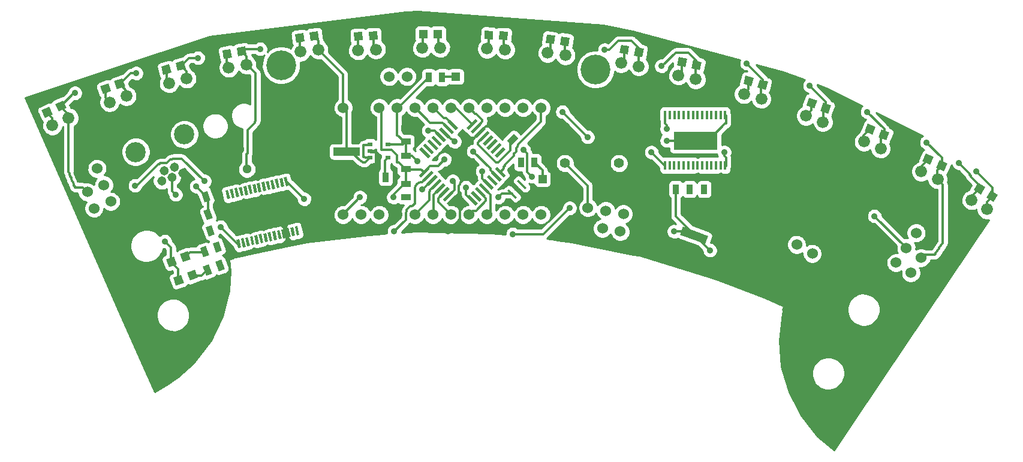
<source format=gtl>
G04 (created by PCBNEW-RS274X (2011-nov-30)-testing) date Mon 23 Apr 2012 04:49:45 PM EDT*
G01*
G70*
G90*
%MOIN*%
G04 Gerber Fmt 3.4, Leading zero omitted, Abs format*
%FSLAX34Y34*%
G04 APERTURE LIST*
%ADD10C,0.006000*%
%ADD11R,0.047200X0.047200*%
%ADD12C,0.060000*%
%ADD13C,0.051200*%
%ADD14C,0.165400*%
%ADD15R,0.016000X0.050000*%
%ADD16R,0.244100X0.098400*%
%ADD17C,0.055000*%
%ADD18R,0.030000X0.020000*%
%ADD19R,0.149600X0.047200*%
%ADD20R,0.035000X0.055000*%
%ADD21R,0.055000X0.035000*%
%ADD22C,0.066000*%
%ADD23C,0.051400*%
%ADD24C,0.112200*%
%ADD25C,0.035000*%
%ADD26C,0.012000*%
%ADD27C,0.010000*%
G04 APERTURE END LIST*
G54D10*
G54D11*
X00945Y53917D03*
X01771Y53917D03*
G54D10*
G36*
X-14998Y43317D02*
X-15159Y43760D01*
X-14716Y43921D01*
X-14555Y43478D01*
X-14998Y43317D01*
X-14998Y43317D01*
G37*
G36*
X-14222Y43599D02*
X-14383Y44042D01*
X-13940Y44203D01*
X-13779Y43760D01*
X-14222Y43599D01*
X-14222Y43599D01*
G37*
G36*
X-14604Y42293D02*
X-14765Y42736D01*
X-14322Y42897D01*
X-14161Y42454D01*
X-14604Y42293D01*
X-14604Y42293D01*
G37*
G36*
X-13828Y42575D02*
X-13989Y43018D01*
X-13546Y43179D01*
X-13385Y42736D01*
X-13828Y42575D01*
X-13828Y42575D01*
G37*
G54D11*
X05767Y48228D03*
X05767Y47402D03*
G54D12*
X-18224Y46972D03*
X-18988Y48803D03*
X-18615Y47892D03*
X-19535Y47502D03*
X-19162Y46591D03*
G54D10*
G36*
X-19533Y48263D02*
X-20085Y48029D01*
X-20319Y48581D01*
X-19767Y48815D01*
X-19533Y48263D01*
X-19533Y48263D01*
G37*
G54D12*
X-02764Y53917D03*
X-01764Y53917D03*
G54D13*
X-11067Y49872D03*
X-10652Y48766D03*
G54D14*
X-08760Y54547D03*
X08720Y54311D03*
G54D10*
G36*
X00568Y46742D02*
X00443Y46867D01*
X00928Y47352D01*
X01053Y47227D01*
X00568Y46742D01*
X00568Y46742D01*
G37*
G36*
X00345Y46965D02*
X00220Y47090D01*
X00705Y47575D01*
X00830Y47450D01*
X00345Y46965D01*
X00345Y46965D01*
G37*
G36*
X00123Y47188D02*
X-00002Y47313D01*
X00483Y47798D01*
X00608Y47673D01*
X00123Y47188D01*
X00123Y47188D01*
G37*
G36*
X-00100Y47411D02*
X-00225Y47536D01*
X00260Y48021D01*
X00385Y47896D01*
X-00100Y47411D01*
X-00100Y47411D01*
G37*
G36*
X-00323Y47633D02*
X-00448Y47758D01*
X00037Y48243D01*
X00162Y48118D01*
X-00323Y47633D01*
X-00323Y47633D01*
G37*
G36*
X-00545Y47856D02*
X-00670Y47981D01*
X-00185Y48466D01*
X-00060Y48341D01*
X-00545Y47856D01*
X-00545Y47856D01*
G37*
G36*
X-00768Y48079D02*
X-00893Y48204D01*
X-00408Y48689D01*
X-00283Y48564D01*
X-00768Y48079D01*
X-00768Y48079D01*
G37*
G36*
X-00991Y48302D02*
X-01116Y48427D01*
X-00631Y48912D01*
X-00506Y48787D01*
X-00991Y48302D01*
X-00991Y48302D01*
G37*
G36*
X01673Y50963D02*
X01548Y51088D01*
X02033Y51573D01*
X02158Y51448D01*
X01673Y50963D01*
X01673Y50963D01*
G37*
G36*
X03236Y49400D02*
X03111Y49525D01*
X03596Y50010D01*
X03721Y49885D01*
X03236Y49400D01*
X03236Y49400D01*
G37*
G36*
X03010Y49627D02*
X02885Y49752D01*
X03370Y50237D01*
X03495Y50112D01*
X03010Y49627D01*
X03010Y49627D01*
G37*
G36*
X02784Y49853D02*
X02659Y49978D01*
X03144Y50463D01*
X03269Y50338D01*
X02784Y49853D01*
X02784Y49853D01*
G37*
G36*
X02564Y50072D02*
X02439Y50197D01*
X02924Y50682D01*
X03049Y50557D01*
X02564Y50072D01*
X02564Y50072D01*
G37*
G36*
X02338Y50298D02*
X02213Y50423D01*
X02698Y50908D01*
X02823Y50783D01*
X02338Y50298D01*
X02338Y50298D01*
G37*
G36*
X02119Y50518D02*
X01994Y50643D01*
X02479Y51128D01*
X02604Y51003D01*
X02119Y50518D01*
X02119Y50518D01*
G37*
G36*
X01893Y50744D02*
X01768Y50869D01*
X02253Y51354D01*
X02378Y51229D01*
X01893Y50744D01*
X01893Y50744D01*
G37*
G36*
X-00590Y49386D02*
X-01075Y49871D01*
X-00950Y49996D01*
X-00465Y49511D01*
X-00590Y49386D01*
X-00590Y49386D01*
G37*
G36*
X-00378Y49598D02*
X-00863Y50083D01*
X-00738Y50208D01*
X-00253Y49723D01*
X-00378Y49598D01*
X-00378Y49598D01*
G37*
G36*
X-00148Y49828D02*
X-00633Y50313D01*
X-00508Y50438D01*
X-00023Y49953D01*
X-00148Y49828D01*
X-00148Y49828D01*
G37*
G36*
X00064Y50040D02*
X-00421Y50525D01*
X-00296Y50650D01*
X00189Y50165D01*
X00064Y50040D01*
X00064Y50040D01*
G37*
G36*
X00293Y50269D02*
X-00192Y50754D01*
X-00067Y50879D01*
X00418Y50394D01*
X00293Y50269D01*
X00293Y50269D01*
G37*
G36*
X00515Y50491D02*
X00030Y50976D01*
X00155Y51101D01*
X00640Y50616D01*
X00515Y50491D01*
X00515Y50491D01*
G37*
G36*
X00738Y50714D02*
X00253Y51199D01*
X00378Y51324D01*
X00863Y50839D01*
X00738Y50714D01*
X00738Y50714D01*
G37*
G36*
X00960Y50936D02*
X00475Y51421D01*
X00600Y51546D01*
X01085Y51061D01*
X00960Y50936D01*
X00960Y50936D01*
G37*
G36*
X02040Y46742D02*
X01555Y47227D01*
X01680Y47352D01*
X02165Y46867D01*
X02040Y46742D01*
X02040Y46742D01*
G37*
G36*
X02260Y46961D02*
X01775Y47446D01*
X01900Y47571D01*
X02385Y47086D01*
X02260Y46961D01*
X02260Y46961D01*
G37*
G36*
X02486Y47187D02*
X02001Y47672D01*
X02126Y47797D01*
X02611Y47312D01*
X02486Y47187D01*
X02486Y47187D01*
G37*
G36*
X02705Y47406D02*
X02220Y47891D01*
X02345Y48016D01*
X02830Y47531D01*
X02705Y47406D01*
X02705Y47406D01*
G37*
G36*
X02924Y47626D02*
X02439Y48111D01*
X02564Y48236D01*
X03049Y47751D01*
X02924Y47626D01*
X02924Y47626D01*
G37*
G36*
X03151Y47852D02*
X02666Y48337D01*
X02791Y48462D01*
X03276Y47977D01*
X03151Y47852D01*
X03151Y47852D01*
G37*
G36*
X03377Y48078D02*
X02892Y48563D01*
X03017Y48688D01*
X03502Y48203D01*
X03377Y48078D01*
X03377Y48078D01*
G37*
G36*
X03603Y48304D02*
X03118Y48789D01*
X03243Y48914D01*
X03728Y48429D01*
X03603Y48304D01*
X03603Y48304D01*
G37*
G54D12*
X05690Y46240D03*
X04690Y46240D03*
X03690Y46240D03*
X02690Y46240D03*
X01690Y46240D03*
X00690Y46240D03*
X-00310Y46240D03*
X-01310Y46240D03*
X-02310Y46240D03*
X-03310Y46240D03*
X-04310Y46240D03*
X-05310Y46240D03*
X05690Y52190D03*
X04690Y52190D03*
X03690Y52190D03*
X02690Y52190D03*
X01690Y52190D03*
X00690Y52190D03*
X-00310Y52190D03*
X-01310Y52190D03*
X-02310Y52190D03*
X-03310Y52190D03*
X-04310Y52190D03*
X-05310Y52190D03*
G54D15*
X15921Y51774D03*
X15671Y51774D03*
X15411Y51774D03*
X15151Y51774D03*
X14901Y51774D03*
X14641Y51774D03*
X14381Y51774D03*
X14131Y51774D03*
X13871Y51774D03*
X13621Y51774D03*
X13361Y51774D03*
X13101Y51774D03*
X12851Y51774D03*
X12591Y51774D03*
X12591Y48974D03*
X12851Y48974D03*
X13091Y48974D03*
X13361Y48974D03*
X13621Y48974D03*
X13871Y48974D03*
X14131Y48974D03*
X14381Y48974D03*
X14641Y48974D03*
X14901Y48974D03*
X15151Y48974D03*
X15411Y48974D03*
X15671Y48974D03*
X15921Y48974D03*
G54D16*
X14271Y50349D03*
G54D12*
X10265Y46283D03*
X10091Y45298D03*
X09280Y46456D03*
X09106Y45472D03*
X08295Y46630D03*
G54D10*
G36*
X08469Y45888D02*
X08364Y45297D01*
X07773Y45402D01*
X07878Y45993D01*
X08469Y45888D01*
X08469Y45888D01*
G37*
G54D17*
X07023Y49098D03*
X07023Y51098D03*
X10023Y49098D03*
X10023Y51098D03*
G54D18*
X-03827Y50158D03*
X-03827Y49408D03*
X-02827Y50158D03*
X-03827Y49783D03*
X-02827Y49408D03*
G54D10*
G36*
X13415Y45127D02*
X13577Y45571D01*
X14983Y45059D01*
X14821Y44615D01*
X13415Y45127D01*
X13415Y45127D01*
G37*
G36*
X15765Y44271D02*
X15927Y44715D01*
X17333Y44203D01*
X17171Y43759D01*
X15765Y44271D01*
X15765Y44271D01*
G37*
G54D19*
X-05109Y49744D03*
X-07609Y49744D03*
G54D20*
X13937Y47657D03*
X13187Y47657D03*
X14762Y47657D03*
X15512Y47657D03*
X-00553Y53878D03*
X00197Y53878D03*
G54D21*
X-01832Y49527D03*
X-01832Y48777D03*
G54D20*
X05316Y49153D03*
X04566Y49153D03*
G54D10*
G36*
X04169Y47920D02*
X04614Y47475D01*
X04531Y47392D01*
X04086Y47837D01*
X04169Y47920D01*
X04169Y47920D01*
G37*
G36*
X04433Y48184D02*
X04878Y47739D01*
X04795Y47656D01*
X04350Y48101D01*
X04433Y48184D01*
X04433Y48184D01*
G37*
G36*
X03905Y47656D02*
X04350Y47211D01*
X04267Y47128D01*
X03822Y47573D01*
X03905Y47656D01*
X03905Y47656D01*
G37*
G54D21*
X-01832Y47952D03*
X-01832Y47202D03*
G54D22*
X03693Y55420D03*
X02694Y55464D03*
G54D10*
G36*
X03848Y56425D02*
X03827Y55954D01*
X03356Y55975D01*
X03377Y56446D01*
X03848Y56425D01*
X03848Y56425D01*
G37*
G36*
X03024Y56461D02*
X03003Y55990D01*
X02532Y56011D01*
X02553Y56482D01*
X03024Y56461D01*
X03024Y56461D01*
G37*
G54D22*
X14296Y53767D03*
X13320Y53984D03*
G54D10*
G36*
X14623Y54730D02*
X14521Y54270D01*
X14061Y54372D01*
X14163Y54832D01*
X14623Y54730D01*
X14623Y54730D01*
G37*
G36*
X13817Y54909D02*
X13715Y54449D01*
X13255Y54551D01*
X13357Y55011D01*
X13817Y54909D01*
X13817Y54909D01*
G37*
G54D22*
X17938Y52687D03*
X16972Y52945D03*
G54D10*
G36*
X18307Y53635D02*
X18185Y53179D01*
X17729Y53301D01*
X17851Y53757D01*
X18307Y53635D01*
X18307Y53635D01*
G37*
G36*
X17510Y53848D02*
X17388Y53392D01*
X16932Y53514D01*
X17054Y53970D01*
X17510Y53848D01*
X17510Y53848D01*
G37*
G54D22*
X21363Y51394D03*
X20423Y51736D03*
G54D10*
G36*
X21812Y52306D02*
X21651Y51863D01*
X21208Y52024D01*
X21369Y52467D01*
X21812Y52306D01*
X21812Y52306D01*
G37*
G36*
X21037Y52588D02*
X20876Y52145D01*
X20433Y52306D01*
X20594Y52749D01*
X21037Y52588D01*
X21037Y52588D01*
G37*
G54D22*
X24570Y49921D03*
X23646Y50304D03*
G54D10*
G36*
X25059Y50813D02*
X24879Y50377D01*
X24443Y50557D01*
X24623Y50993D01*
X25059Y50813D01*
X25059Y50813D01*
G37*
G36*
X24296Y51129D02*
X24116Y50693D01*
X23680Y50873D01*
X23860Y51309D01*
X24296Y51129D01*
X24296Y51129D01*
G37*
G54D22*
X27737Y48214D03*
X26830Y48637D03*
G54D10*
G36*
X28265Y49083D02*
X28065Y48655D01*
X27637Y48855D01*
X27837Y49283D01*
X28265Y49083D01*
X28265Y49083D01*
G37*
G36*
X27517Y49432D02*
X27317Y49004D01*
X26889Y49204D01*
X27089Y49632D01*
X27517Y49432D01*
X27517Y49432D01*
G37*
G54D22*
X-20571Y51629D03*
X-21478Y51206D03*
G54D10*
G36*
X-20898Y52592D02*
X-20698Y52164D01*
X-21126Y51964D01*
X-21326Y52392D01*
X-20898Y52592D01*
X-20898Y52592D01*
G37*
G36*
X-21646Y52244D02*
X-21446Y51816D01*
X-21874Y51616D01*
X-22074Y52044D01*
X-21646Y52244D01*
X-21646Y52244D01*
G37*
G54D22*
X-17352Y52838D03*
X-18292Y52496D03*
G54D10*
G36*
X-17594Y53825D02*
X-17433Y53382D01*
X-17876Y53221D01*
X-18037Y53664D01*
X-17594Y53825D01*
X-17594Y53825D01*
G37*
G36*
X-18369Y53543D02*
X-18208Y53100D01*
X-18651Y52939D01*
X-18812Y53382D01*
X-18369Y53543D01*
X-18369Y53543D01*
G37*
G54D22*
X-14020Y53811D03*
X-14986Y53553D03*
G54D10*
G36*
X-14174Y54817D02*
X-14052Y54361D01*
X-14508Y54239D01*
X-14630Y54695D01*
X-14174Y54817D01*
X-14174Y54817D01*
G37*
G36*
X-14971Y54603D02*
X-14849Y54147D01*
X-15305Y54025D01*
X-15427Y54481D01*
X-14971Y54603D01*
X-14971Y54603D01*
G37*
G54D22*
X-10692Y54590D03*
X-11677Y54416D03*
G54D10*
G36*
X-10759Y55604D02*
X-10677Y55140D01*
X-11141Y55058D01*
X-11223Y55522D01*
X-10759Y55604D01*
X-10759Y55604D01*
G37*
G36*
X-11571Y55461D02*
X-11489Y54997D01*
X-11953Y54915D01*
X-12035Y55379D01*
X-11571Y55461D01*
X-11571Y55461D01*
G37*
G54D22*
X-06689Y55427D03*
X-07682Y55305D03*
G54D10*
G36*
X-06703Y56444D02*
X-06645Y55976D01*
X-07113Y55918D01*
X-07171Y56386D01*
X-06703Y56444D01*
X-06703Y56444D01*
G37*
G36*
X-07521Y56344D02*
X-07463Y55876D01*
X-07931Y55818D01*
X-07989Y56286D01*
X-07521Y56344D01*
X-07521Y56344D01*
G37*
G54D22*
X-03482Y55425D03*
X-04481Y55381D03*
G54D10*
G36*
X-03416Y56440D02*
X-03395Y55969D01*
X-03866Y55948D01*
X-03887Y56419D01*
X-03416Y56440D01*
X-03416Y56440D01*
G37*
G36*
X-04240Y56404D02*
X-04219Y55933D01*
X-04690Y55912D01*
X-04711Y56383D01*
X-04240Y56404D01*
X-04240Y56404D01*
G37*
G54D22*
X11125Y54494D03*
X10140Y54668D03*
G54D10*
G36*
X11409Y55470D02*
X11327Y55006D01*
X10863Y55088D01*
X10945Y55552D01*
X11409Y55470D01*
X11409Y55470D01*
G37*
G36*
X10597Y55613D02*
X10515Y55149D01*
X10051Y55231D01*
X10133Y55695D01*
X10597Y55613D01*
X10597Y55613D01*
G37*
G54D22*
X07047Y55105D03*
X06056Y55235D03*
G54D10*
G36*
X07290Y56092D02*
X07228Y55624D01*
X06760Y55686D01*
X06822Y56154D01*
X07290Y56092D01*
X07290Y56092D01*
G37*
G36*
X06472Y56200D02*
X06410Y55732D01*
X05942Y55794D01*
X06004Y56262D01*
X06472Y56200D01*
X06472Y56200D01*
G37*
G54D22*
X00086Y55521D03*
X-00914Y55521D03*
G54D11*
X-00039Y56296D03*
X-00864Y56296D03*
G54D22*
X30477Y46531D03*
X29620Y47046D03*
G54D10*
G36*
X31093Y47341D02*
X30850Y46936D01*
X30445Y47179D01*
X30688Y47584D01*
X31093Y47341D01*
X31093Y47341D01*
G37*
G36*
X30386Y47765D02*
X30143Y47360D01*
X29738Y47603D01*
X29981Y48008D01*
X30386Y47765D01*
X30386Y47765D01*
G37*
G36*
X-08452Y48343D02*
X-08344Y47855D01*
X-08500Y47821D01*
X-08608Y48309D01*
X-08452Y48343D01*
X-08452Y48343D01*
G37*
G36*
X-08696Y48289D02*
X-08588Y47801D01*
X-08744Y47767D01*
X-08852Y48255D01*
X-08696Y48289D01*
X-08696Y48289D01*
G37*
G36*
X-08950Y48233D02*
X-08842Y47745D01*
X-08998Y47711D01*
X-09106Y48199D01*
X-08950Y48233D01*
X-08950Y48233D01*
G37*
G36*
X-09204Y48176D02*
X-09096Y47688D01*
X-09252Y47654D01*
X-09360Y48142D01*
X-09204Y48176D01*
X-09204Y48176D01*
G37*
G36*
X-09448Y48122D02*
X-09340Y47634D01*
X-09496Y47600D01*
X-09604Y48088D01*
X-09448Y48122D01*
X-09448Y48122D01*
G37*
G36*
X-09702Y48066D02*
X-09594Y47578D01*
X-09750Y47544D01*
X-09858Y48032D01*
X-09702Y48066D01*
X-09702Y48066D01*
G37*
G36*
X-09956Y48010D02*
X-09848Y47522D01*
X-10004Y47488D01*
X-10112Y47976D01*
X-09956Y48010D01*
X-09956Y48010D01*
G37*
G36*
X-10200Y47956D02*
X-10092Y47468D01*
X-10248Y47434D01*
X-10356Y47922D01*
X-10200Y47956D01*
X-10200Y47956D01*
G37*
G36*
X-10454Y47899D02*
X-10346Y47411D01*
X-10502Y47377D01*
X-10610Y47865D01*
X-10454Y47899D01*
X-10454Y47899D01*
G37*
G36*
X-10698Y47845D02*
X-10590Y47357D01*
X-10746Y47323D01*
X-10854Y47811D01*
X-10698Y47845D01*
X-10698Y47845D01*
G37*
G36*
X-10951Y47789D02*
X-10843Y47301D01*
X-10999Y47267D01*
X-11107Y47755D01*
X-10951Y47789D01*
X-10951Y47789D01*
G37*
G36*
X-11205Y47733D02*
X-11097Y47245D01*
X-11253Y47211D01*
X-11361Y47699D01*
X-11205Y47733D01*
X-11205Y47733D01*
G37*
G36*
X-11449Y47678D02*
X-11341Y47190D01*
X-11497Y47156D01*
X-11605Y47644D01*
X-11449Y47678D01*
X-11449Y47678D01*
G37*
G36*
X-11703Y47622D02*
X-11595Y47134D01*
X-11751Y47100D01*
X-11859Y47588D01*
X-11703Y47622D01*
X-11703Y47622D01*
G37*
G36*
X-11097Y44889D02*
X-10989Y44401D01*
X-11145Y44367D01*
X-11253Y44855D01*
X-11097Y44889D01*
X-11097Y44889D01*
G37*
G36*
X-10843Y44945D02*
X-10735Y44457D01*
X-10891Y44423D01*
X-10999Y44911D01*
X-10843Y44945D01*
X-10843Y44945D01*
G37*
G36*
X-10609Y44997D02*
X-10501Y44509D01*
X-10657Y44475D01*
X-10765Y44963D01*
X-10609Y44997D01*
X-10609Y44997D01*
G37*
G36*
X-10345Y45055D02*
X-10237Y44567D01*
X-10393Y44533D01*
X-10501Y45021D01*
X-10345Y45055D01*
X-10345Y45055D01*
G37*
G36*
X-10092Y45111D02*
X-09984Y44623D01*
X-10140Y44589D01*
X-10248Y45077D01*
X-10092Y45111D01*
X-10092Y45111D01*
G37*
G36*
X-09848Y45166D02*
X-09740Y44678D01*
X-09896Y44644D01*
X-10004Y45132D01*
X-09848Y45166D01*
X-09848Y45166D01*
G37*
G36*
X-09594Y45222D02*
X-09486Y44734D01*
X-09642Y44700D01*
X-09750Y45188D01*
X-09594Y45222D01*
X-09594Y45222D01*
G37*
G36*
X-09350Y45276D02*
X-09242Y44788D01*
X-09398Y44754D01*
X-09506Y45242D01*
X-09350Y45276D01*
X-09350Y45276D01*
G37*
G36*
X-09096Y45332D02*
X-08988Y44844D01*
X-09144Y44810D01*
X-09252Y45298D01*
X-09096Y45332D01*
X-09096Y45332D01*
G37*
G36*
X-08842Y45389D02*
X-08734Y44901D01*
X-08890Y44867D01*
X-08998Y45355D01*
X-08842Y45389D01*
X-08842Y45389D01*
G37*
G36*
X-08598Y45443D02*
X-08490Y44955D01*
X-08646Y44921D01*
X-08754Y45409D01*
X-08598Y45443D01*
X-08598Y45443D01*
G37*
G36*
X-08344Y45499D02*
X-08236Y45011D01*
X-08392Y44977D01*
X-08500Y45465D01*
X-08344Y45499D01*
X-08344Y45499D01*
G37*
G36*
X-08090Y45555D02*
X-07982Y45067D01*
X-08138Y45033D01*
X-08246Y45521D01*
X-08090Y45555D01*
X-08090Y45555D01*
G37*
G36*
X-07846Y45609D02*
X-07738Y45121D01*
X-07894Y45087D01*
X-08002Y45575D01*
X-07846Y45609D01*
X-07846Y45609D01*
G37*
G36*
X-12078Y43733D02*
X-11889Y43216D01*
X-12218Y43097D01*
X-12407Y43614D01*
X-12078Y43733D01*
X-12078Y43733D01*
G37*
G36*
X-12782Y43477D02*
X-12593Y42960D01*
X-12922Y42841D01*
X-13111Y43358D01*
X-12782Y43477D01*
X-12782Y43477D01*
G37*
G36*
X-12236Y44757D02*
X-12047Y44240D01*
X-12376Y44121D01*
X-12565Y44638D01*
X-12236Y44757D01*
X-12236Y44757D01*
G37*
G36*
X-12940Y44501D02*
X-12751Y43984D01*
X-13080Y43865D01*
X-13269Y44382D01*
X-12940Y44501D01*
X-12940Y44501D01*
G37*
G54D23*
X-14807Y48330D03*
X-15263Y48666D03*
X-14215Y48545D03*
X-14673Y48881D03*
G54D24*
X-14143Y50707D03*
X-16843Y49725D03*
G54D23*
X-15398Y48115D03*
G54D21*
X-01832Y50313D03*
X-01832Y51063D03*
G54D10*
G36*
X04421Y50494D02*
X04032Y50105D01*
X03785Y50352D01*
X04174Y50741D01*
X04421Y50494D01*
X04421Y50494D01*
G37*
G36*
X03891Y51024D02*
X03502Y50635D01*
X03255Y50882D01*
X03644Y51271D01*
X03891Y51024D01*
X03891Y51024D01*
G37*
G54D20*
X-02952Y48326D03*
X-03702Y48326D03*
G54D10*
G36*
X-12748Y46568D02*
X-12559Y46051D01*
X-12888Y45932D01*
X-13077Y46449D01*
X-12748Y46568D01*
X-12748Y46568D01*
G37*
G36*
X-13452Y46312D02*
X-13263Y45795D01*
X-13592Y45676D01*
X-13781Y46193D01*
X-13452Y46312D01*
X-13452Y46312D01*
G37*
G36*
X-12866Y47552D02*
X-12677Y47035D01*
X-13006Y46916D01*
X-13195Y47433D01*
X-12866Y47552D01*
X-12866Y47552D01*
G37*
G36*
X-13570Y47296D02*
X-13381Y46779D01*
X-13710Y46660D01*
X-13899Y47177D01*
X-13570Y47296D01*
X-13570Y47296D01*
G37*
G54D12*
X26252Y43005D03*
X25423Y43565D03*
X26812Y43834D03*
X25982Y44394D03*
G54D10*
G36*
X27452Y44247D02*
X26955Y44582D01*
X27290Y45079D01*
X27787Y44744D01*
X27452Y44247D01*
X27452Y44247D01*
G37*
G54D12*
X26542Y45223D03*
G54D10*
G36*
X-12630Y45662D02*
X-12441Y45145D01*
X-12770Y45026D01*
X-12959Y45543D01*
X-12630Y45662D01*
X-12630Y45662D01*
G37*
G36*
X-13334Y45406D02*
X-13145Y44889D01*
X-13474Y44770D01*
X-13663Y45287D01*
X-13334Y45406D01*
X-13334Y45406D01*
G37*
G36*
X22043Y43685D02*
X21743Y43165D01*
X21223Y43465D01*
X21523Y43985D01*
X22043Y43685D01*
X22043Y43685D01*
G37*
G54D12*
X20767Y44075D03*
X19901Y44575D03*
G54D25*
X19444Y48018D03*
X19464Y46868D03*
X20614Y46868D03*
X21094Y47358D03*
X19024Y47338D03*
X-18226Y43428D03*
X-17836Y42548D03*
X20570Y48012D03*
X-13376Y54958D03*
X12374Y54508D03*
X27124Y50258D03*
X29874Y48658D03*
X23824Y51958D03*
X09224Y55408D03*
X-09926Y55458D03*
X-16826Y54108D03*
X20624Y53408D03*
X-20226Y53008D03*
X17124Y54658D03*
X00874Y50308D03*
X-00576Y50908D03*
X02424Y48658D03*
X04724Y49858D03*
X01924Y49758D03*
X05174Y48358D03*
X24224Y46158D03*
X-13026Y48108D03*
X04124Y45158D03*
X07274Y46608D03*
X-16876Y47858D03*
X00324Y49308D03*
X-02526Y47208D03*
X-07476Y47108D03*
X-02476Y45308D03*
X01524Y47758D03*
X03324Y47208D03*
X-00926Y47658D03*
X-04376Y47208D03*
X25124Y38658D03*
X24474Y37858D03*
X23824Y36908D03*
X-17486Y41568D03*
X01424Y53158D03*
X04374Y51108D03*
X03974Y48708D03*
X01474Y48308D03*
X01524Y50508D03*
X-08726Y49858D03*
X17524Y43558D03*
X22374Y44308D03*
X06624Y46558D03*
X00524Y45308D03*
X-13476Y47808D03*
X-12126Y45558D03*
X-14626Y47358D03*
X15874Y49708D03*
X12674Y50358D03*
X28924Y49108D03*
X12674Y51008D03*
X08274Y50558D03*
X11824Y49708D03*
X06874Y51958D03*
X13074Y45308D03*
X-01176Y49208D03*
X-15226Y44758D03*
X00774Y48108D03*
X15074Y44258D03*
G54D26*
X19464Y46868D02*
X20614Y46868D01*
X14324Y54808D02*
X14324Y54558D01*
X-05310Y52190D02*
X-05326Y52208D01*
X-05126Y52008D02*
X-05126Y49758D01*
X-05126Y49758D02*
X-05109Y49744D01*
X14324Y54558D02*
X14342Y54551D01*
X-04326Y49208D02*
X-04276Y49208D01*
X-21012Y52278D02*
X-21026Y52258D01*
X-21026Y52258D02*
X-20576Y51808D01*
X-20576Y51808D02*
X-20576Y51608D01*
X-20576Y51608D02*
X-20571Y51629D01*
X-05109Y49744D02*
X-05126Y49758D01*
X-05126Y49758D02*
X-04876Y49758D01*
X-04876Y49758D02*
X-04326Y49208D01*
X-04276Y49208D02*
X-04226Y49158D01*
X-04226Y49158D02*
X-04076Y49158D01*
X-04076Y49158D02*
X-03826Y49408D01*
X-03826Y49408D02*
X-03827Y49408D01*
X-06908Y56181D02*
X-06926Y56158D01*
X-06926Y56158D02*
X-06676Y55908D01*
X-17376Y53158D02*
X-17376Y52858D01*
X-13376Y54958D02*
X-13876Y54958D01*
X-13876Y54958D02*
X-14326Y54508D01*
X-14326Y54508D02*
X-14341Y54528D01*
X-17735Y53523D02*
X-17726Y53508D01*
X-17726Y53508D02*
X-17376Y53158D01*
X13874Y55258D02*
X14324Y54808D01*
X-14026Y54208D02*
X-14026Y53808D01*
X12374Y54508D02*
X12424Y54508D01*
X12424Y54508D02*
X13174Y55258D01*
X13174Y55258D02*
X13874Y55258D01*
X21524Y52158D02*
X21374Y52008D01*
X21374Y51408D02*
X21363Y51394D01*
X00086Y55521D02*
X00074Y55508D01*
X00074Y55508D02*
X-00026Y55608D01*
X-00026Y55608D02*
X-00026Y56308D01*
X-00026Y56308D02*
X-00039Y56296D01*
X18018Y53468D02*
X18024Y53458D01*
X18024Y53458D02*
X17924Y53358D01*
X17924Y53358D02*
X17924Y52708D01*
X17924Y52708D02*
X17938Y52687D01*
X03693Y55420D02*
X03674Y55408D01*
X03674Y55408D02*
X03624Y55458D01*
X03624Y55458D02*
X03624Y56208D01*
X03624Y56208D02*
X03602Y56200D01*
X14342Y54551D02*
X14324Y54558D01*
X21374Y52008D02*
X21374Y51408D01*
X-03826Y50158D02*
X-03827Y50158D01*
X-04176Y50108D02*
X-03876Y50108D01*
X-04176Y49458D02*
X-04176Y50108D01*
X-04126Y49458D02*
X-04176Y49458D01*
X-04076Y49408D02*
X-04126Y49458D01*
X-03827Y49408D02*
X-04076Y49408D01*
X11124Y54508D02*
X11125Y54494D01*
X11124Y55258D02*
X11124Y54508D01*
X14274Y54508D02*
X14274Y53758D01*
X14274Y53758D02*
X14296Y53767D01*
X07047Y55105D02*
X07024Y55108D01*
X11136Y55279D02*
X11124Y55258D01*
X07024Y55908D02*
X07025Y55889D01*
X07024Y55108D02*
X07024Y55908D01*
X-06676Y55908D02*
X-06676Y55408D01*
X30769Y47260D02*
X30774Y47258D01*
X30774Y47258D02*
X30474Y46958D01*
X30474Y46958D02*
X30474Y46508D01*
X30474Y46508D02*
X30477Y46531D01*
X-14341Y54528D02*
X-14326Y54508D01*
X-14326Y54508D02*
X-14026Y54208D01*
X-14026Y53808D02*
X-14020Y53811D01*
X27951Y48969D02*
X27974Y48958D01*
X27974Y48958D02*
X27724Y48708D01*
X27724Y48708D02*
X27724Y48208D01*
X27724Y48208D02*
X27737Y48214D01*
X14324Y54558D02*
X14274Y54508D01*
X-03876Y50108D02*
X-03826Y50158D01*
X-17376Y52858D02*
X-17352Y52838D01*
X-06676Y55408D02*
X-06689Y55427D01*
X-10950Y55331D02*
X-10926Y55308D01*
X-10926Y55308D02*
X-10676Y55058D01*
X-10676Y55058D02*
X-10676Y54608D01*
X-10676Y54608D02*
X-10692Y54590D01*
X24751Y50685D02*
X24574Y50508D01*
X24574Y50508D02*
X24574Y49908D01*
X24574Y49908D02*
X24570Y49921D01*
X-03482Y55425D02*
X-03476Y55408D01*
X-03476Y55408D02*
X-03626Y55558D01*
X-03626Y55558D02*
X-03626Y56208D01*
X-03626Y56208D02*
X-03641Y56194D01*
X21510Y52165D02*
X21524Y52158D01*
X-06689Y55427D02*
X-06676Y55408D01*
X-17126Y54108D02*
X-17726Y53508D01*
X27974Y48958D02*
X27951Y48969D01*
X27974Y49408D02*
X27974Y48958D01*
X27124Y50258D02*
X27974Y49408D01*
X26824Y43858D02*
X26812Y43834D01*
X26974Y44008D02*
X26824Y43858D01*
X27574Y44008D02*
X26974Y44008D01*
X27624Y44058D02*
X27574Y44008D01*
X27624Y44108D02*
X27624Y44058D01*
X27724Y44208D02*
X27624Y44108D01*
X-10226Y51408D02*
X-10226Y51358D01*
X-16826Y54108D02*
X-17126Y54108D01*
X-10676Y48758D02*
X-10652Y48766D01*
X-10676Y49608D02*
X-10676Y48758D01*
X-10626Y49658D02*
X-10676Y49608D01*
X-10626Y50958D02*
X-10626Y49658D01*
X-10226Y51358D02*
X-10626Y50958D01*
X27724Y44258D02*
X27724Y44208D01*
X-10176Y51458D02*
X-10226Y51408D01*
X-10176Y54108D02*
X-10176Y51458D01*
X-10676Y54608D02*
X-10176Y54108D01*
X-10692Y54590D02*
X-10676Y54608D01*
X30774Y47258D02*
X30769Y47260D01*
X30774Y47758D02*
X30774Y47258D01*
X29874Y48658D02*
X30774Y47758D01*
X-20526Y48458D02*
X-20476Y48408D01*
X-20326Y48008D02*
X-20276Y47958D01*
X-06676Y55408D02*
X-05326Y54058D01*
X-05326Y54058D02*
X-05326Y52208D01*
X-05326Y52208D02*
X-05310Y52190D01*
X-20571Y51629D02*
X-20576Y51608D01*
X-20576Y51608D02*
X-20576Y48608D01*
X-20526Y48558D02*
X-20526Y48458D01*
X-20326Y48058D02*
X-20326Y48008D01*
X-20476Y48408D02*
X-20476Y48358D01*
X-20476Y48358D02*
X-20426Y48308D01*
X-20426Y48308D02*
X-20426Y48208D01*
X-20426Y48208D02*
X-20376Y48158D01*
X-20376Y48158D02*
X-20376Y48108D01*
X-20376Y48108D02*
X-20326Y48058D01*
X-20576Y48608D02*
X-20526Y48558D01*
X-20276Y47958D02*
X-20276Y47858D01*
X-20276Y47858D02*
X-20226Y47808D01*
X-20226Y47808D02*
X-20226Y47758D01*
X-20226Y47758D02*
X-19776Y47758D01*
X-19776Y47758D02*
X-19526Y47508D01*
X-19526Y47508D02*
X-19535Y47502D01*
X27737Y48214D02*
X27724Y48208D01*
X27724Y48208D02*
X28024Y47908D01*
X28024Y47908D02*
X28024Y44658D01*
X28024Y44658D02*
X27924Y44558D01*
X27924Y44558D02*
X27924Y44508D01*
X27924Y44508D02*
X27824Y44408D01*
X27824Y44408D02*
X27824Y44358D01*
X27824Y44358D02*
X27724Y44258D01*
X11124Y55258D02*
X11136Y55279D01*
X11124Y55508D02*
X11124Y55258D01*
X10724Y55908D02*
X11124Y55508D01*
X09974Y55908D02*
X10724Y55908D01*
X09474Y55408D02*
X09974Y55908D01*
X09224Y55408D02*
X09474Y55408D01*
X-09926Y55458D02*
X-10776Y55458D01*
X-10776Y55458D02*
X-10926Y55308D01*
X-10926Y55308D02*
X-10950Y55331D01*
X-20226Y53008D02*
X-20276Y53008D01*
X-21026Y52258D02*
X-21012Y52278D01*
X-20276Y53008D02*
X-21026Y52258D01*
X24774Y50708D02*
X24751Y50685D01*
X24774Y51008D02*
X24774Y50708D01*
X23824Y51958D02*
X24774Y51008D01*
X18024Y53458D02*
X18018Y53468D01*
X18024Y53758D02*
X18024Y53458D01*
X17124Y54658D02*
X18024Y53758D01*
X20624Y53408D02*
X21524Y52508D01*
X21524Y52508D02*
X21524Y52158D01*
X21524Y52158D02*
X21510Y52165D01*
X-05326Y52208D02*
X-05126Y52008D01*
X-17726Y53508D02*
X-17735Y53523D01*
X02424Y51508D02*
X02074Y51858D01*
X02074Y51058D02*
X02424Y51408D01*
X01674Y52208D02*
X01690Y52190D01*
X02024Y51858D02*
X01674Y52208D01*
X02424Y51408D02*
X02424Y51508D01*
X02074Y51858D02*
X02024Y51858D01*
X02073Y51049D02*
X02074Y51058D01*
X00690Y52190D02*
X00674Y52208D01*
X00674Y52208D02*
X00924Y52208D01*
X00924Y52208D02*
X01874Y51258D01*
X01874Y51258D02*
X01853Y51268D01*
X00780Y51241D02*
X00774Y51258D01*
X00774Y51258D02*
X00424Y51608D01*
X00424Y51608D02*
X00274Y51608D01*
X-00326Y52208D02*
X-00310Y52190D01*
X00274Y51608D02*
X-00326Y52208D01*
X00558Y51019D02*
X00574Y51008D01*
X00574Y51008D02*
X00224Y51358D01*
X00224Y51358D02*
X-00476Y51358D01*
X-00476Y51358D02*
X-01326Y52208D01*
X-01326Y52208D02*
X-01310Y52190D01*
X00335Y50796D02*
X00324Y50808D01*
X00324Y50808D02*
X00674Y50458D01*
X00674Y50458D02*
X00724Y50458D01*
X00724Y50458D02*
X00874Y50308D01*
X00113Y50574D02*
X00124Y50558D01*
X00124Y50558D02*
X-00226Y50908D01*
X-00226Y50908D02*
X-00576Y50908D01*
X05674Y52208D02*
X05690Y52190D01*
X04374Y50058D02*
X04424Y50108D01*
X04324Y49958D02*
X04374Y50008D01*
X03474Y48658D02*
X03624Y48808D01*
X03674Y49008D02*
X04174Y49508D01*
X03624Y48808D02*
X03624Y48908D01*
X04224Y49658D02*
X04324Y49758D01*
X04324Y49758D02*
X04324Y49958D01*
X04424Y50108D02*
X04424Y50158D01*
X03624Y48908D02*
X03674Y48958D01*
X04174Y49508D02*
X04174Y49658D01*
X05674Y51408D02*
X05674Y52208D01*
X03674Y48958D02*
X03674Y49008D01*
X03423Y48609D02*
X03474Y48658D01*
X04374Y50008D02*
X04374Y50058D01*
X04424Y50158D02*
X05674Y51408D01*
X04174Y49658D02*
X04224Y49658D01*
X-01326Y46258D02*
X-00526Y47058D01*
X-00476Y47558D02*
X-00476Y47608D01*
X-00526Y47058D02*
X-00526Y47508D01*
X-00526Y47508D02*
X-00476Y47558D01*
X-00476Y47608D02*
X-00126Y47958D01*
X-01310Y46240D02*
X-01326Y46258D01*
X-00126Y47958D02*
X-00143Y47938D01*
X-00310Y46240D02*
X-00326Y46258D01*
X-00326Y46258D02*
X-00276Y46308D01*
X-00276Y46308D02*
X-00276Y47358D01*
X-00276Y47358D02*
X00074Y47708D01*
X00074Y47708D02*
X00080Y47716D01*
X00674Y46258D02*
X-00026Y46958D01*
X00690Y46240D02*
X00674Y46258D01*
X-00026Y46958D02*
X-00026Y47158D01*
X-00026Y47158D02*
X00324Y47508D01*
X00324Y47508D02*
X00303Y47493D01*
X02306Y47492D02*
X02324Y47508D01*
X02324Y47508D02*
X02324Y47458D01*
X02324Y47458D02*
X02624Y47158D01*
X02624Y47158D02*
X02624Y47008D01*
X02624Y47008D02*
X02074Y46458D01*
X02074Y46458D02*
X01874Y46458D01*
X01874Y46458D02*
X01674Y46258D01*
X01674Y46258D02*
X01690Y46240D01*
X02674Y46258D02*
X02874Y46458D01*
X02690Y46240D02*
X02674Y46258D01*
X02874Y46458D02*
X02874Y47358D01*
X02874Y47358D02*
X02524Y47708D01*
X02524Y47708D02*
X02525Y47711D01*
X02424Y48258D02*
X02724Y47958D01*
X02424Y48658D02*
X02424Y48258D01*
X02724Y47958D02*
X02724Y47908D01*
X02724Y47908D02*
X02744Y47931D01*
X01924Y49758D02*
X02874Y48808D01*
X05174Y48358D02*
X04924Y48608D01*
X04924Y48608D02*
X04924Y49658D01*
X04924Y49658D02*
X04724Y49858D01*
X03174Y48408D02*
X03174Y48358D01*
X02874Y48708D02*
X03174Y48408D01*
X02874Y48808D02*
X02874Y48708D01*
X03174Y48358D02*
X03197Y48383D01*
X25974Y44408D02*
X25982Y44394D01*
X05824Y45158D02*
X07274Y46608D01*
X04124Y45158D02*
X05824Y45158D01*
X-16876Y47858D02*
X-16776Y47858D01*
X-15476Y49108D02*
X-15126Y49108D01*
X-14926Y49308D02*
X-14826Y49308D01*
X-15576Y49058D02*
X-15526Y49058D01*
X24224Y46158D02*
X25974Y44408D01*
X-14776Y49358D02*
X-14276Y49358D01*
X-14276Y49358D02*
X-13026Y48108D01*
X-15526Y49058D02*
X-15476Y49108D01*
X-14826Y49308D02*
X-14776Y49358D01*
X-16776Y47858D02*
X-15576Y49058D01*
X-15126Y49108D02*
X-14926Y49308D01*
X-00826Y48608D02*
X-00811Y48607D01*
X-03326Y52208D02*
X-03176Y52058D01*
X-03176Y49858D02*
X-02626Y49858D01*
X-01826Y48758D02*
X-01826Y47958D01*
X-02326Y49558D02*
X-02326Y49158D01*
X-02226Y49158D02*
X-01826Y48758D01*
X-01832Y47952D02*
X-01826Y47958D01*
X-00976Y48758D02*
X-00826Y48608D01*
X-03310Y52190D02*
X-03326Y52208D01*
X-01926Y47958D02*
X-02526Y47358D01*
X-03176Y52058D02*
X-03176Y49858D01*
X-01832Y48777D02*
X-01826Y48758D01*
X-02626Y49858D02*
X-02326Y49558D01*
X08274Y47858D02*
X08274Y46608D01*
X-02326Y49158D02*
X-02226Y49158D01*
X-01826Y47958D02*
X-01832Y47952D01*
X-01826Y48758D02*
X-01832Y48777D01*
X08274Y46608D02*
X08295Y46630D01*
X07023Y49098D02*
X07024Y49108D01*
X-00811Y48607D02*
X-00826Y48608D01*
X07024Y49108D02*
X08274Y47858D01*
X-00826Y48608D02*
X-00476Y48958D01*
X-01826Y47958D02*
X-01926Y47958D01*
X-00476Y48958D02*
X-00026Y48958D01*
X-00026Y48958D02*
X00324Y49308D01*
X-02526Y47358D02*
X-02526Y47208D01*
X-01832Y48777D02*
X-01826Y48758D01*
X-01826Y48758D02*
X-00976Y48758D01*
X-00926Y48058D02*
X-00576Y48408D01*
X-01026Y48058D02*
X-00926Y48058D01*
X-01326Y47758D02*
X-01276Y47808D01*
X-01576Y46708D02*
X-01476Y46708D01*
X-02476Y45308D02*
X-01826Y45958D01*
X-00576Y48408D02*
X-00588Y48384D01*
X-01776Y46408D02*
X-01776Y46508D01*
X-01826Y45958D02*
X-01826Y46358D01*
X-01176Y47958D02*
X-01126Y48008D01*
X-01326Y46858D02*
X-01326Y47758D01*
X-01476Y46708D02*
X-01326Y46858D01*
X-01076Y48008D02*
X-01026Y48058D01*
X-01276Y47808D02*
X-01276Y47858D01*
X-01276Y47858D02*
X-01226Y47908D01*
X-01226Y47908D02*
X-01226Y47958D01*
X-01226Y47958D02*
X-01176Y47958D01*
X-01826Y46358D02*
X-01776Y46408D01*
X-08426Y48058D02*
X-07476Y47108D01*
X-01776Y46508D02*
X-01576Y46708D01*
X-08476Y48082D02*
X-08476Y48058D01*
X-08476Y48058D02*
X-08426Y48058D01*
X-01126Y48008D02*
X-01076Y48008D01*
X01874Y47058D02*
X01860Y47047D01*
X01524Y47758D02*
X01524Y47358D01*
X03524Y47408D02*
X03324Y47208D01*
X01824Y47058D02*
X01874Y47058D01*
X04086Y47392D02*
X04074Y47408D01*
X04074Y47408D02*
X03524Y47408D01*
X01524Y47358D02*
X01824Y47058D01*
X-05310Y46240D02*
X-05326Y46258D01*
X-00376Y48158D02*
X-00365Y48161D01*
X-00876Y47658D02*
X-00376Y48158D01*
X-00926Y47658D02*
X-00876Y47658D01*
X-05326Y46258D02*
X-04376Y47208D01*
X01774Y53908D02*
X01771Y53917D01*
X01774Y53508D02*
X01774Y53908D01*
X03573Y50953D02*
X03574Y50958D01*
X01424Y53158D02*
X01774Y53508D01*
X16574Y46608D02*
X16574Y44258D01*
X-13640Y46978D02*
X-13626Y46958D01*
X03574Y50958D02*
X04074Y50958D01*
X04074Y50958D02*
X04124Y51008D01*
X04124Y51008D02*
X04274Y51008D01*
X04274Y51008D02*
X04374Y51108D01*
X03573Y50953D02*
X03574Y50958D01*
X03974Y48708D02*
X04074Y48608D01*
X-03476Y49708D02*
X-03776Y49708D01*
X-14226Y47558D02*
X-14226Y48558D01*
X04074Y48608D02*
X04074Y48058D01*
X04074Y48058D02*
X04374Y47758D01*
X04374Y47758D02*
X04374Y47658D01*
X04374Y47658D02*
X04350Y47656D01*
X02299Y50823D02*
X02324Y50808D01*
X02324Y50808D02*
X02274Y50808D01*
X02274Y50808D02*
X01974Y50508D01*
X01974Y50508D02*
X01524Y50508D01*
X-03826Y49758D02*
X-03827Y49783D01*
X04350Y47656D02*
X04374Y47658D01*
X01174Y47908D02*
X01174Y47958D01*
X03574Y50958D02*
X02974Y50958D01*
X02974Y50958D02*
X02774Y51158D01*
X02774Y51158D02*
X02624Y51158D01*
X02624Y51158D02*
X02324Y50858D01*
X02324Y50858D02*
X02324Y50808D01*
X02324Y50808D02*
X02299Y50823D01*
X-13640Y46978D02*
X-13626Y46958D01*
X-13626Y46958D02*
X-13526Y46858D01*
X-03776Y49708D02*
X-03826Y49758D01*
X-08376Y45258D02*
X-08368Y45238D01*
X-08476Y45158D02*
X-08376Y45258D01*
X-08626Y45158D02*
X-08476Y45158D01*
X-08622Y45182D02*
X-08626Y45158D01*
X-13426Y45108D02*
X-13404Y45088D01*
X-13526Y46008D02*
X-13522Y45994D01*
X-13522Y45994D02*
X-13526Y46008D01*
X-13426Y45908D02*
X-13426Y45108D01*
X-13526Y46008D02*
X-13426Y45908D01*
X-14226Y48558D02*
X-14215Y48545D01*
X-07609Y49744D02*
X-07626Y49758D01*
X-07626Y49758D02*
X-08626Y49758D01*
X-08626Y49758D02*
X-08726Y49858D01*
X-13626Y46958D02*
X-14226Y47558D01*
X-13526Y46858D02*
X-13526Y46008D01*
X04374Y47658D02*
X04474Y47658D01*
X04474Y47658D02*
X04724Y47408D01*
X04724Y47408D02*
X05774Y47408D01*
X05774Y47408D02*
X05767Y47402D01*
X-03702Y48326D02*
X-03726Y48308D01*
X-03726Y48308D02*
X-03476Y48558D01*
X-03476Y48558D02*
X-03476Y49708D01*
X15524Y47658D02*
X16574Y46608D01*
X-02310Y46240D02*
X-02326Y46258D01*
X-02326Y46258D02*
X-03726Y47658D01*
X-03726Y47658D02*
X-03726Y48308D01*
X16549Y44237D02*
X16574Y44258D01*
X16574Y44258D02*
X16824Y44258D01*
X15512Y47657D02*
X15524Y47658D01*
X01224Y48058D02*
X01474Y48308D01*
X16574Y44258D02*
X16549Y44237D01*
X05774Y47408D02*
X06624Y46558D01*
X21633Y43575D02*
X21624Y43558D01*
X21624Y43558D02*
X22374Y44308D01*
X05767Y47402D02*
X05774Y47408D01*
X01174Y47958D02*
X01224Y48008D01*
X-03726Y48308D02*
X-03702Y48326D01*
X01174Y46008D02*
X01124Y45958D01*
X01124Y45958D02*
X01124Y45908D01*
X01124Y45908D02*
X00524Y45308D01*
X00748Y47047D02*
X00724Y47058D01*
X00724Y47058D02*
X00774Y47058D01*
X00774Y47058D02*
X01124Y47408D01*
X01124Y47408D02*
X01124Y47858D01*
X01124Y47858D02*
X01174Y47908D01*
X16824Y44258D02*
X17524Y43558D01*
X01224Y48008D02*
X01224Y48058D01*
X01174Y46608D02*
X01174Y46008D01*
X00724Y47058D02*
X01174Y46608D01*
X00748Y47047D02*
X00724Y47058D01*
X02524Y50608D02*
X02518Y50603D01*
X02174Y50258D02*
X02524Y50608D01*
X02174Y50158D02*
X02174Y50258D01*
X03174Y49158D02*
X02174Y50158D01*
X03324Y49158D02*
X03174Y49158D01*
X03974Y49808D02*
X03324Y49158D01*
X03974Y50258D02*
X03974Y49808D01*
X04124Y50408D02*
X03974Y50258D01*
X04103Y50423D02*
X04124Y50408D01*
X-12876Y43158D02*
X-12852Y43159D01*
X-13687Y42877D02*
X-13676Y42858D01*
X-13176Y42858D02*
X-12876Y43158D01*
X-13676Y42858D02*
X-13176Y42858D01*
X-13010Y44183D02*
X-13026Y44158D01*
X-13026Y44158D02*
X-13826Y44158D01*
X-13826Y44158D02*
X-14076Y43908D01*
X-14076Y43908D02*
X-14081Y43901D01*
X05774Y48208D02*
X05767Y48228D01*
X05316Y49153D02*
X05324Y49158D01*
X05324Y49158D02*
X05774Y48708D01*
X05774Y48708D02*
X05774Y48208D01*
X00174Y53858D02*
X00197Y53878D01*
X00224Y53908D02*
X00174Y53858D01*
X00924Y53908D02*
X00224Y53908D01*
X00945Y53917D02*
X00924Y53908D01*
X-12826Y46258D02*
X-12818Y46250D01*
X-12826Y47158D02*
X-12826Y46258D01*
X-12926Y47258D02*
X-12826Y47158D01*
X-12936Y47234D02*
X-12926Y47258D01*
X-12926Y47258D02*
X-12936Y47234D01*
X-13476Y47808D02*
X-12926Y47258D01*
X-14826Y48308D02*
X-14807Y48330D01*
X-11121Y44628D02*
X-11126Y44608D01*
X-14826Y47558D02*
X-14826Y48308D01*
X-14626Y47358D02*
X-14826Y47558D01*
X-11176Y44608D02*
X-12126Y45558D01*
X-11126Y44608D02*
X-11176Y44608D01*
X-02826Y49408D02*
X-02976Y49258D01*
X-02827Y49408D02*
X-02826Y49408D01*
X-02976Y48308D02*
X-02952Y48326D01*
X-02976Y49258D02*
X-02976Y48308D01*
X20423Y51736D02*
X20424Y51758D01*
X20424Y51758D02*
X20724Y52058D01*
X20724Y52058D02*
X20724Y52458D01*
X20724Y52458D02*
X20735Y52447D01*
X06224Y56008D02*
X06207Y55997D01*
X06224Y55408D02*
X06224Y56008D01*
X06056Y55235D02*
X06074Y55258D01*
X15921Y48974D02*
X15924Y48958D01*
X15924Y48958D02*
X15974Y48958D01*
X15974Y48958D02*
X15974Y49408D01*
X06074Y55258D02*
X06224Y55408D01*
X15874Y49508D02*
X15874Y49708D01*
X15974Y49408D02*
X15874Y49508D01*
X12674Y50358D02*
X14274Y50358D01*
X14274Y50358D02*
X14271Y50349D01*
X-21476Y51208D02*
X-21478Y51206D01*
X-21476Y51608D02*
X-21476Y51208D01*
X-21776Y51908D02*
X-21476Y51608D01*
X-21760Y51930D02*
X-21776Y51908D01*
X15924Y51758D02*
X15921Y51774D01*
X15974Y51758D02*
X15924Y51758D01*
X14271Y50349D02*
X14274Y50358D01*
X14274Y50358D02*
X14974Y50358D01*
X14974Y50358D02*
X15924Y51308D01*
X15974Y51308D02*
X15974Y51758D01*
X15924Y51308D02*
X15974Y51308D01*
X10140Y54668D02*
X10124Y54658D01*
X10124Y54658D02*
X10324Y54858D01*
X10324Y54858D02*
X10324Y55422D01*
X-18292Y52496D02*
X-18276Y52508D01*
X-18276Y52508D02*
X-18526Y52758D01*
X-18526Y52758D02*
X-18526Y53258D01*
X-18526Y53258D02*
X-18510Y53241D01*
X13320Y53984D02*
X13324Y54008D01*
X13524Y54208D02*
X13524Y54708D01*
X13524Y54708D02*
X13536Y54730D01*
X13324Y54008D02*
X13524Y54208D01*
X-14986Y53553D02*
X-14976Y53558D01*
X-14976Y53558D02*
X-15126Y53708D01*
X-15126Y53708D02*
X-15126Y54308D01*
X-15126Y54308D02*
X-15138Y54314D01*
X17224Y53208D02*
X17224Y53658D01*
X17224Y53658D02*
X17221Y53681D01*
X16972Y52945D02*
X16974Y52958D01*
X16974Y52958D02*
X17224Y53208D01*
X-11776Y54508D02*
X-11776Y55208D01*
X-11776Y55208D02*
X-11762Y55188D01*
X-11677Y54416D02*
X-11676Y54408D01*
X-11676Y54408D02*
X-11776Y54508D01*
X-07682Y55305D02*
X-07676Y55308D01*
X-07676Y55308D02*
X-07726Y55358D01*
X-07726Y55358D02*
X-07726Y56081D01*
X23988Y51001D02*
X23974Y51008D01*
X23624Y50308D02*
X23646Y50304D01*
X23624Y50658D02*
X23624Y50308D01*
X23974Y51008D02*
X23624Y50658D01*
X-04481Y55381D02*
X-04476Y55358D01*
X-04476Y55358D02*
X-04476Y56158D01*
X-04476Y56158D02*
X-04465Y56158D01*
X26824Y48658D02*
X26830Y48637D01*
X26824Y48908D02*
X26824Y48658D01*
X27203Y49318D02*
X27224Y49308D01*
X27224Y49308D02*
X26824Y48908D01*
X-00876Y55558D02*
X-00876Y56308D01*
X-00926Y55508D02*
X-00876Y55558D01*
X-00876Y56308D02*
X-00864Y56296D01*
X-00914Y55521D02*
X-00926Y55508D01*
X29524Y48508D02*
X29524Y48458D01*
X29574Y48358D02*
X30074Y47858D01*
X29574Y48408D02*
X29574Y48358D01*
X29524Y48458D02*
X29574Y48408D01*
X30074Y47858D02*
X30074Y47708D01*
X30074Y47708D02*
X30062Y47684D01*
X30062Y47684D02*
X30074Y47708D01*
X30074Y47708D02*
X29624Y47258D01*
X29624Y47058D02*
X29620Y47046D01*
X29624Y47258D02*
X29624Y47058D01*
X28924Y49108D02*
X29524Y48508D01*
X12591Y51774D02*
X12574Y51758D01*
X12574Y51758D02*
X12574Y51308D01*
X12674Y51208D02*
X12674Y51008D01*
X12574Y51308D02*
X12674Y51208D01*
X06874Y51958D02*
X08274Y50558D01*
X02774Y56258D02*
X02778Y56236D01*
X02774Y55558D02*
X02774Y56258D01*
X02674Y55458D02*
X02774Y55558D01*
X02694Y55464D02*
X02674Y55458D01*
X12574Y48958D02*
X12591Y48974D01*
X11824Y49708D02*
X12574Y48958D01*
X14224Y45108D02*
X13174Y46158D01*
X13174Y46158D02*
X13174Y47658D01*
X-02326Y52208D02*
X-02310Y52190D01*
X13174Y47658D02*
X13187Y47657D01*
X14199Y45093D02*
X14224Y45108D01*
X-01826Y49508D02*
X-01832Y49527D01*
X-01826Y50308D02*
X-01826Y49508D01*
X-02326Y50658D02*
X-02326Y52208D01*
X-01832Y50313D02*
X-01826Y50308D01*
X-01826Y50308D02*
X-01832Y50313D01*
X-01976Y50158D02*
X-01826Y50308D01*
X-02827Y50158D02*
X-01976Y50158D01*
X-14476Y42608D02*
X-14463Y42595D01*
X-14476Y43208D02*
X-14476Y42608D01*
X-14876Y43608D02*
X-14476Y43208D01*
X-14857Y43619D02*
X-14876Y43608D01*
X-02276Y50658D02*
X-02326Y50658D01*
X-01926Y50308D02*
X-02276Y50658D01*
X-01826Y50308D02*
X-01926Y50308D01*
X-01832Y50313D02*
X-01826Y50308D01*
X14224Y45108D02*
X14199Y45093D01*
X14024Y45308D02*
X14224Y45108D01*
X13074Y45308D02*
X14024Y45308D01*
X00774Y48108D02*
X00874Y48008D01*
X-01476Y49508D02*
X-01176Y49208D01*
X-01826Y49508D02*
X-01476Y49508D01*
X-01832Y49527D02*
X-01826Y49508D01*
X-14876Y43608D02*
X-14857Y43619D01*
X-14876Y44408D02*
X-14876Y43608D01*
X-15226Y44758D02*
X-14876Y44408D01*
X-02310Y52190D02*
X-02326Y52208D01*
X-00576Y53858D02*
X-00553Y53878D01*
X-02226Y52208D02*
X-00576Y53858D01*
X-02326Y52208D02*
X-02226Y52208D01*
X14224Y45108D02*
X15074Y44258D01*
X14199Y45093D02*
X14224Y45108D01*
X00524Y47258D02*
X00525Y47270D01*
X00874Y47608D02*
X00524Y47258D01*
X00874Y48008D02*
X00874Y47608D01*
G54D10*
G36*
X-00771Y50530D02*
X-00827Y50473D01*
X-00854Y50433D01*
X-00855Y50432D01*
X-00855Y50431D01*
X-00896Y50404D01*
X-00931Y50369D01*
X-01057Y50243D01*
X-01079Y50212D01*
X-01108Y50192D01*
X-01143Y50157D01*
X-01269Y50031D01*
X-01296Y49991D01*
X-01314Y49946D01*
X-01324Y49897D01*
X-01324Y49848D01*
X-01316Y49800D01*
X-01302Y49765D01*
X-01303Y49765D01*
X-01316Y49772D01*
X-01316Y49773D01*
X-01316Y49774D01*
X-01335Y49819D01*
X-01362Y49860D01*
X-01397Y49895D01*
X-01434Y49921D01*
X-01399Y49943D01*
X-01364Y49978D01*
X-01336Y50018D01*
X-01317Y50063D01*
X-01307Y50111D01*
X-01307Y50160D01*
X-01307Y50512D01*
X-01316Y50560D01*
X-01335Y50605D01*
X-01362Y50646D01*
X-01397Y50681D01*
X-01437Y50709D01*
X-01482Y50728D01*
X-01530Y50738D01*
X-01579Y50738D01*
X-01918Y50738D01*
X-02016Y50837D01*
X-02016Y51727D01*
X-01970Y51755D01*
X-01892Y51830D01*
X-01830Y51918D01*
X-01811Y51962D01*
X-01801Y51938D01*
X-01742Y51847D01*
X-01667Y51770D01*
X-01579Y51708D01*
X-01480Y51665D01*
X-01375Y51642D01*
X-01268Y51640D01*
X-01207Y51651D01*
X-00816Y51260D01*
X-00844Y51241D01*
X-00903Y51182D01*
X-00950Y51113D01*
X-00983Y51037D01*
X-01000Y50955D01*
X-01002Y50872D01*
X-00986Y50790D01*
X-00956Y50712D01*
X-00910Y50642D01*
X-00853Y50583D01*
X-00784Y50535D01*
X-00771Y50530D01*
X-00771Y50530D01*
G37*
G54D27*
X-00771Y50530D02*
X-00827Y50473D01*
X-00854Y50433D01*
X-00855Y50432D01*
X-00855Y50431D01*
X-00896Y50404D01*
X-00931Y50369D01*
X-01057Y50243D01*
X-01079Y50212D01*
X-01108Y50192D01*
X-01143Y50157D01*
X-01269Y50031D01*
X-01296Y49991D01*
X-01314Y49946D01*
X-01324Y49897D01*
X-01324Y49848D01*
X-01316Y49800D01*
X-01302Y49765D01*
X-01303Y49765D01*
X-01316Y49772D01*
X-01316Y49773D01*
X-01316Y49774D01*
X-01335Y49819D01*
X-01362Y49860D01*
X-01397Y49895D01*
X-01434Y49921D01*
X-01399Y49943D01*
X-01364Y49978D01*
X-01336Y50018D01*
X-01317Y50063D01*
X-01307Y50111D01*
X-01307Y50160D01*
X-01307Y50512D01*
X-01316Y50560D01*
X-01335Y50605D01*
X-01362Y50646D01*
X-01397Y50681D01*
X-01437Y50709D01*
X-01482Y50728D01*
X-01530Y50738D01*
X-01579Y50738D01*
X-01918Y50738D01*
X-02016Y50837D01*
X-02016Y51727D01*
X-01970Y51755D01*
X-01892Y51830D01*
X-01830Y51918D01*
X-01811Y51962D01*
X-01801Y51938D01*
X-01742Y51847D01*
X-01667Y51770D01*
X-01579Y51708D01*
X-01480Y51665D01*
X-01375Y51642D01*
X-01268Y51640D01*
X-01207Y51651D01*
X-00816Y51260D01*
X-00844Y51241D01*
X-00903Y51182D01*
X-00950Y51113D01*
X-00983Y51037D01*
X-01000Y50955D01*
X-01002Y50872D01*
X-00986Y50790D01*
X-00956Y50712D01*
X-00910Y50642D01*
X-00853Y50583D01*
X-00784Y50535D01*
X-00771Y50530D01*
G54D10*
G36*
X01640Y46789D02*
X01534Y46769D01*
X01434Y46729D01*
X01344Y46670D01*
X01267Y46594D01*
X01207Y46506D01*
X01190Y46468D01*
X01177Y46499D01*
X01117Y46589D01*
X01042Y46665D01*
X00952Y46725D01*
X00853Y46767D01*
X00747Y46789D01*
X00640Y46789D01*
X00590Y46780D01*
X00551Y46819D01*
X01024Y47291D01*
X01051Y47331D01*
X01061Y47357D01*
X01091Y47387D01*
X01093Y47388D01*
X01116Y47418D01*
X01130Y47433D01*
X01131Y47435D01*
X01159Y47486D01*
X01159Y47487D01*
X01160Y47488D01*
X01166Y47510D01*
X01170Y47523D01*
X01190Y47492D01*
X01214Y47468D01*
X01214Y47361D01*
X01214Y47358D01*
X01215Y47343D01*
X01219Y47301D01*
X01220Y47298D01*
X01236Y47243D01*
X01237Y47240D01*
X01253Y47210D01*
X01264Y47189D01*
X01265Y47188D01*
X01266Y47186D01*
X01286Y47162D01*
X01302Y47142D01*
X01304Y47140D01*
X01305Y47139D01*
X01331Y47113D01*
X01332Y47111D01*
X01359Y47070D01*
X01394Y47035D01*
X01640Y46789D01*
X01640Y46789D01*
G37*
G54D27*
X01640Y46789D02*
X01534Y46769D01*
X01434Y46729D01*
X01344Y46670D01*
X01267Y46594D01*
X01207Y46506D01*
X01190Y46468D01*
X01177Y46499D01*
X01117Y46589D01*
X01042Y46665D01*
X00952Y46725D01*
X00853Y46767D01*
X00747Y46789D01*
X00640Y46789D01*
X00590Y46780D01*
X00551Y46819D01*
X01024Y47291D01*
X01051Y47331D01*
X01061Y47357D01*
X01091Y47387D01*
X01093Y47388D01*
X01116Y47418D01*
X01130Y47433D01*
X01131Y47435D01*
X01159Y47486D01*
X01159Y47487D01*
X01160Y47488D01*
X01166Y47510D01*
X01170Y47523D01*
X01190Y47492D01*
X01214Y47468D01*
X01214Y47361D01*
X01214Y47358D01*
X01215Y47343D01*
X01219Y47301D01*
X01220Y47298D01*
X01236Y47243D01*
X01237Y47240D01*
X01253Y47210D01*
X01264Y47189D01*
X01265Y47188D01*
X01266Y47186D01*
X01286Y47162D01*
X01302Y47142D01*
X01304Y47140D01*
X01305Y47139D01*
X01331Y47113D01*
X01332Y47111D01*
X01359Y47070D01*
X01394Y47035D01*
X01640Y46789D01*
G54D10*
G36*
X02214Y49029D02*
X02156Y48991D01*
X02097Y48932D01*
X02050Y48863D01*
X02017Y48787D01*
X02000Y48705D01*
X01998Y48622D01*
X02014Y48540D01*
X02044Y48462D01*
X02090Y48392D01*
X02114Y48368D01*
X02114Y48261D01*
X02114Y48258D01*
X02115Y48243D01*
X02119Y48201D01*
X02120Y48198D01*
X02131Y48157D01*
X02026Y48051D01*
X02001Y48016D01*
X01968Y47993D01*
X01933Y47958D01*
X01910Y47936D01*
X01901Y47959D01*
X01855Y48028D01*
X01796Y48087D01*
X01727Y48134D01*
X01650Y48166D01*
X01568Y48183D01*
X01485Y48183D01*
X01403Y48168D01*
X01326Y48136D01*
X01256Y48091D01*
X01197Y48032D01*
X01190Y48023D01*
X01198Y48055D01*
X01199Y48150D01*
X01183Y48232D01*
X01151Y48309D01*
X01105Y48378D01*
X01046Y48437D01*
X00977Y48484D01*
X00900Y48516D01*
X00818Y48533D01*
X00735Y48533D01*
X00653Y48518D01*
X00576Y48486D01*
X00506Y48441D01*
X00447Y48382D01*
X00400Y48313D01*
X00373Y48253D01*
X00358Y48276D01*
X00323Y48311D01*
X00197Y48437D01*
X00160Y48462D01*
X00136Y48499D01*
X00101Y48534D01*
X-00015Y48650D01*
X-00011Y48650D01*
X00031Y48653D01*
X00034Y48654D01*
X00089Y48670D01*
X00089Y48671D01*
X00092Y48671D01*
X00122Y48688D01*
X00143Y48698D01*
X00144Y48700D01*
X00146Y48700D01*
X00170Y48720D01*
X00190Y48736D01*
X00192Y48738D01*
X00193Y48739D01*
X00336Y48883D01*
X00357Y48882D01*
X00439Y48897D01*
X00517Y48927D01*
X00587Y48972D01*
X00648Y49029D01*
X00695Y49097D01*
X00729Y49174D01*
X00748Y49255D01*
X00749Y49350D01*
X00733Y49432D01*
X00701Y49509D01*
X00655Y49578D01*
X00596Y49637D01*
X00527Y49684D01*
X00450Y49716D01*
X00368Y49733D01*
X00285Y49733D01*
X00203Y49718D01*
X00126Y49686D01*
X00056Y49641D01*
X-00003Y49582D01*
X-00050Y49513D01*
X-00083Y49437D01*
X-00100Y49355D01*
X-00101Y49322D01*
X-00155Y49268D01*
X-00354Y49268D01*
X-00271Y49351D01*
X-00250Y49383D01*
X-00220Y49402D01*
X-00185Y49437D01*
X-00059Y49563D01*
X-00032Y49603D01*
X-00032Y49605D01*
X-00031Y49605D01*
X00010Y49632D01*
X00045Y49667D01*
X00171Y49793D01*
X00192Y49825D01*
X00222Y49844D01*
X00257Y49879D01*
X00383Y50005D01*
X00410Y50045D01*
X00410Y50046D01*
X00410Y50047D01*
X00451Y50073D01*
X00486Y50108D01*
X00492Y50115D01*
X00494Y50112D01*
X00540Y50042D01*
X00597Y49983D01*
X00666Y49935D01*
X00742Y49902D01*
X00824Y49884D01*
X00907Y49882D01*
X00989Y49897D01*
X01067Y49927D01*
X01137Y49972D01*
X01198Y50029D01*
X01245Y50097D01*
X01279Y50174D01*
X01298Y50255D01*
X01299Y50350D01*
X01283Y50432D01*
X01251Y50509D01*
X01205Y50578D01*
X01146Y50637D01*
X01077Y50684D01*
X01064Y50690D01*
X01082Y50717D01*
X01084Y50719D01*
X01118Y50740D01*
X01153Y50775D01*
X01279Y50901D01*
X01306Y50941D01*
X01321Y50980D01*
X01325Y50971D01*
X01352Y50930D01*
X01387Y50895D01*
X01513Y50769D01*
X01550Y50744D01*
X01572Y50711D01*
X01607Y50676D01*
X01733Y50550D01*
X01773Y50523D01*
X01818Y50505D01*
X01867Y50495D01*
X01916Y50495D01*
X01964Y50503D01*
X01978Y50509D01*
X01974Y50497D01*
X01973Y50496D01*
X01955Y50477D01*
X01943Y50463D01*
X01918Y50433D01*
X01889Y50380D01*
X01888Y50380D01*
X01888Y50378D01*
X01870Y50319D01*
X01866Y50280D01*
X01864Y50262D01*
X01864Y50259D01*
X01864Y50258D01*
X01864Y50180D01*
X01803Y50168D01*
X01726Y50136D01*
X01656Y50091D01*
X01597Y50032D01*
X01550Y49963D01*
X01517Y49887D01*
X01500Y49805D01*
X01498Y49722D01*
X01514Y49640D01*
X01544Y49562D01*
X01590Y49492D01*
X01647Y49433D01*
X01716Y49385D01*
X01792Y49352D01*
X01874Y49334D01*
X01910Y49334D01*
X02214Y49029D01*
X02214Y49029D01*
G37*
G54D27*
X02214Y49029D02*
X02156Y48991D01*
X02097Y48932D01*
X02050Y48863D01*
X02017Y48787D01*
X02000Y48705D01*
X01998Y48622D01*
X02014Y48540D01*
X02044Y48462D01*
X02090Y48392D01*
X02114Y48368D01*
X02114Y48261D01*
X02114Y48258D01*
X02115Y48243D01*
X02119Y48201D01*
X02120Y48198D01*
X02131Y48157D01*
X02026Y48051D01*
X02001Y48016D01*
X01968Y47993D01*
X01933Y47958D01*
X01910Y47936D01*
X01901Y47959D01*
X01855Y48028D01*
X01796Y48087D01*
X01727Y48134D01*
X01650Y48166D01*
X01568Y48183D01*
X01485Y48183D01*
X01403Y48168D01*
X01326Y48136D01*
X01256Y48091D01*
X01197Y48032D01*
X01190Y48023D01*
X01198Y48055D01*
X01199Y48150D01*
X01183Y48232D01*
X01151Y48309D01*
X01105Y48378D01*
X01046Y48437D01*
X00977Y48484D01*
X00900Y48516D01*
X00818Y48533D01*
X00735Y48533D01*
X00653Y48518D01*
X00576Y48486D01*
X00506Y48441D01*
X00447Y48382D01*
X00400Y48313D01*
X00373Y48253D01*
X00358Y48276D01*
X00323Y48311D01*
X00197Y48437D01*
X00160Y48462D01*
X00136Y48499D01*
X00101Y48534D01*
X-00015Y48650D01*
X-00011Y48650D01*
X00031Y48653D01*
X00034Y48654D01*
X00089Y48670D01*
X00089Y48671D01*
X00092Y48671D01*
X00122Y48688D01*
X00143Y48698D01*
X00144Y48700D01*
X00146Y48700D01*
X00170Y48720D01*
X00190Y48736D01*
X00192Y48738D01*
X00193Y48739D01*
X00336Y48883D01*
X00357Y48882D01*
X00439Y48897D01*
X00517Y48927D01*
X00587Y48972D01*
X00648Y49029D01*
X00695Y49097D01*
X00729Y49174D01*
X00748Y49255D01*
X00749Y49350D01*
X00733Y49432D01*
X00701Y49509D01*
X00655Y49578D01*
X00596Y49637D01*
X00527Y49684D01*
X00450Y49716D01*
X00368Y49733D01*
X00285Y49733D01*
X00203Y49718D01*
X00126Y49686D01*
X00056Y49641D01*
X-00003Y49582D01*
X-00050Y49513D01*
X-00083Y49437D01*
X-00100Y49355D01*
X-00101Y49322D01*
X-00155Y49268D01*
X-00354Y49268D01*
X-00271Y49351D01*
X-00250Y49383D01*
X-00220Y49402D01*
X-00185Y49437D01*
X-00059Y49563D01*
X-00032Y49603D01*
X-00032Y49605D01*
X-00031Y49605D01*
X00010Y49632D01*
X00045Y49667D01*
X00171Y49793D01*
X00192Y49825D01*
X00222Y49844D01*
X00257Y49879D01*
X00383Y50005D01*
X00410Y50045D01*
X00410Y50046D01*
X00410Y50047D01*
X00451Y50073D01*
X00486Y50108D01*
X00492Y50115D01*
X00494Y50112D01*
X00540Y50042D01*
X00597Y49983D01*
X00666Y49935D01*
X00742Y49902D01*
X00824Y49884D01*
X00907Y49882D01*
X00989Y49897D01*
X01067Y49927D01*
X01137Y49972D01*
X01198Y50029D01*
X01245Y50097D01*
X01279Y50174D01*
X01298Y50255D01*
X01299Y50350D01*
X01283Y50432D01*
X01251Y50509D01*
X01205Y50578D01*
X01146Y50637D01*
X01077Y50684D01*
X01064Y50690D01*
X01082Y50717D01*
X01084Y50719D01*
X01118Y50740D01*
X01153Y50775D01*
X01279Y50901D01*
X01306Y50941D01*
X01321Y50980D01*
X01325Y50971D01*
X01352Y50930D01*
X01387Y50895D01*
X01513Y50769D01*
X01550Y50744D01*
X01572Y50711D01*
X01607Y50676D01*
X01733Y50550D01*
X01773Y50523D01*
X01818Y50505D01*
X01867Y50495D01*
X01916Y50495D01*
X01964Y50503D01*
X01978Y50509D01*
X01974Y50497D01*
X01973Y50496D01*
X01955Y50477D01*
X01943Y50463D01*
X01918Y50433D01*
X01889Y50380D01*
X01888Y50380D01*
X01888Y50378D01*
X01870Y50319D01*
X01866Y50280D01*
X01864Y50262D01*
X01864Y50259D01*
X01864Y50258D01*
X01864Y50180D01*
X01803Y50168D01*
X01726Y50136D01*
X01656Y50091D01*
X01597Y50032D01*
X01550Y49963D01*
X01517Y49887D01*
X01500Y49805D01*
X01498Y49722D01*
X01514Y49640D01*
X01544Y49562D01*
X01590Y49492D01*
X01647Y49433D01*
X01716Y49385D01*
X01792Y49352D01*
X01874Y49334D01*
X01910Y49334D01*
X02214Y49029D01*
G54D10*
G36*
X05364Y51537D02*
X04547Y50721D01*
X04334Y50935D01*
X04293Y50963D01*
X04248Y50981D01*
X04200Y50991D01*
X04150Y50991D01*
X04102Y50982D01*
X04057Y50964D01*
X04016Y50937D01*
X03981Y50902D01*
X03591Y50512D01*
X03563Y50472D01*
X03545Y50427D01*
X03543Y50418D01*
X03530Y50431D01*
X03490Y50458D01*
X03465Y50496D01*
X03430Y50531D01*
X03304Y50657D01*
X03266Y50683D01*
X03245Y50715D01*
X03210Y50750D01*
X03084Y50876D01*
X03044Y50903D01*
X03019Y50941D01*
X02984Y50976D01*
X02858Y51102D01*
X02818Y51129D01*
X02773Y51147D01*
X02724Y51157D01*
X02675Y51157D01*
X02627Y51149D01*
X02612Y51144D01*
X02617Y51155D01*
X02618Y51164D01*
X02641Y51187D01*
X02643Y51188D01*
X02666Y51218D01*
X02680Y51233D01*
X02681Y51235D01*
X02709Y51286D01*
X02709Y51287D01*
X02710Y51288D01*
X02716Y51310D01*
X02727Y51344D01*
X02727Y51346D01*
X02734Y51404D01*
X02734Y51408D01*
X02734Y51508D01*
X02728Y51566D01*
X02728Y51568D01*
X02711Y51624D01*
X02711Y51626D01*
X02703Y51641D01*
X02732Y51640D01*
X02839Y51659D01*
X02939Y51698D01*
X03030Y51755D01*
X03108Y51830D01*
X03170Y51918D01*
X03189Y51962D01*
X03199Y51938D01*
X03258Y51847D01*
X03333Y51770D01*
X03421Y51708D01*
X03520Y51665D01*
X03625Y51642D01*
X03732Y51640D01*
X03839Y51659D01*
X03939Y51698D01*
X04030Y51755D01*
X04108Y51830D01*
X04170Y51918D01*
X04189Y51962D01*
X04199Y51938D01*
X04258Y51847D01*
X04333Y51770D01*
X04421Y51708D01*
X04520Y51665D01*
X04625Y51642D01*
X04732Y51640D01*
X04839Y51659D01*
X04939Y51698D01*
X05030Y51755D01*
X05108Y51830D01*
X05170Y51918D01*
X05189Y51962D01*
X05199Y51938D01*
X05258Y51847D01*
X05333Y51770D01*
X05364Y51749D01*
X05364Y51537D01*
X05364Y51537D01*
G37*
G54D27*
X05364Y51537D02*
X04547Y50721D01*
X04334Y50935D01*
X04293Y50963D01*
X04248Y50981D01*
X04200Y50991D01*
X04150Y50991D01*
X04102Y50982D01*
X04057Y50964D01*
X04016Y50937D01*
X03981Y50902D01*
X03591Y50512D01*
X03563Y50472D01*
X03545Y50427D01*
X03543Y50418D01*
X03530Y50431D01*
X03490Y50458D01*
X03465Y50496D01*
X03430Y50531D01*
X03304Y50657D01*
X03266Y50683D01*
X03245Y50715D01*
X03210Y50750D01*
X03084Y50876D01*
X03044Y50903D01*
X03019Y50941D01*
X02984Y50976D01*
X02858Y51102D01*
X02818Y51129D01*
X02773Y51147D01*
X02724Y51157D01*
X02675Y51157D01*
X02627Y51149D01*
X02612Y51144D01*
X02617Y51155D01*
X02618Y51164D01*
X02641Y51187D01*
X02643Y51188D01*
X02666Y51218D01*
X02680Y51233D01*
X02681Y51235D01*
X02709Y51286D01*
X02709Y51287D01*
X02710Y51288D01*
X02716Y51310D01*
X02727Y51344D01*
X02727Y51346D01*
X02734Y51404D01*
X02734Y51408D01*
X02734Y51508D01*
X02728Y51566D01*
X02728Y51568D01*
X02711Y51624D01*
X02711Y51626D01*
X02703Y51641D01*
X02732Y51640D01*
X02839Y51659D01*
X02939Y51698D01*
X03030Y51755D01*
X03108Y51830D01*
X03170Y51918D01*
X03189Y51962D01*
X03199Y51938D01*
X03258Y51847D01*
X03333Y51770D01*
X03421Y51708D01*
X03520Y51665D01*
X03625Y51642D01*
X03732Y51640D01*
X03839Y51659D01*
X03939Y51698D01*
X04030Y51755D01*
X04108Y51830D01*
X04170Y51918D01*
X04189Y51962D01*
X04199Y51938D01*
X04258Y51847D01*
X04333Y51770D01*
X04421Y51708D01*
X04520Y51665D01*
X04625Y51642D01*
X04732Y51640D01*
X04839Y51659D01*
X04939Y51698D01*
X05030Y51755D01*
X05108Y51830D01*
X05170Y51918D01*
X05189Y51962D01*
X05199Y51938D01*
X05258Y51847D01*
X05333Y51770D01*
X05364Y51749D01*
X05364Y51537D01*
G54D10*
G36*
X06099Y45872D02*
X05695Y45468D01*
X04415Y45468D01*
X04396Y45487D01*
X04327Y45534D01*
X04250Y45566D01*
X04168Y45583D01*
X04085Y45583D01*
X04003Y45568D01*
X03926Y45536D01*
X03856Y45491D01*
X03797Y45432D01*
X03750Y45363D01*
X03717Y45287D01*
X03700Y45205D01*
X03698Y45136D01*
X02896Y45227D01*
X-01281Y45306D01*
X-02054Y45248D01*
X-02052Y45255D01*
X-02052Y45295D01*
X-01609Y45737D01*
X-01607Y45739D01*
X-01596Y45753D01*
X-01587Y45764D01*
X-01579Y45758D01*
X-01480Y45715D01*
X-01375Y45692D01*
X-01268Y45690D01*
X-01161Y45709D01*
X-01061Y45748D01*
X-00970Y45805D01*
X-00892Y45880D01*
X-00830Y45968D01*
X-00811Y46012D01*
X-00801Y45988D01*
X-00742Y45897D01*
X-00667Y45820D01*
X-00579Y45758D01*
X-00480Y45715D01*
X-00375Y45692D01*
X-00268Y45690D01*
X-00161Y45709D01*
X-00061Y45748D01*
X00030Y45805D01*
X00108Y45880D01*
X00170Y45968D01*
X00189Y46012D01*
X00199Y45988D01*
X00258Y45897D01*
X00333Y45820D01*
X00421Y45758D01*
X00520Y45715D01*
X00625Y45692D01*
X00732Y45690D01*
X00839Y45709D01*
X00939Y45748D01*
X01030Y45805D01*
X01108Y45880D01*
X01170Y45968D01*
X01189Y46012D01*
X01199Y45988D01*
X01258Y45897D01*
X01333Y45820D01*
X01421Y45758D01*
X01520Y45715D01*
X01625Y45692D01*
X01732Y45690D01*
X01839Y45709D01*
X01939Y45748D01*
X02030Y45805D01*
X02108Y45880D01*
X02170Y45968D01*
X02189Y46012D01*
X02199Y45988D01*
X02258Y45897D01*
X02333Y45820D01*
X02421Y45758D01*
X02520Y45715D01*
X02625Y45692D01*
X02732Y45690D01*
X02839Y45709D01*
X02939Y45748D01*
X03030Y45805D01*
X03108Y45880D01*
X03170Y45968D01*
X03189Y46012D01*
X03199Y45988D01*
X03258Y45897D01*
X03333Y45820D01*
X03421Y45758D01*
X03520Y45715D01*
X03625Y45692D01*
X03732Y45690D01*
X03839Y45709D01*
X03939Y45748D01*
X04030Y45805D01*
X04108Y45880D01*
X04170Y45968D01*
X04189Y46012D01*
X04199Y45988D01*
X04258Y45897D01*
X04333Y45820D01*
X04421Y45758D01*
X04520Y45715D01*
X04625Y45692D01*
X04732Y45690D01*
X04839Y45709D01*
X04939Y45748D01*
X05030Y45805D01*
X05108Y45880D01*
X05170Y45968D01*
X05189Y46012D01*
X05199Y45988D01*
X05258Y45897D01*
X05333Y45820D01*
X05421Y45758D01*
X05520Y45715D01*
X05625Y45692D01*
X05732Y45690D01*
X05839Y45709D01*
X05939Y45748D01*
X06030Y45805D01*
X06099Y45872D01*
X06099Y45872D01*
G37*
G54D27*
X06099Y45872D02*
X05695Y45468D01*
X04415Y45468D01*
X04396Y45487D01*
X04327Y45534D01*
X04250Y45566D01*
X04168Y45583D01*
X04085Y45583D01*
X04003Y45568D01*
X03926Y45536D01*
X03856Y45491D01*
X03797Y45432D01*
X03750Y45363D01*
X03717Y45287D01*
X03700Y45205D01*
X03698Y45136D01*
X02896Y45227D01*
X-01281Y45306D01*
X-02054Y45248D01*
X-02052Y45255D01*
X-02052Y45295D01*
X-01609Y45737D01*
X-01607Y45739D01*
X-01596Y45753D01*
X-01587Y45764D01*
X-01579Y45758D01*
X-01480Y45715D01*
X-01375Y45692D01*
X-01268Y45690D01*
X-01161Y45709D01*
X-01061Y45748D01*
X-00970Y45805D01*
X-00892Y45880D01*
X-00830Y45968D01*
X-00811Y46012D01*
X-00801Y45988D01*
X-00742Y45897D01*
X-00667Y45820D01*
X-00579Y45758D01*
X-00480Y45715D01*
X-00375Y45692D01*
X-00268Y45690D01*
X-00161Y45709D01*
X-00061Y45748D01*
X00030Y45805D01*
X00108Y45880D01*
X00170Y45968D01*
X00189Y46012D01*
X00199Y45988D01*
X00258Y45897D01*
X00333Y45820D01*
X00421Y45758D01*
X00520Y45715D01*
X00625Y45692D01*
X00732Y45690D01*
X00839Y45709D01*
X00939Y45748D01*
X01030Y45805D01*
X01108Y45880D01*
X01170Y45968D01*
X01189Y46012D01*
X01199Y45988D01*
X01258Y45897D01*
X01333Y45820D01*
X01421Y45758D01*
X01520Y45715D01*
X01625Y45692D01*
X01732Y45690D01*
X01839Y45709D01*
X01939Y45748D01*
X02030Y45805D01*
X02108Y45880D01*
X02170Y45968D01*
X02189Y46012D01*
X02199Y45988D01*
X02258Y45897D01*
X02333Y45820D01*
X02421Y45758D01*
X02520Y45715D01*
X02625Y45692D01*
X02732Y45690D01*
X02839Y45709D01*
X02939Y45748D01*
X03030Y45805D01*
X03108Y45880D01*
X03170Y45968D01*
X03189Y46012D01*
X03199Y45988D01*
X03258Y45897D01*
X03333Y45820D01*
X03421Y45758D01*
X03520Y45715D01*
X03625Y45692D01*
X03732Y45690D01*
X03839Y45709D01*
X03939Y45748D01*
X04030Y45805D01*
X04108Y45880D01*
X04170Y45968D01*
X04189Y46012D01*
X04199Y45988D01*
X04258Y45897D01*
X04333Y45820D01*
X04421Y45758D01*
X04520Y45715D01*
X04625Y45692D01*
X04732Y45690D01*
X04839Y45709D01*
X04939Y45748D01*
X05030Y45805D01*
X05108Y45880D01*
X05170Y45968D01*
X05189Y46012D01*
X05199Y45988D01*
X05258Y45897D01*
X05333Y45820D01*
X05421Y45758D01*
X05520Y45715D01*
X05625Y45692D01*
X05732Y45690D01*
X05839Y45709D01*
X05939Y45748D01*
X06030Y45805D01*
X06099Y45872D01*
G54D10*
G36*
X30581Y45962D02*
X24540Y36973D01*
X24540Y41035D01*
X24505Y41212D01*
X24436Y41378D01*
X24337Y41529D01*
X24210Y41656D01*
X24060Y41757D01*
X23894Y41827D01*
X23718Y41863D01*
X23537Y41865D01*
X23360Y41831D01*
X23193Y41763D01*
X23042Y41665D01*
X22914Y41539D01*
X22812Y41390D01*
X22741Y41224D01*
X22703Y41048D01*
X22701Y40868D01*
X22733Y40691D01*
X22800Y40523D01*
X22897Y40372D01*
X23022Y40242D01*
X23170Y40139D01*
X23336Y40067D01*
X23512Y40028D01*
X23692Y40024D01*
X23869Y40056D01*
X24037Y40121D01*
X24189Y40217D01*
X24320Y40342D01*
X24424Y40489D01*
X24497Y40653D01*
X24537Y40829D01*
X24540Y41035D01*
X24540Y36973D01*
X22572Y34044D01*
X22572Y37492D01*
X22537Y37669D01*
X22468Y37835D01*
X22369Y37986D01*
X22242Y38113D01*
X22092Y38214D01*
X21926Y38284D01*
X21750Y38320D01*
X21569Y38322D01*
X21392Y38288D01*
X21316Y38258D01*
X21316Y44129D01*
X21295Y44235D01*
X21254Y44334D01*
X21194Y44424D01*
X21119Y44500D01*
X21029Y44560D01*
X20930Y44602D01*
X20824Y44624D01*
X20717Y44624D01*
X20611Y44604D01*
X20511Y44564D01*
X20448Y44523D01*
X20450Y44629D01*
X20429Y44735D01*
X20388Y44834D01*
X20328Y44924D01*
X20253Y45000D01*
X20163Y45060D01*
X20064Y45102D01*
X19958Y45124D01*
X19851Y45124D01*
X19745Y45104D01*
X19645Y45064D01*
X19555Y45005D01*
X19478Y44929D01*
X19418Y44841D01*
X19375Y44742D01*
X19353Y44636D01*
X19351Y44529D01*
X19371Y44423D01*
X19410Y44323D01*
X19469Y44232D01*
X19544Y44155D01*
X19632Y44093D01*
X19731Y44050D01*
X19836Y44027D01*
X19943Y44025D01*
X20050Y44044D01*
X20150Y44083D01*
X20218Y44127D01*
X20217Y44029D01*
X20237Y43923D01*
X20276Y43823D01*
X20335Y43732D01*
X20410Y43655D01*
X20498Y43593D01*
X20597Y43550D01*
X20702Y43527D01*
X20809Y43525D01*
X20916Y43544D01*
X21016Y43583D01*
X21107Y43640D01*
X21185Y43715D01*
X21247Y43803D01*
X21291Y43901D01*
X21314Y44006D01*
X21316Y44129D01*
X21316Y38258D01*
X21225Y38220D01*
X21074Y38122D01*
X20946Y37996D01*
X20844Y37847D01*
X20773Y37681D01*
X20735Y37505D01*
X20733Y37325D01*
X20765Y37148D01*
X20832Y36980D01*
X20929Y36829D01*
X21054Y36699D01*
X21202Y36596D01*
X21368Y36524D01*
X21544Y36485D01*
X21724Y36481D01*
X21901Y36513D01*
X22069Y36578D01*
X22221Y36674D01*
X22352Y36799D01*
X22456Y36946D01*
X22529Y37110D01*
X22569Y37286D01*
X22572Y37492D01*
X22572Y34044D01*
X21967Y33143D01*
X21052Y33920D01*
X20140Y35072D01*
X19467Y36382D01*
X19063Y37791D01*
X18940Y39261D01*
X19106Y40738D01*
X19107Y40744D01*
X19115Y40757D01*
X19133Y40818D01*
X19139Y40881D01*
X19133Y40944D01*
X19128Y40958D01*
X19172Y41151D01*
X18149Y41601D01*
X16299Y42300D01*
X16299Y49750D01*
X16283Y49832D01*
X16251Y49909D01*
X16205Y49978D01*
X16146Y50037D01*
X16077Y50084D01*
X16000Y50116D01*
X15918Y50133D01*
X15835Y50133D01*
X15753Y50118D01*
X15741Y50114D01*
X15741Y50687D01*
X16069Y51015D01*
X16090Y51021D01*
X16092Y51021D01*
X16144Y51049D01*
X16146Y51050D01*
X16181Y51079D01*
X16191Y51087D01*
X16191Y51088D01*
X16192Y51088D01*
X16199Y51097D01*
X16230Y51133D01*
X16231Y51135D01*
X16259Y51186D01*
X16259Y51187D01*
X16260Y51188D01*
X16277Y51244D01*
X16278Y51246D01*
X16282Y51292D01*
X16284Y51304D01*
X16284Y51306D01*
X16284Y51308D01*
X16284Y51756D01*
X16284Y51758D01*
X16283Y51768D01*
X16279Y51816D01*
X16278Y51818D01*
X16271Y51840D01*
X16261Y51874D01*
X16261Y51876D01*
X16251Y51894D01*
X16251Y51895D01*
X16251Y52048D01*
X16242Y52096D01*
X16223Y52141D01*
X16196Y52182D01*
X16161Y52217D01*
X16121Y52245D01*
X16076Y52264D01*
X16028Y52274D01*
X15979Y52274D01*
X15817Y52274D01*
X15796Y52271D01*
X15778Y52274D01*
X15729Y52274D01*
X15567Y52274D01*
X15541Y52270D01*
X15518Y52274D01*
X15469Y52274D01*
X15307Y52274D01*
X15281Y52270D01*
X15258Y52274D01*
X15209Y52274D01*
X15047Y52274D01*
X15026Y52271D01*
X15008Y52274D01*
X14959Y52274D01*
X14875Y52274D01*
X14875Y53824D01*
X14853Y53935D01*
X14810Y54040D01*
X14747Y54135D01*
X14738Y54144D01*
X14739Y54144D01*
X14760Y54189D01*
X14770Y54237D01*
X14873Y54700D01*
X14874Y54748D01*
X14866Y54797D01*
X14848Y54842D01*
X14821Y54884D01*
X14788Y54920D01*
X14749Y54948D01*
X14704Y54969D01*
X14656Y54979D01*
X14566Y54999D01*
X14566Y55000D01*
X14562Y55004D01*
X14546Y55025D01*
X14544Y55026D01*
X14543Y55027D01*
X14095Y55475D01*
X14093Y55477D01*
X14079Y55489D01*
X14049Y55514D01*
X14047Y55515D01*
X13996Y55543D01*
X13995Y55544D01*
X13994Y55544D01*
X13938Y55561D01*
X13935Y55562D01*
X13896Y55566D01*
X13878Y55568D01*
X13875Y55568D01*
X13874Y55568D01*
X13174Y55568D01*
X13114Y55562D01*
X13056Y55545D01*
X13002Y55516D01*
X12978Y55497D01*
X12957Y55480D01*
X12954Y55477D01*
X12410Y54933D01*
X12335Y54933D01*
X12253Y54918D01*
X12176Y54886D01*
X12106Y54841D01*
X12047Y54782D01*
X12000Y54713D01*
X11967Y54637D01*
X11950Y54555D01*
X11948Y54472D01*
X11964Y54390D01*
X11994Y54312D01*
X12040Y54242D01*
X12097Y54183D01*
X12166Y54135D01*
X12242Y54102D01*
X12324Y54084D01*
X12407Y54082D01*
X12489Y54097D01*
X12567Y54127D01*
X12637Y54172D01*
X12698Y54229D01*
X12745Y54297D01*
X12779Y54374D01*
X12794Y54441D01*
X13024Y54671D01*
X13005Y54581D01*
X13004Y54533D01*
X13012Y54484D01*
X13015Y54477D01*
X12955Y54437D01*
X12874Y54358D01*
X12810Y54264D01*
X12765Y54160D01*
X12742Y54049D01*
X12740Y53935D01*
X12761Y53823D01*
X12803Y53718D01*
X12864Y53622D01*
X12943Y53541D01*
X13036Y53476D01*
X13140Y53431D01*
X13251Y53406D01*
X13365Y53404D01*
X13477Y53424D01*
X13583Y53465D01*
X13678Y53526D01*
X13744Y53589D01*
X13779Y53501D01*
X13840Y53405D01*
X13919Y53324D01*
X14012Y53259D01*
X14116Y53214D01*
X14227Y53189D01*
X14341Y53187D01*
X14453Y53207D01*
X14559Y53248D01*
X14654Y53309D01*
X14737Y53387D01*
X14802Y53480D01*
X14848Y53584D01*
X14873Y53694D01*
X14875Y53824D01*
X14875Y52274D01*
X14797Y52274D01*
X14771Y52270D01*
X14748Y52274D01*
X14699Y52274D01*
X14537Y52274D01*
X14511Y52270D01*
X14488Y52274D01*
X14439Y52274D01*
X14277Y52274D01*
X14256Y52271D01*
X14238Y52274D01*
X14189Y52274D01*
X14027Y52274D01*
X14001Y52270D01*
X13978Y52274D01*
X13929Y52274D01*
X13767Y52274D01*
X13746Y52271D01*
X13728Y52274D01*
X13679Y52274D01*
X13517Y52274D01*
X13491Y52270D01*
X13468Y52274D01*
X13419Y52274D01*
X13257Y52274D01*
X13231Y52270D01*
X13208Y52274D01*
X13159Y52274D01*
X12997Y52274D01*
X12976Y52271D01*
X12958Y52274D01*
X12909Y52274D01*
X12747Y52274D01*
X12721Y52270D01*
X12698Y52274D01*
X12649Y52274D01*
X12487Y52274D01*
X12439Y52265D01*
X12394Y52246D01*
X12353Y52219D01*
X12318Y52184D01*
X12290Y52144D01*
X12271Y52099D01*
X12261Y52051D01*
X12261Y52002D01*
X12261Y51500D01*
X12264Y51484D01*
X12264Y51311D01*
X12264Y51308D01*
X12265Y51293D01*
X12269Y51251D01*
X12270Y51248D01*
X12286Y51193D01*
X12287Y51190D01*
X12288Y51188D01*
X12288Y51187D01*
X12267Y51137D01*
X12250Y51055D01*
X12248Y50972D01*
X12264Y50890D01*
X12294Y50812D01*
X12340Y50742D01*
X12397Y50683D01*
X12347Y50632D01*
X12300Y50563D01*
X12267Y50487D01*
X12250Y50405D01*
X12248Y50322D01*
X12264Y50240D01*
X12294Y50162D01*
X12340Y50092D01*
X12397Y50033D01*
X12466Y49985D01*
X12542Y49952D01*
X12624Y49934D01*
X12707Y49932D01*
X12789Y49947D01*
X12801Y49952D01*
X12801Y49833D01*
X12810Y49785D01*
X12829Y49740D01*
X12856Y49699D01*
X12891Y49664D01*
X12931Y49636D01*
X12976Y49617D01*
X13024Y49607D01*
X13073Y49607D01*
X15460Y49607D01*
X15464Y49590D01*
X15494Y49512D01*
X15518Y49474D01*
X15469Y49474D01*
X15307Y49474D01*
X15281Y49470D01*
X15258Y49474D01*
X15209Y49474D01*
X15047Y49474D01*
X15026Y49471D01*
X15008Y49474D01*
X14959Y49474D01*
X14797Y49474D01*
X14771Y49470D01*
X14748Y49474D01*
X14699Y49474D01*
X14537Y49474D01*
X14489Y49465D01*
X14444Y49446D01*
X14403Y49419D01*
X14386Y49402D01*
X14371Y49417D01*
X14331Y49445D01*
X14286Y49464D01*
X14238Y49474D01*
X14189Y49474D01*
X14027Y49474D01*
X14001Y49470D01*
X13978Y49474D01*
X13929Y49474D01*
X13767Y49474D01*
X13746Y49471D01*
X13728Y49474D01*
X13679Y49474D01*
X13517Y49474D01*
X13491Y49470D01*
X13468Y49474D01*
X13419Y49474D01*
X13257Y49474D01*
X13225Y49469D01*
X13198Y49474D01*
X13149Y49474D01*
X12987Y49474D01*
X12971Y49472D01*
X12958Y49474D01*
X12909Y49474D01*
X12747Y49474D01*
X12721Y49470D01*
X12698Y49474D01*
X12649Y49474D01*
X12496Y49474D01*
X12248Y49722D01*
X12249Y49750D01*
X12233Y49832D01*
X12201Y49909D01*
X12155Y49978D01*
X12096Y50037D01*
X12027Y50084D01*
X11950Y50116D01*
X11868Y50133D01*
X11785Y50133D01*
X11704Y50119D01*
X11704Y54551D01*
X11682Y54662D01*
X11639Y54767D01*
X11576Y54862D01*
X11549Y54889D01*
X11551Y54890D01*
X11569Y54936D01*
X11577Y54984D01*
X11660Y55451D01*
X11659Y55499D01*
X11648Y55547D01*
X11629Y55592D01*
X11600Y55633D01*
X11566Y55667D01*
X11525Y55694D01*
X11479Y55712D01*
X11431Y55720D01*
X11333Y55738D01*
X10945Y56125D01*
X10943Y56127D01*
X10929Y56139D01*
X10899Y56164D01*
X10897Y56165D01*
X10846Y56193D01*
X10845Y56194D01*
X10844Y56194D01*
X10788Y56211D01*
X10785Y56212D01*
X10746Y56216D01*
X10728Y56218D01*
X10725Y56218D01*
X10724Y56218D01*
X09977Y56218D01*
X09974Y56218D01*
X09959Y56217D01*
X09917Y56213D01*
X09859Y56196D01*
X09858Y56196D01*
X09856Y56195D01*
X09802Y56166D01*
X09766Y56138D01*
X09758Y56130D01*
X09756Y56128D01*
X09755Y56127D01*
X09416Y55789D01*
X09350Y55816D01*
X09268Y55833D01*
X09185Y55833D01*
X09103Y55818D01*
X09026Y55786D01*
X08956Y55741D01*
X08897Y55682D01*
X08850Y55613D01*
X08817Y55537D01*
X08800Y55455D01*
X08798Y55388D01*
X08622Y55389D01*
X08414Y55349D01*
X08218Y55270D01*
X08042Y55154D01*
X07891Y55006D01*
X07771Y54832D01*
X07688Y54638D01*
X07644Y54431D01*
X07642Y54220D01*
X07680Y54012D01*
X07758Y53816D01*
X07872Y53638D01*
X08019Y53487D01*
X08192Y53366D01*
X08386Y53282D01*
X08592Y53236D01*
X08803Y53232D01*
X09011Y53269D01*
X09208Y53345D01*
X09387Y53458D01*
X09539Y53604D01*
X09661Y53777D01*
X09747Y53970D01*
X09794Y54176D01*
X09794Y54204D01*
X09856Y54160D01*
X09960Y54115D01*
X10071Y54090D01*
X10185Y54088D01*
X10297Y54108D01*
X10403Y54149D01*
X10498Y54210D01*
X10581Y54288D01*
X10582Y54291D01*
X10608Y54228D01*
X10669Y54132D01*
X10748Y54051D01*
X10841Y53986D01*
X10945Y53941D01*
X11056Y53916D01*
X11170Y53914D01*
X11282Y53934D01*
X11388Y53975D01*
X11483Y54036D01*
X11566Y54114D01*
X11631Y54207D01*
X11677Y54311D01*
X11702Y54421D01*
X11704Y54551D01*
X11704Y50119D01*
X11703Y50118D01*
X11626Y50086D01*
X11556Y50041D01*
X11497Y49982D01*
X11450Y49913D01*
X11417Y49837D01*
X11400Y49755D01*
X11398Y49672D01*
X11414Y49590D01*
X11444Y49512D01*
X11490Y49442D01*
X11547Y49383D01*
X11616Y49335D01*
X11692Y49302D01*
X11774Y49284D01*
X11810Y49284D01*
X12261Y48833D01*
X12261Y48700D01*
X12270Y48652D01*
X12289Y48607D01*
X12316Y48566D01*
X12351Y48531D01*
X12391Y48503D01*
X12436Y48484D01*
X12484Y48474D01*
X12533Y48474D01*
X12695Y48474D01*
X12720Y48479D01*
X12744Y48474D01*
X12793Y48474D01*
X12955Y48474D01*
X12970Y48477D01*
X12984Y48474D01*
X13033Y48474D01*
X13195Y48474D01*
X13226Y48480D01*
X13254Y48474D01*
X13303Y48474D01*
X13465Y48474D01*
X13490Y48479D01*
X13514Y48474D01*
X13563Y48474D01*
X13725Y48474D01*
X13745Y48478D01*
X13764Y48474D01*
X13813Y48474D01*
X13975Y48474D01*
X14000Y48479D01*
X14024Y48474D01*
X14073Y48474D01*
X14235Y48474D01*
X14283Y48483D01*
X14328Y48502D01*
X14369Y48529D01*
X14386Y48546D01*
X14401Y48531D01*
X14441Y48503D01*
X14486Y48484D01*
X14534Y48474D01*
X14583Y48474D01*
X14745Y48474D01*
X14770Y48479D01*
X14794Y48474D01*
X14843Y48474D01*
X15005Y48474D01*
X15025Y48478D01*
X15044Y48474D01*
X15093Y48474D01*
X15255Y48474D01*
X15280Y48479D01*
X15304Y48474D01*
X15353Y48474D01*
X15515Y48474D01*
X15563Y48483D01*
X15608Y48502D01*
X15649Y48529D01*
X15666Y48546D01*
X15681Y48531D01*
X15721Y48503D01*
X15766Y48484D01*
X15814Y48474D01*
X15863Y48474D01*
X16025Y48474D01*
X16073Y48483D01*
X16118Y48502D01*
X16159Y48529D01*
X16194Y48564D01*
X16222Y48604D01*
X16241Y48649D01*
X16251Y48697D01*
X16251Y48746D01*
X16251Y48822D01*
X16259Y48836D01*
X16259Y48837D01*
X16260Y48838D01*
X16277Y48894D01*
X16278Y48896D01*
X16282Y48942D01*
X16284Y48954D01*
X16284Y48956D01*
X16284Y48958D01*
X16284Y49408D01*
X16278Y49466D01*
X16278Y49468D01*
X16261Y49524D01*
X16261Y49526D01*
X16259Y49530D01*
X16279Y49574D01*
X16298Y49655D01*
X16299Y49750D01*
X16299Y42300D01*
X15499Y42603D01*
X15499Y44300D01*
X15483Y44382D01*
X15451Y44459D01*
X15405Y44528D01*
X15346Y44587D01*
X15277Y44634D01*
X15200Y44666D01*
X15118Y44683D01*
X15112Y44683D01*
X15226Y44996D01*
X15234Y45044D01*
X15231Y45093D01*
X15220Y45141D01*
X15199Y45186D01*
X15171Y45226D01*
X15135Y45259D01*
X15093Y45285D01*
X15047Y45301D01*
X14138Y45633D01*
X13484Y46287D01*
X13484Y47164D01*
X13520Y47187D01*
X13555Y47222D01*
X13561Y47232D01*
X13567Y47224D01*
X13602Y47189D01*
X13642Y47161D01*
X13687Y47142D01*
X13735Y47132D01*
X13784Y47132D01*
X14136Y47132D01*
X14184Y47141D01*
X14229Y47160D01*
X14270Y47187D01*
X14305Y47222D01*
X14333Y47262D01*
X14349Y47302D01*
X14365Y47265D01*
X14392Y47224D01*
X14427Y47189D01*
X14467Y47161D01*
X14512Y47142D01*
X14560Y47132D01*
X14609Y47132D01*
X14961Y47132D01*
X15009Y47141D01*
X15054Y47160D01*
X15095Y47187D01*
X15130Y47222D01*
X15158Y47262D01*
X15177Y47307D01*
X15187Y47355D01*
X15187Y47404D01*
X15187Y47956D01*
X15178Y48004D01*
X15159Y48049D01*
X15132Y48090D01*
X15097Y48125D01*
X15057Y48153D01*
X15012Y48172D01*
X14964Y48182D01*
X14915Y48182D01*
X14563Y48182D01*
X14515Y48173D01*
X14470Y48154D01*
X14429Y48127D01*
X14394Y48092D01*
X14366Y48052D01*
X14349Y48013D01*
X14334Y48049D01*
X14307Y48090D01*
X14272Y48125D01*
X14232Y48153D01*
X14187Y48172D01*
X14139Y48182D01*
X14090Y48182D01*
X13738Y48182D01*
X13690Y48173D01*
X13645Y48154D01*
X13604Y48127D01*
X13569Y48092D01*
X13562Y48083D01*
X13557Y48090D01*
X13522Y48125D01*
X13482Y48153D01*
X13437Y48172D01*
X13389Y48182D01*
X13340Y48182D01*
X12988Y48182D01*
X12940Y48173D01*
X12895Y48154D01*
X12854Y48127D01*
X12819Y48092D01*
X12791Y48052D01*
X12772Y48007D01*
X12762Y47959D01*
X12762Y47910D01*
X12762Y47358D01*
X12771Y47310D01*
X12790Y47265D01*
X12817Y47224D01*
X12852Y47189D01*
X12864Y47181D01*
X12864Y46161D01*
X12864Y46158D01*
X12865Y46143D01*
X12869Y46101D01*
X12870Y46098D01*
X12886Y46043D01*
X12887Y46040D01*
X12903Y46010D01*
X12914Y45989D01*
X12915Y45988D01*
X12916Y45986D01*
X12936Y45962D01*
X12952Y45942D01*
X12954Y45940D01*
X12955Y45939D01*
X13171Y45722D01*
X13118Y45733D01*
X13035Y45733D01*
X12953Y45718D01*
X12876Y45686D01*
X12806Y45641D01*
X12747Y45582D01*
X12700Y45513D01*
X12667Y45437D01*
X12650Y45355D01*
X12648Y45272D01*
X12664Y45190D01*
X12694Y45112D01*
X12740Y45042D01*
X12797Y44983D01*
X12866Y44935D01*
X12942Y44902D01*
X13024Y44884D01*
X13107Y44882D01*
X13189Y44897D01*
X13264Y44927D01*
X13305Y44901D01*
X13351Y44885D01*
X14386Y44508D01*
X14648Y44246D01*
X14648Y44222D01*
X14664Y44140D01*
X14694Y44062D01*
X14740Y43992D01*
X14797Y43933D01*
X14866Y43885D01*
X14942Y43852D01*
X15024Y43834D01*
X15107Y43832D01*
X15189Y43847D01*
X15267Y43877D01*
X15337Y43922D01*
X15398Y43979D01*
X15445Y44047D01*
X15479Y44124D01*
X15498Y44205D01*
X15499Y44300D01*
X15499Y42603D01*
X14917Y42822D01*
X11134Y43966D01*
X10814Y44030D01*
X10814Y46337D01*
X10793Y46443D01*
X10752Y46542D01*
X10692Y46632D01*
X10617Y46708D01*
X10547Y46755D01*
X10547Y49149D01*
X10527Y49250D01*
X10488Y49345D01*
X10431Y49430D01*
X10359Y49503D01*
X10274Y49561D01*
X10179Y49601D01*
X10078Y49622D01*
X09976Y49622D01*
X09875Y49603D01*
X09779Y49565D01*
X09693Y49509D01*
X09620Y49437D01*
X09562Y49352D01*
X09521Y49258D01*
X09500Y49157D01*
X09498Y49054D01*
X09517Y48953D01*
X09555Y48858D01*
X09610Y48771D01*
X09681Y48697D01*
X09766Y48639D01*
X09860Y48597D01*
X09960Y48575D01*
X10063Y48573D01*
X10164Y48591D01*
X10260Y48628D01*
X10347Y48683D01*
X10421Y48754D01*
X10481Y48838D01*
X10522Y48931D01*
X10545Y49032D01*
X10547Y49149D01*
X10547Y46755D01*
X10527Y46768D01*
X10428Y46810D01*
X10322Y46832D01*
X10215Y46832D01*
X10109Y46812D01*
X10009Y46772D01*
X09919Y46713D01*
X09842Y46637D01*
X09812Y46594D01*
X09808Y46616D01*
X09767Y46715D01*
X09707Y46805D01*
X09632Y46881D01*
X09542Y46941D01*
X09443Y46983D01*
X09337Y47005D01*
X09230Y47005D01*
X09124Y46985D01*
X09024Y46945D01*
X08934Y46886D01*
X08857Y46810D01*
X08827Y46767D01*
X08823Y46790D01*
X08782Y46889D01*
X08722Y46979D01*
X08699Y47003D01*
X08699Y50600D01*
X08683Y50682D01*
X08651Y50759D01*
X08605Y50828D01*
X08546Y50887D01*
X08477Y50934D01*
X08400Y50966D01*
X08318Y50983D01*
X08287Y50983D01*
X07626Y51644D01*
X07626Y55162D01*
X07604Y55273D01*
X07561Y55378D01*
X07498Y55473D01*
X07454Y55517D01*
X07456Y55519D01*
X07473Y55565D01*
X07479Y55613D01*
X07541Y56083D01*
X07538Y56132D01*
X07525Y56179D01*
X07504Y56223D01*
X07474Y56263D01*
X07438Y56296D01*
X07395Y56320D01*
X07349Y56337D01*
X07301Y56343D01*
X06831Y56405D01*
X06782Y56402D01*
X06735Y56389D01*
X06691Y56368D01*
X06670Y56353D01*
X06656Y56371D01*
X06620Y56404D01*
X06577Y56428D01*
X06531Y56445D01*
X06483Y56451D01*
X06013Y56513D01*
X05964Y56510D01*
X05917Y56497D01*
X05873Y56476D01*
X05833Y56446D01*
X05800Y56410D01*
X05776Y56367D01*
X05759Y56321D01*
X05753Y56273D01*
X05691Y55803D01*
X05694Y55754D01*
X05707Y55707D01*
X05710Y55701D01*
X05691Y55688D01*
X05610Y55609D01*
X05546Y55515D01*
X05501Y55411D01*
X05478Y55300D01*
X05476Y55186D01*
X05497Y55074D01*
X05539Y54969D01*
X05600Y54873D01*
X05679Y54792D01*
X05772Y54727D01*
X05876Y54682D01*
X05987Y54657D01*
X06101Y54655D01*
X06213Y54675D01*
X06319Y54716D01*
X06414Y54777D01*
X06497Y54855D01*
X06513Y54880D01*
X06530Y54839D01*
X06591Y54743D01*
X06670Y54662D01*
X06763Y54597D01*
X06867Y54552D01*
X06978Y54527D01*
X07092Y54525D01*
X07204Y54545D01*
X07310Y54586D01*
X07405Y54647D01*
X07488Y54725D01*
X07553Y54818D01*
X07599Y54922D01*
X07624Y55032D01*
X07626Y55162D01*
X07626Y51644D01*
X07298Y51972D01*
X07299Y52000D01*
X07283Y52082D01*
X07251Y52159D01*
X07205Y52228D01*
X07146Y52287D01*
X07077Y52334D01*
X07000Y52366D01*
X06918Y52383D01*
X06835Y52383D01*
X06753Y52368D01*
X06676Y52336D01*
X06606Y52291D01*
X06547Y52232D01*
X06500Y52163D01*
X06467Y52087D01*
X06450Y52005D01*
X06448Y51922D01*
X06464Y51840D01*
X06494Y51762D01*
X06540Y51692D01*
X06597Y51633D01*
X06666Y51585D01*
X06742Y51552D01*
X06824Y51534D01*
X06860Y51534D01*
X07848Y50545D01*
X07848Y50522D01*
X07864Y50440D01*
X07894Y50362D01*
X07940Y50292D01*
X07997Y50233D01*
X08066Y50185D01*
X08142Y50152D01*
X08224Y50134D01*
X08307Y50132D01*
X08389Y50147D01*
X08467Y50177D01*
X08537Y50222D01*
X08598Y50279D01*
X08645Y50347D01*
X08679Y50424D01*
X08698Y50505D01*
X08699Y50600D01*
X08699Y47003D01*
X08647Y47055D01*
X08584Y47097D01*
X08584Y47858D01*
X08578Y47916D01*
X08578Y47918D01*
X08561Y47974D01*
X08561Y47976D01*
X08533Y48028D01*
X08532Y48030D01*
X08503Y48066D01*
X08495Y48075D01*
X08494Y48076D01*
X08493Y48078D01*
X07543Y49027D01*
X07545Y49032D01*
X07547Y49149D01*
X07527Y49250D01*
X07488Y49345D01*
X07431Y49430D01*
X07359Y49503D01*
X07274Y49561D01*
X07179Y49601D01*
X07078Y49622D01*
X06976Y49622D01*
X06875Y49603D01*
X06779Y49565D01*
X06693Y49509D01*
X06620Y49437D01*
X06562Y49352D01*
X06521Y49258D01*
X06500Y49157D01*
X06498Y49054D01*
X06517Y48953D01*
X06555Y48858D01*
X06610Y48771D01*
X06681Y48697D01*
X06766Y48639D01*
X06860Y48597D01*
X06960Y48575D01*
X07063Y48573D01*
X07112Y48582D01*
X07964Y47730D01*
X07964Y47070D01*
X07949Y47060D01*
X07872Y46984D01*
X07812Y46896D01*
X07769Y46797D01*
X07747Y46691D01*
X07745Y46584D01*
X07765Y46478D01*
X07804Y46378D01*
X07863Y46287D01*
X07938Y46210D01*
X08026Y46148D01*
X08125Y46105D01*
X08230Y46082D01*
X08337Y46080D01*
X08444Y46099D01*
X08544Y46138D01*
X08635Y46195D01*
X08713Y46270D01*
X08747Y46319D01*
X08750Y46304D01*
X08789Y46204D01*
X08848Y46113D01*
X08923Y46036D01*
X08967Y46005D01*
X08950Y46001D01*
X08850Y45961D01*
X08760Y45902D01*
X08683Y45826D01*
X08623Y45738D01*
X08580Y45639D01*
X08558Y45533D01*
X08556Y45426D01*
X08576Y45320D01*
X08615Y45220D01*
X08674Y45129D01*
X08749Y45052D01*
X08837Y44990D01*
X08936Y44947D01*
X09041Y44924D01*
X09148Y44922D01*
X09255Y44941D01*
X09355Y44980D01*
X09446Y45037D01*
X09524Y45112D01*
X09558Y45161D01*
X09561Y45146D01*
X09600Y45046D01*
X09659Y44955D01*
X09734Y44878D01*
X09822Y44816D01*
X09921Y44773D01*
X10026Y44750D01*
X10133Y44748D01*
X10240Y44767D01*
X10340Y44806D01*
X10431Y44863D01*
X10509Y44938D01*
X10571Y45026D01*
X10615Y45124D01*
X10638Y45229D01*
X10640Y45352D01*
X10619Y45458D01*
X10578Y45557D01*
X10518Y45647D01*
X10443Y45723D01*
X10402Y45750D01*
X10414Y45752D01*
X10514Y45791D01*
X10605Y45848D01*
X10683Y45923D01*
X10745Y46011D01*
X10789Y46109D01*
X10812Y46214D01*
X10814Y46337D01*
X10814Y44030D01*
X07389Y44714D01*
X06620Y44802D01*
X06292Y44881D01*
X06283Y44884D01*
X06220Y44893D01*
X06215Y44893D01*
X05998Y44902D01*
X06020Y44920D01*
X06040Y44936D01*
X06042Y44938D01*
X06043Y44939D01*
X07287Y46183D01*
X07307Y46182D01*
X07389Y46197D01*
X07467Y46227D01*
X07537Y46272D01*
X07598Y46329D01*
X07645Y46397D01*
X07679Y46474D01*
X07698Y46555D01*
X07699Y46650D01*
X07683Y46732D01*
X07651Y46809D01*
X07605Y46878D01*
X07546Y46937D01*
X07477Y46984D01*
X07400Y47016D01*
X07318Y47033D01*
X07235Y47033D01*
X07153Y47018D01*
X07076Y46986D01*
X07006Y46941D01*
X06947Y46882D01*
X06900Y46813D01*
X06867Y46737D01*
X06850Y46655D01*
X06849Y46623D01*
X06108Y45882D01*
X06170Y45968D01*
X06214Y46066D01*
X06237Y46171D01*
X06239Y46294D01*
X06218Y46400D01*
X06177Y46499D01*
X06117Y46589D01*
X06042Y46665D01*
X05952Y46725D01*
X05853Y46767D01*
X05747Y46789D01*
X05640Y46789D01*
X05534Y46769D01*
X05434Y46729D01*
X05344Y46670D01*
X05267Y46594D01*
X05207Y46506D01*
X05190Y46468D01*
X05177Y46499D01*
X05117Y46589D01*
X05042Y46665D01*
X04952Y46725D01*
X04853Y46767D01*
X04747Y46789D01*
X04640Y46789D01*
X04534Y46769D01*
X04434Y46729D01*
X04344Y46670D01*
X04267Y46594D01*
X04207Y46506D01*
X04190Y46468D01*
X04177Y46499D01*
X04117Y46589D01*
X04042Y46665D01*
X03952Y46725D01*
X03853Y46767D01*
X03747Y46789D01*
X03640Y46789D01*
X03534Y46769D01*
X03434Y46729D01*
X03344Y46670D01*
X03267Y46594D01*
X03207Y46506D01*
X03190Y46468D01*
X03184Y46483D01*
X03184Y46806D01*
X03192Y46802D01*
X03274Y46784D01*
X03357Y46782D01*
X03439Y46797D01*
X03517Y46827D01*
X03587Y46872D01*
X03648Y46929D01*
X03695Y46997D01*
X03729Y47074D01*
X03734Y47098D01*
X03943Y47098D01*
X04107Y46934D01*
X04148Y46906D01*
X04193Y46888D01*
X04241Y46878D01*
X04290Y46878D01*
X04338Y46886D01*
X04384Y46905D01*
X04425Y46932D01*
X04459Y46966D01*
X04544Y47051D01*
X04572Y47091D01*
X04590Y47137D01*
X04600Y47185D01*
X04600Y47234D01*
X04592Y47282D01*
X04573Y47328D01*
X04546Y47369D01*
X04512Y47403D01*
X04325Y47590D01*
X04322Y47594D01*
X04304Y47613D01*
X04295Y47625D01*
X04289Y47630D01*
X04281Y47639D01*
X04262Y47653D01*
X04261Y47654D01*
X04259Y47656D01*
X04065Y47850D01*
X04024Y47878D01*
X03979Y47896D01*
X03931Y47906D01*
X03882Y47906D01*
X03834Y47898D01*
X03788Y47879D01*
X03747Y47852D01*
X03713Y47818D01*
X03628Y47733D01*
X03617Y47718D01*
X03524Y47718D01*
X03464Y47712D01*
X03406Y47695D01*
X03352Y47666D01*
X03316Y47637D01*
X03311Y47633D01*
X03285Y47633D01*
X03270Y47631D01*
X03309Y47656D01*
X03344Y47691D01*
X03470Y47817D01*
X03494Y47855D01*
X03496Y47857D01*
X03497Y47857D01*
X03535Y47882D01*
X03570Y47917D01*
X03696Y48043D01*
X03720Y48081D01*
X03722Y48083D01*
X03723Y48083D01*
X03761Y48108D01*
X03796Y48143D01*
X03922Y48269D01*
X03949Y48309D01*
X03967Y48354D01*
X03977Y48403D01*
X03977Y48452D01*
X03969Y48500D01*
X03951Y48545D01*
X03924Y48586D01*
X03889Y48621D01*
X03878Y48632D01*
X03880Y48633D01*
X03881Y48635D01*
X03909Y48686D01*
X03909Y48687D01*
X03910Y48688D01*
X03927Y48744D01*
X03928Y48747D01*
X03931Y48785D01*
X03931Y48787D01*
X03932Y48787D01*
X03959Y48836D01*
X03959Y48837D01*
X03960Y48838D01*
X03967Y48864D01*
X04141Y49037D01*
X04141Y48854D01*
X04150Y48806D01*
X04169Y48761D01*
X04196Y48720D01*
X04231Y48685D01*
X04271Y48657D01*
X04316Y48638D01*
X04364Y48628D01*
X04413Y48628D01*
X04614Y48628D01*
X04614Y48611D01*
X04614Y48608D01*
X04615Y48593D01*
X04619Y48551D01*
X04620Y48548D01*
X04636Y48493D01*
X04637Y48490D01*
X04653Y48460D01*
X04664Y48439D01*
X04665Y48438D01*
X04666Y48436D01*
X04686Y48412D01*
X04702Y48392D01*
X04704Y48390D01*
X04705Y48389D01*
X04748Y48346D01*
X04748Y48322D01*
X04764Y48240D01*
X04784Y48187D01*
X04593Y48378D01*
X04552Y48406D01*
X04507Y48424D01*
X04459Y48434D01*
X04410Y48434D01*
X04362Y48426D01*
X04316Y48407D01*
X04275Y48380D01*
X04241Y48346D01*
X04156Y48261D01*
X04128Y48221D01*
X04110Y48175D01*
X04100Y48127D01*
X04100Y48078D01*
X04108Y48030D01*
X04127Y47984D01*
X04154Y47943D01*
X04188Y47909D01*
X04635Y47462D01*
X04676Y47434D01*
X04721Y47416D01*
X04769Y47406D01*
X04818Y47406D01*
X04866Y47414D01*
X04912Y47433D01*
X04953Y47460D01*
X04987Y47494D01*
X05072Y47579D01*
X05100Y47619D01*
X05118Y47665D01*
X05128Y47713D01*
X05128Y47762D01*
X05120Y47810D01*
X05101Y47856D01*
X05074Y47897D01*
X05040Y47931D01*
X05001Y47970D01*
X05042Y47952D01*
X05124Y47934D01*
X05207Y47932D01*
X05285Y47947D01*
X05290Y47920D01*
X05309Y47875D01*
X05336Y47834D01*
X05371Y47799D01*
X05411Y47771D01*
X05456Y47752D01*
X05504Y47742D01*
X05553Y47742D01*
X06027Y47742D01*
X06075Y47751D01*
X06120Y47770D01*
X06161Y47797D01*
X06196Y47832D01*
X06224Y47872D01*
X06243Y47917D01*
X06253Y47965D01*
X06253Y48014D01*
X06253Y48488D01*
X06244Y48536D01*
X06225Y48581D01*
X06198Y48622D01*
X06163Y48657D01*
X06123Y48685D01*
X06084Y48702D01*
X06084Y48708D01*
X06078Y48766D01*
X06078Y48768D01*
X06068Y48800D01*
X06062Y48824D01*
X06061Y48826D01*
X06033Y48877D01*
X06032Y48880D01*
X06012Y48904D01*
X05996Y48925D01*
X05994Y48926D01*
X05993Y48927D01*
X05741Y49179D01*
X05741Y49452D01*
X05732Y49500D01*
X05713Y49545D01*
X05686Y49586D01*
X05651Y49621D01*
X05611Y49649D01*
X05566Y49668D01*
X05518Y49678D01*
X05469Y49678D01*
X05232Y49678D01*
X05228Y49716D01*
X05228Y49718D01*
X05211Y49774D01*
X05211Y49776D01*
X05183Y49828D01*
X05182Y49830D01*
X05153Y49866D01*
X05148Y49871D01*
X05149Y49900D01*
X05133Y49982D01*
X05101Y50059D01*
X05055Y50128D01*
X04996Y50187D01*
X04933Y50230D01*
X05891Y51187D01*
X05893Y51188D01*
X05916Y51218D01*
X05930Y51233D01*
X05931Y51235D01*
X05959Y51286D01*
X05959Y51287D01*
X05960Y51288D01*
X05977Y51344D01*
X05978Y51347D01*
X05979Y51368D01*
X05984Y51404D01*
X05984Y51408D01*
X05984Y51727D01*
X06030Y51755D01*
X06108Y51830D01*
X06170Y51918D01*
X06214Y52016D01*
X06237Y52121D01*
X06239Y52244D01*
X06218Y52350D01*
X06177Y52449D01*
X06117Y52539D01*
X06042Y52615D01*
X05952Y52675D01*
X05853Y52717D01*
X05747Y52739D01*
X05640Y52739D01*
X05534Y52719D01*
X05434Y52679D01*
X05344Y52620D01*
X05267Y52544D01*
X05207Y52456D01*
X05190Y52418D01*
X05177Y52449D01*
X05117Y52539D01*
X05042Y52615D01*
X04952Y52675D01*
X04853Y52717D01*
X04747Y52739D01*
X04640Y52739D01*
X04534Y52719D01*
X04434Y52679D01*
X04344Y52620D01*
X04272Y52549D01*
X04272Y55477D01*
X04250Y55588D01*
X04207Y55693D01*
X04144Y55788D01*
X04064Y55868D01*
X04063Y55869D01*
X04064Y55869D01*
X04076Y55916D01*
X04078Y55965D01*
X04099Y56439D01*
X04092Y56487D01*
X04075Y56533D01*
X04050Y56575D01*
X04016Y56611D01*
X03978Y56641D01*
X03933Y56662D01*
X03886Y56674D01*
X03837Y56676D01*
X03363Y56697D01*
X03315Y56690D01*
X03269Y56673D01*
X03227Y56648D01*
X03208Y56631D01*
X03192Y56647D01*
X03154Y56677D01*
X03109Y56698D01*
X03062Y56710D01*
X03013Y56712D01*
X02539Y56733D01*
X02491Y56726D01*
X02445Y56709D01*
X02403Y56684D01*
X02367Y56650D01*
X02337Y56612D01*
X02316Y56567D01*
X02304Y56520D01*
X02302Y56471D01*
X02281Y55997D01*
X02288Y55949D01*
X02305Y55903D01*
X02308Y55898D01*
X02248Y55838D01*
X02184Y55744D01*
X02139Y55640D01*
X02116Y55529D01*
X02114Y55415D01*
X02135Y55303D01*
X02177Y55198D01*
X02238Y55102D01*
X02317Y55021D01*
X02410Y54956D01*
X02514Y54911D01*
X02625Y54886D01*
X02739Y54884D01*
X02851Y54904D01*
X02957Y54945D01*
X03052Y55006D01*
X03135Y55084D01*
X03179Y55149D01*
X03237Y55058D01*
X03316Y54977D01*
X03409Y54912D01*
X03513Y54867D01*
X03624Y54842D01*
X03738Y54840D01*
X03850Y54860D01*
X03956Y54901D01*
X04051Y54962D01*
X04134Y55040D01*
X04199Y55133D01*
X04245Y55237D01*
X04270Y55347D01*
X04272Y55477D01*
X04272Y52549D01*
X04267Y52544D01*
X04207Y52456D01*
X04190Y52418D01*
X04177Y52449D01*
X04117Y52539D01*
X04042Y52615D01*
X03952Y52675D01*
X03853Y52717D01*
X03747Y52739D01*
X03640Y52739D01*
X03534Y52719D01*
X03434Y52679D01*
X03344Y52620D01*
X03267Y52544D01*
X03207Y52456D01*
X03190Y52418D01*
X03177Y52449D01*
X03117Y52539D01*
X03042Y52615D01*
X02952Y52675D01*
X02853Y52717D01*
X02747Y52739D01*
X02640Y52739D01*
X02534Y52719D01*
X02434Y52679D01*
X02344Y52620D01*
X02267Y52544D01*
X02207Y52456D01*
X02190Y52418D01*
X02177Y52449D01*
X02117Y52539D01*
X02042Y52615D01*
X01952Y52675D01*
X01853Y52717D01*
X01747Y52739D01*
X01640Y52739D01*
X01534Y52719D01*
X01434Y52679D01*
X01344Y52620D01*
X01267Y52544D01*
X01207Y52456D01*
X01190Y52418D01*
X01177Y52449D01*
X01117Y52539D01*
X01042Y52615D01*
X00952Y52675D01*
X00853Y52717D01*
X00747Y52739D01*
X00640Y52739D01*
X00534Y52719D01*
X00434Y52679D01*
X00344Y52620D01*
X00267Y52544D01*
X00207Y52456D01*
X00190Y52418D01*
X00177Y52449D01*
X00117Y52539D01*
X00042Y52615D01*
X-00048Y52675D01*
X-00147Y52717D01*
X-00253Y52739D01*
X-00360Y52739D01*
X-00466Y52719D01*
X-00566Y52679D01*
X-00656Y52620D01*
X-00733Y52544D01*
X-00793Y52456D01*
X-00810Y52418D01*
X-00823Y52449D01*
X-00883Y52539D01*
X-00958Y52615D01*
X-01048Y52675D01*
X-01147Y52717D01*
X-01253Y52739D01*
X-01257Y52739D01*
X-00643Y53353D01*
X-00354Y53353D01*
X-00306Y53362D01*
X-00261Y53381D01*
X-00220Y53408D01*
X-00185Y53443D01*
X-00179Y53453D01*
X-00173Y53445D01*
X-00138Y53410D01*
X-00098Y53382D01*
X-00053Y53363D01*
X-00005Y53353D01*
X00044Y53353D01*
X00396Y53353D01*
X00444Y53362D01*
X00489Y53381D01*
X00530Y53408D01*
X00565Y53443D01*
X00580Y53466D01*
X00589Y53460D01*
X00634Y53441D01*
X00682Y53431D01*
X00731Y53431D01*
X01205Y53431D01*
X01253Y53440D01*
X01298Y53459D01*
X01339Y53486D01*
X01374Y53521D01*
X01402Y53561D01*
X01421Y53606D01*
X01431Y53654D01*
X01431Y53703D01*
X01431Y54177D01*
X01422Y54225D01*
X01403Y54270D01*
X01376Y54311D01*
X01341Y54346D01*
X01301Y54374D01*
X01256Y54393D01*
X01208Y54403D01*
X01159Y54403D01*
X00685Y54403D01*
X00665Y54400D01*
X00665Y55578D01*
X00643Y55689D01*
X00600Y55794D01*
X00537Y55889D01*
X00457Y55969D01*
X00436Y55984D01*
X00437Y55985D01*
X00447Y56033D01*
X00447Y56082D01*
X00447Y56556D01*
X00438Y56604D01*
X00419Y56649D01*
X00392Y56690D01*
X00357Y56725D01*
X00317Y56753D01*
X00272Y56772D01*
X00224Y56782D01*
X00175Y56782D01*
X-00299Y56782D01*
X-00347Y56773D01*
X-00392Y56754D01*
X-00433Y56727D01*
X-00452Y56709D01*
X-00468Y56725D01*
X-00508Y56753D01*
X-00553Y56772D01*
X-00601Y56782D01*
X-00650Y56782D01*
X-01124Y56782D01*
X-01172Y56773D01*
X-01217Y56754D01*
X-01258Y56727D01*
X-01293Y56692D01*
X-01321Y56652D01*
X-01340Y56607D01*
X-01350Y56559D01*
X-01350Y56510D01*
X-01350Y56036D01*
X-01341Y55988D01*
X-01322Y55943D01*
X-01318Y55937D01*
X-01360Y55895D01*
X-01424Y55801D01*
X-01469Y55697D01*
X-01492Y55586D01*
X-01494Y55472D01*
X-01473Y55360D01*
X-01431Y55255D01*
X-01370Y55159D01*
X-01291Y55078D01*
X-01198Y55013D01*
X-01094Y54968D01*
X-00983Y54943D01*
X-00869Y54941D01*
X-00757Y54961D01*
X-00651Y55002D01*
X-00556Y55063D01*
X-00473Y55141D01*
X-00414Y55227D01*
X-00370Y55159D01*
X-00291Y55078D01*
X-00198Y55013D01*
X-00094Y54968D01*
X00017Y54943D01*
X00131Y54941D01*
X00243Y54961D01*
X00349Y55002D01*
X00444Y55063D01*
X00527Y55141D01*
X00592Y55234D01*
X00638Y55338D01*
X00663Y55448D01*
X00665Y55578D01*
X00665Y54400D01*
X00637Y54394D01*
X00592Y54375D01*
X00551Y54348D01*
X00540Y54338D01*
X00532Y54346D01*
X00492Y54374D01*
X00447Y54393D01*
X00399Y54403D01*
X00350Y54403D01*
X-00002Y54403D01*
X-00050Y54394D01*
X-00095Y54375D01*
X-00136Y54348D01*
X-00171Y54313D01*
X-00178Y54304D01*
X-00183Y54311D01*
X-00218Y54346D01*
X-00258Y54374D01*
X-00303Y54393D01*
X-00351Y54403D01*
X-00400Y54403D01*
X-00752Y54403D01*
X-00800Y54394D01*
X-00845Y54375D01*
X-00886Y54348D01*
X-00921Y54313D01*
X-00949Y54273D01*
X-00968Y54228D01*
X-00978Y54180D01*
X-00978Y54131D01*
X-00978Y53895D01*
X-01215Y53658D01*
X-01215Y53971D01*
X-01236Y54077D01*
X-01277Y54176D01*
X-01337Y54266D01*
X-01412Y54342D01*
X-01502Y54402D01*
X-01601Y54444D01*
X-01707Y54466D01*
X-01814Y54466D01*
X-01920Y54446D01*
X-02020Y54406D01*
X-02110Y54347D01*
X-02187Y54271D01*
X-02247Y54183D01*
X-02264Y54145D01*
X-02277Y54176D01*
X-02337Y54266D01*
X-02412Y54342D01*
X-02502Y54402D01*
X-02601Y54444D01*
X-02707Y54466D01*
X-02814Y54466D01*
X-02903Y54450D01*
X-02903Y55482D01*
X-02925Y55593D01*
X-02968Y55698D01*
X-03031Y55793D01*
X-03111Y55873D01*
X-03153Y55902D01*
X-03152Y55904D01*
X-03144Y55952D01*
X-03146Y56001D01*
X-03167Y56475D01*
X-03178Y56523D01*
X-03199Y56567D01*
X-03228Y56606D01*
X-03264Y56640D01*
X-03305Y56666D01*
X-03351Y56683D01*
X-03399Y56691D01*
X-03448Y56689D01*
X-03922Y56668D01*
X-03970Y56657D01*
X-04014Y56636D01*
X-04053Y56607D01*
X-04071Y56588D01*
X-04088Y56604D01*
X-04129Y56630D01*
X-04175Y56647D01*
X-04223Y56655D01*
X-04272Y56653D01*
X-04746Y56632D01*
X-04794Y56621D01*
X-04838Y56600D01*
X-04877Y56571D01*
X-04911Y56535D01*
X-04937Y56494D01*
X-04954Y56448D01*
X-04962Y56400D01*
X-04960Y56351D01*
X-04939Y55877D01*
X-04928Y55829D01*
X-04907Y55785D01*
X-04903Y55779D01*
X-04927Y55755D01*
X-04991Y55661D01*
X-05036Y55557D01*
X-05059Y55446D01*
X-05061Y55332D01*
X-05040Y55220D01*
X-04998Y55115D01*
X-04937Y55019D01*
X-04858Y54938D01*
X-04765Y54873D01*
X-04661Y54828D01*
X-04550Y54803D01*
X-04436Y54801D01*
X-04324Y54821D01*
X-04218Y54862D01*
X-04123Y54923D01*
X-04040Y55001D01*
X-03975Y55094D01*
X-03968Y55111D01*
X-03938Y55063D01*
X-03859Y54982D01*
X-03766Y54917D01*
X-03662Y54872D01*
X-03551Y54847D01*
X-03437Y54845D01*
X-03325Y54865D01*
X-03219Y54906D01*
X-03124Y54967D01*
X-03041Y55045D01*
X-02976Y55138D01*
X-02930Y55242D01*
X-02905Y55352D01*
X-02903Y55482D01*
X-02903Y54450D01*
X-02920Y54446D01*
X-03020Y54406D01*
X-03110Y54347D01*
X-03187Y54271D01*
X-03247Y54183D01*
X-03290Y54084D01*
X-03312Y53978D01*
X-03314Y53871D01*
X-03294Y53765D01*
X-03255Y53665D01*
X-03196Y53574D01*
X-03121Y53497D01*
X-03033Y53435D01*
X-02934Y53392D01*
X-02829Y53369D01*
X-02722Y53367D01*
X-02615Y53386D01*
X-02515Y53425D01*
X-02424Y53482D01*
X-02346Y53557D01*
X-02284Y53645D01*
X-02265Y53689D01*
X-02255Y53665D01*
X-02196Y53574D01*
X-02121Y53497D01*
X-02033Y53435D01*
X-01934Y53392D01*
X-01829Y53369D01*
X-01722Y53367D01*
X-01615Y53386D01*
X-01515Y53425D01*
X-01424Y53482D01*
X-01346Y53557D01*
X-01284Y53645D01*
X-01240Y53743D01*
X-01217Y53848D01*
X-01215Y53971D01*
X-01215Y53658D01*
X-02154Y52719D01*
X-02253Y52739D01*
X-02360Y52739D01*
X-02466Y52719D01*
X-02566Y52679D01*
X-02656Y52620D01*
X-02733Y52544D01*
X-02793Y52456D01*
X-02810Y52418D01*
X-02823Y52449D01*
X-02883Y52539D01*
X-02958Y52615D01*
X-03048Y52675D01*
X-03147Y52717D01*
X-03253Y52739D01*
X-03360Y52739D01*
X-03466Y52719D01*
X-03566Y52679D01*
X-03656Y52620D01*
X-03733Y52544D01*
X-03793Y52456D01*
X-03836Y52357D01*
X-03858Y52251D01*
X-03860Y52144D01*
X-03840Y52038D01*
X-03801Y51938D01*
X-03742Y51847D01*
X-03667Y51770D01*
X-03579Y51708D01*
X-03486Y51668D01*
X-03486Y50420D01*
X-03517Y50451D01*
X-03557Y50479D01*
X-03602Y50498D01*
X-03650Y50508D01*
X-03699Y50508D01*
X-04001Y50508D01*
X-04049Y50499D01*
X-04094Y50480D01*
X-04135Y50453D01*
X-04170Y50418D01*
X-04171Y50418D01*
X-04174Y50418D01*
X-04176Y50418D01*
X-04186Y50417D01*
X-04234Y50413D01*
X-04258Y50406D01*
X-04294Y50395D01*
X-04348Y50366D01*
X-04384Y50337D01*
X-04393Y50329D01*
X-04394Y50329D01*
X-04394Y50328D01*
X-04401Y50320D01*
X-04432Y50283D01*
X-04461Y50230D01*
X-04462Y50230D01*
X-04816Y50230D01*
X-04816Y51950D01*
X-04786Y52016D01*
X-04763Y52121D01*
X-04761Y52244D01*
X-04782Y52350D01*
X-04823Y52449D01*
X-04883Y52539D01*
X-04958Y52615D01*
X-05016Y52654D01*
X-05016Y54055D01*
X-05016Y54058D01*
X-05018Y54073D01*
X-05021Y54115D01*
X-05022Y54118D01*
X-05038Y54173D01*
X-05039Y54174D01*
X-05039Y54176D01*
X-05067Y54227D01*
X-05068Y54230D01*
X-05088Y54254D01*
X-05104Y54275D01*
X-05106Y54276D01*
X-05107Y54277D01*
X-06126Y55296D01*
X-06112Y55354D01*
X-06110Y55484D01*
X-06132Y55595D01*
X-06175Y55700D01*
X-06238Y55795D01*
X-06318Y55875D01*
X-06366Y55908D01*
X-06372Y55966D01*
X-06372Y55968D01*
X-06389Y56024D01*
X-06389Y56026D01*
X-06403Y56052D01*
X-06457Y56498D01*
X-06472Y56545D01*
X-06496Y56587D01*
X-06528Y56625D01*
X-06567Y56655D01*
X-06610Y56678D01*
X-06657Y56691D01*
X-06706Y56695D01*
X-06755Y56689D01*
X-07225Y56632D01*
X-07272Y56617D01*
X-07314Y56593D01*
X-07352Y56561D01*
X-07368Y56542D01*
X-07385Y56555D01*
X-07428Y56578D01*
X-07475Y56591D01*
X-07524Y56595D01*
X-07573Y56589D01*
X-08043Y56532D01*
X-08090Y56517D01*
X-08132Y56493D01*
X-08170Y56461D01*
X-08200Y56422D01*
X-08223Y56379D01*
X-08236Y56332D01*
X-08240Y56283D01*
X-08234Y56234D01*
X-08177Y55764D01*
X-08162Y55717D01*
X-08138Y55675D01*
X-08134Y55671D01*
X-08192Y55585D01*
X-08233Y55491D01*
X-08246Y55499D01*
X-08440Y55581D01*
X-08647Y55623D01*
X-08858Y55625D01*
X-09066Y55585D01*
X-09262Y55506D01*
X-09438Y55390D01*
X-09533Y55297D01*
X-09521Y55324D01*
X-09502Y55405D01*
X-09501Y55500D01*
X-09517Y55582D01*
X-09549Y55659D01*
X-09595Y55728D01*
X-09654Y55787D01*
X-09723Y55834D01*
X-09800Y55866D01*
X-09882Y55883D01*
X-09965Y55883D01*
X-10047Y55868D01*
X-10124Y55836D01*
X-10194Y55791D01*
X-10217Y55768D01*
X-10570Y55768D01*
X-10594Y55794D01*
X-10635Y55822D01*
X-10679Y55843D01*
X-10726Y55854D01*
X-10775Y55855D01*
X-10824Y55847D01*
X-11290Y55764D01*
X-11336Y55747D01*
X-11377Y55721D01*
X-11413Y55687D01*
X-11428Y55666D01*
X-11447Y55679D01*
X-11491Y55700D01*
X-11538Y55711D01*
X-11587Y55712D01*
X-11636Y55704D01*
X-12102Y55621D01*
X-12148Y55604D01*
X-12189Y55578D01*
X-12225Y55544D01*
X-12253Y55503D01*
X-12274Y55459D01*
X-12285Y55412D01*
X-12286Y55363D01*
X-12278Y55314D01*
X-12195Y54848D01*
X-12178Y54802D01*
X-12152Y54761D01*
X-12147Y54756D01*
X-12187Y54696D01*
X-12232Y54592D01*
X-12255Y54481D01*
X-12257Y54367D01*
X-12236Y54255D01*
X-12194Y54150D01*
X-12133Y54054D01*
X-12054Y53973D01*
X-11961Y53908D01*
X-11857Y53863D01*
X-11746Y53838D01*
X-11632Y53836D01*
X-11520Y53856D01*
X-11414Y53897D01*
X-11319Y53958D01*
X-11236Y54036D01*
X-11171Y54129D01*
X-11134Y54214D01*
X-11069Y54147D01*
X-10976Y54082D01*
X-10872Y54037D01*
X-10761Y54012D01*
X-10647Y54010D01*
X-10536Y54030D01*
X-10486Y53980D01*
X-10486Y52390D01*
X-10616Y52444D01*
X-10756Y52472D01*
X-10898Y52473D01*
X-11038Y52447D01*
X-11170Y52394D01*
X-11289Y52316D01*
X-11391Y52216D01*
X-11471Y52099D01*
X-11527Y51968D01*
X-11557Y51828D01*
X-11559Y51686D01*
X-11533Y51546D01*
X-11481Y51414D01*
X-11404Y51294D01*
X-11305Y51192D01*
X-11188Y51110D01*
X-11058Y51053D01*
X-10929Y51025D01*
X-10930Y51019D01*
X-10934Y50980D01*
X-10936Y50962D01*
X-10936Y50959D01*
X-10936Y50958D01*
X-10936Y49776D01*
X-10961Y49730D01*
X-10962Y49730D01*
X-10962Y49728D01*
X-10980Y49669D01*
X-10984Y49630D01*
X-10986Y49612D01*
X-10986Y49609D01*
X-10986Y49608D01*
X-10986Y49148D01*
X-11042Y49093D01*
X-11098Y49011D01*
X-11137Y48919D01*
X-11157Y48822D01*
X-11159Y48723D01*
X-11141Y48625D01*
X-11104Y48533D01*
X-11050Y48450D01*
X-10981Y48379D01*
X-10900Y48322D01*
X-10809Y48282D01*
X-10712Y48261D01*
X-10613Y48259D01*
X-10515Y48276D01*
X-10422Y48312D01*
X-10339Y48366D01*
X-10267Y48434D01*
X-10210Y48515D01*
X-10169Y48606D01*
X-10147Y48703D01*
X-10146Y48816D01*
X-10165Y48913D01*
X-10203Y49005D01*
X-10258Y49088D01*
X-10328Y49158D01*
X-10366Y49184D01*
X-10366Y49491D01*
X-10341Y49536D01*
X-10341Y49537D01*
X-10340Y49538D01*
X-10323Y49594D01*
X-10322Y49597D01*
X-10321Y49618D01*
X-10316Y49654D01*
X-10316Y49658D01*
X-10316Y50830D01*
X-10009Y51137D01*
X-10007Y51138D01*
X-09984Y51168D01*
X-09970Y51183D01*
X-09969Y51185D01*
X-09941Y51236D01*
X-09941Y51237D01*
X-09940Y51238D01*
X-09930Y51272D01*
X-09920Y51283D01*
X-09919Y51285D01*
X-09891Y51336D01*
X-09891Y51337D01*
X-09890Y51338D01*
X-09873Y51394D01*
X-09872Y51397D01*
X-09871Y51418D01*
X-09866Y51454D01*
X-09866Y51458D01*
X-09866Y54105D01*
X-09866Y54108D01*
X-09868Y54123D01*
X-09871Y54165D01*
X-09872Y54168D01*
X-09888Y54223D01*
X-09889Y54224D01*
X-09889Y54226D01*
X-09917Y54277D01*
X-09918Y54280D01*
X-09947Y54316D01*
X-09954Y54324D01*
X-09956Y54326D01*
X-09957Y54327D01*
X-10121Y54491D01*
X-10115Y54517D01*
X-10113Y54647D01*
X-10135Y54758D01*
X-10178Y54863D01*
X-10241Y54958D01*
X-10321Y55038D01*
X-10368Y55070D01*
X-10372Y55116D01*
X-10372Y55118D01*
X-10381Y55148D01*
X-10218Y55148D01*
X-10203Y55133D01*
X-10134Y55085D01*
X-10058Y55052D01*
X-09976Y55034D01*
X-09893Y55032D01*
X-09811Y55047D01*
X-09733Y55077D01*
X-09679Y55112D01*
X-09709Y55068D01*
X-09792Y54874D01*
X-09836Y54667D01*
X-09838Y54456D01*
X-09800Y54248D01*
X-09722Y54052D01*
X-09608Y53874D01*
X-09461Y53723D01*
X-09288Y53602D01*
X-09094Y53518D01*
X-08888Y53472D01*
X-08677Y53468D01*
X-08469Y53505D01*
X-08272Y53581D01*
X-08093Y53694D01*
X-07941Y53840D01*
X-07819Y54013D01*
X-07733Y54206D01*
X-07686Y54412D01*
X-07683Y54653D01*
X-07698Y54727D01*
X-07637Y54725D01*
X-07525Y54745D01*
X-07419Y54786D01*
X-07324Y54847D01*
X-07241Y54925D01*
X-07176Y55018D01*
X-07152Y55075D01*
X-07145Y55065D01*
X-07066Y54984D01*
X-06973Y54919D01*
X-06869Y54874D01*
X-06758Y54849D01*
X-06644Y54847D01*
X-06567Y54861D01*
X-05636Y53930D01*
X-05636Y52634D01*
X-05656Y52620D01*
X-05733Y52544D01*
X-05793Y52456D01*
X-05836Y52357D01*
X-05858Y52251D01*
X-05860Y52144D01*
X-05840Y52038D01*
X-05801Y51938D01*
X-05742Y51847D01*
X-05667Y51770D01*
X-05579Y51708D01*
X-05480Y51665D01*
X-05436Y51656D01*
X-05436Y50230D01*
X-05881Y50230D01*
X-05929Y50221D01*
X-05974Y50202D01*
X-06015Y50175D01*
X-06050Y50140D01*
X-06078Y50100D01*
X-06097Y50055D01*
X-06107Y50007D01*
X-06107Y49958D01*
X-06107Y49484D01*
X-06098Y49436D01*
X-06079Y49391D01*
X-06052Y49350D01*
X-06017Y49315D01*
X-05977Y49287D01*
X-05932Y49268D01*
X-05884Y49258D01*
X-05835Y49258D01*
X-04815Y49258D01*
X-04547Y48991D01*
X-04546Y48989D01*
X-04517Y48966D01*
X-04501Y48952D01*
X-04499Y48951D01*
X-04448Y48923D01*
X-04446Y48922D01*
X-04429Y48918D01*
X-04414Y48913D01*
X-04413Y48913D01*
X-04401Y48902D01*
X-04399Y48901D01*
X-04348Y48873D01*
X-04346Y48872D01*
X-04290Y48855D01*
X-04287Y48854D01*
X-04267Y48853D01*
X-04230Y48848D01*
X-04226Y48848D01*
X-04079Y48848D01*
X-04076Y48848D01*
X-04061Y48850D01*
X-04019Y48853D01*
X-04016Y48854D01*
X-03961Y48870D01*
X-03961Y48871D01*
X-03958Y48871D01*
X-03928Y48888D01*
X-03907Y48898D01*
X-03906Y48900D01*
X-03904Y48900D01*
X-03880Y48920D01*
X-03860Y48936D01*
X-03858Y48938D01*
X-03857Y48939D01*
X-03738Y49058D01*
X-03653Y49058D01*
X-03605Y49067D01*
X-03560Y49086D01*
X-03519Y49113D01*
X-03484Y49148D01*
X-03456Y49188D01*
X-03437Y49233D01*
X-03427Y49281D01*
X-03427Y49330D01*
X-03427Y49532D01*
X-03436Y49580D01*
X-03455Y49625D01*
X-03482Y49666D01*
X-03517Y49701D01*
X-03557Y49729D01*
X-03602Y49748D01*
X-03650Y49758D01*
X-03699Y49758D01*
X-03866Y49758D01*
X-03866Y49799D01*
X-03866Y49800D01*
X-03861Y49800D01*
X-03819Y49803D01*
X-03816Y49804D01*
X-03803Y49808D01*
X-03802Y49808D01*
X-03653Y49808D01*
X-03605Y49817D01*
X-03560Y49836D01*
X-03519Y49863D01*
X-03486Y49896D01*
X-03486Y49860D01*
X-03486Y49858D01*
X-03485Y49848D01*
X-03481Y49800D01*
X-03474Y49776D01*
X-03463Y49740D01*
X-03435Y49688D01*
X-03434Y49686D01*
X-03405Y49651D01*
X-03397Y49641D01*
X-03396Y49640D01*
X-03388Y49633D01*
X-03351Y49602D01*
X-03349Y49601D01*
X-03298Y49573D01*
X-03296Y49572D01*
X-03240Y49555D01*
X-03238Y49554D01*
X-03224Y49553D01*
X-03227Y49535D01*
X-03227Y49486D01*
X-03227Y49439D01*
X-03232Y49433D01*
X-03261Y49380D01*
X-03262Y49380D01*
X-03262Y49378D01*
X-03280Y49319D01*
X-03284Y49280D01*
X-03286Y49262D01*
X-03286Y49259D01*
X-03286Y49258D01*
X-03286Y48795D01*
X-03320Y48761D01*
X-03348Y48721D01*
X-03367Y48676D01*
X-03377Y48628D01*
X-03377Y48579D01*
X-03377Y48027D01*
X-03368Y47979D01*
X-03349Y47934D01*
X-03322Y47893D01*
X-03287Y47858D01*
X-03247Y47830D01*
X-03202Y47811D01*
X-03154Y47801D01*
X-03105Y47801D01*
X-02753Y47801D01*
X-02705Y47810D01*
X-02660Y47829D01*
X-02619Y47856D01*
X-02584Y47891D01*
X-02556Y47931D01*
X-02537Y47976D01*
X-02527Y48024D01*
X-02527Y48073D01*
X-02527Y48625D01*
X-02536Y48673D01*
X-02555Y48718D01*
X-02582Y48759D01*
X-02617Y48794D01*
X-02657Y48822D01*
X-02666Y48826D01*
X-02666Y49058D01*
X-02653Y49058D01*
X-02621Y49065D01*
X-02613Y49040D01*
X-02585Y48988D01*
X-02584Y48986D01*
X-02555Y48951D01*
X-02547Y48941D01*
X-02546Y48940D01*
X-02538Y48933D01*
X-02501Y48902D01*
X-02499Y48901D01*
X-02448Y48873D01*
X-02446Y48872D01*
X-02390Y48855D01*
X-02388Y48854D01*
X-02358Y48851D01*
X-02357Y48851D01*
X-02357Y48578D01*
X-02348Y48530D01*
X-02329Y48485D01*
X-02302Y48444D01*
X-02267Y48409D01*
X-02227Y48381D01*
X-02188Y48365D01*
X-02224Y48349D01*
X-02265Y48322D01*
X-02300Y48287D01*
X-02328Y48247D01*
X-02347Y48202D01*
X-02357Y48154D01*
X-02357Y48105D01*
X-02357Y47966D01*
X-02745Y47577D01*
X-02753Y47568D01*
X-02794Y47541D01*
X-02853Y47482D01*
X-02900Y47413D01*
X-02933Y47337D01*
X-02950Y47255D01*
X-02952Y47172D01*
X-02936Y47090D01*
X-02906Y47012D01*
X-02860Y46942D01*
X-02803Y46883D01*
X-02734Y46835D01*
X-02658Y46802D01*
X-02576Y46784D01*
X-02493Y46782D01*
X-02411Y46797D01*
X-02333Y46827D01*
X-02289Y46856D01*
X-02267Y46834D01*
X-02227Y46806D01*
X-02182Y46787D01*
X-02134Y46777D01*
X-02085Y46777D01*
X-01946Y46777D01*
X-01995Y46727D01*
X-02007Y46713D01*
X-02032Y46683D01*
X-02061Y46630D01*
X-02062Y46630D01*
X-02062Y46628D01*
X-02080Y46569D01*
X-02084Y46530D01*
X-02111Y46480D01*
X-02112Y46480D01*
X-02112Y46478D01*
X-02130Y46419D01*
X-02134Y46380D01*
X-02136Y46362D01*
X-02136Y46359D01*
X-02136Y46358D01*
X-02136Y46086D01*
X-02489Y45733D01*
X-02515Y45733D01*
X-02597Y45718D01*
X-02674Y45686D01*
X-02744Y45641D01*
X-02761Y45624D01*
X-02761Y46294D01*
X-02782Y46400D01*
X-02823Y46499D01*
X-02883Y46589D01*
X-02958Y46665D01*
X-03048Y46725D01*
X-03147Y46767D01*
X-03253Y46789D01*
X-03360Y46789D01*
X-03466Y46769D01*
X-03566Y46729D01*
X-03656Y46670D01*
X-03733Y46594D01*
X-03793Y46506D01*
X-03810Y46468D01*
X-03823Y46499D01*
X-03883Y46589D01*
X-03958Y46665D01*
X-04048Y46725D01*
X-04147Y46767D01*
X-04253Y46789D01*
X-04305Y46789D01*
X-04261Y46797D01*
X-04183Y46827D01*
X-04113Y46872D01*
X-04052Y46929D01*
X-04005Y46997D01*
X-03971Y47074D01*
X-03952Y47155D01*
X-03951Y47250D01*
X-03967Y47332D01*
X-03999Y47409D01*
X-04045Y47478D01*
X-04104Y47537D01*
X-04173Y47584D01*
X-04250Y47616D01*
X-04332Y47633D01*
X-04415Y47633D01*
X-04497Y47618D01*
X-04574Y47586D01*
X-04644Y47541D01*
X-04703Y47482D01*
X-04750Y47413D01*
X-04783Y47337D01*
X-04800Y47255D01*
X-04801Y47222D01*
X-05237Y46786D01*
X-05253Y46789D01*
X-05360Y46789D01*
X-05466Y46769D01*
X-05566Y46729D01*
X-05656Y46670D01*
X-05733Y46594D01*
X-05793Y46506D01*
X-05836Y46407D01*
X-05858Y46301D01*
X-05860Y46194D01*
X-05840Y46088D01*
X-05801Y45988D01*
X-05742Y45897D01*
X-05667Y45820D01*
X-05579Y45758D01*
X-05480Y45715D01*
X-05375Y45692D01*
X-05268Y45690D01*
X-05161Y45709D01*
X-05061Y45748D01*
X-04970Y45805D01*
X-04892Y45880D01*
X-04830Y45968D01*
X-04811Y46012D01*
X-04801Y45988D01*
X-04742Y45897D01*
X-04667Y45820D01*
X-04579Y45758D01*
X-04480Y45715D01*
X-04375Y45692D01*
X-04268Y45690D01*
X-04161Y45709D01*
X-04061Y45748D01*
X-03970Y45805D01*
X-03892Y45880D01*
X-03830Y45968D01*
X-03811Y46012D01*
X-03801Y45988D01*
X-03742Y45897D01*
X-03667Y45820D01*
X-03579Y45758D01*
X-03480Y45715D01*
X-03375Y45692D01*
X-03268Y45690D01*
X-03161Y45709D01*
X-03061Y45748D01*
X-02970Y45805D01*
X-02892Y45880D01*
X-02830Y45968D01*
X-02786Y46066D01*
X-02763Y46171D01*
X-02761Y46294D01*
X-02761Y45624D01*
X-02803Y45582D01*
X-02850Y45513D01*
X-02883Y45437D01*
X-02900Y45355D01*
X-02902Y45272D01*
X-02888Y45201D01*
X-03082Y45170D01*
X-03883Y45109D01*
X-07051Y44761D01*
X-07051Y47150D01*
X-07067Y47232D01*
X-07099Y47309D01*
X-07145Y47378D01*
X-07204Y47437D01*
X-07273Y47484D01*
X-07350Y47516D01*
X-07432Y47533D01*
X-07463Y47533D01*
X-08174Y48244D01*
X-08213Y48421D01*
X-08232Y48466D01*
X-08261Y48506D01*
X-08296Y48540D01*
X-08338Y48566D01*
X-08383Y48585D01*
X-08431Y48594D01*
X-08480Y48593D01*
X-08528Y48583D01*
X-08686Y48548D01*
X-08706Y48540D01*
X-08724Y48539D01*
X-08772Y48529D01*
X-08930Y48494D01*
X-08954Y48484D01*
X-08978Y48483D01*
X-09026Y48473D01*
X-09184Y48438D01*
X-09210Y48427D01*
X-09232Y48426D01*
X-09280Y48416D01*
X-09438Y48381D01*
X-09458Y48373D01*
X-09476Y48372D01*
X-09524Y48362D01*
X-09682Y48327D01*
X-09706Y48317D01*
X-09730Y48316D01*
X-09778Y48306D01*
X-09936Y48271D01*
X-09981Y48251D01*
X-10020Y48223D01*
X-10055Y48188D01*
X-10068Y48168D01*
X-10086Y48179D01*
X-10131Y48198D01*
X-10179Y48207D01*
X-10228Y48206D01*
X-10276Y48196D01*
X-10434Y48161D01*
X-10460Y48150D01*
X-10482Y48149D01*
X-10530Y48139D01*
X-10688Y48104D01*
X-10708Y48096D01*
X-10726Y48095D01*
X-10774Y48085D01*
X-10932Y48050D01*
X-10977Y48030D01*
X-11016Y48002D01*
X-11051Y47967D01*
X-11068Y47942D01*
X-11091Y47956D01*
X-11136Y47975D01*
X-11184Y47984D01*
X-11233Y47983D01*
X-11281Y47973D01*
X-11439Y47938D01*
X-11461Y47929D01*
X-11477Y47928D01*
X-11525Y47918D01*
X-11683Y47883D01*
X-11696Y47878D01*
X-11696Y51239D01*
X-11724Y51379D01*
X-11778Y51510D01*
X-11857Y51629D01*
X-11957Y51730D01*
X-12075Y51810D01*
X-12206Y51865D01*
X-12346Y51893D01*
X-12488Y51894D01*
X-12628Y51868D01*
X-12760Y51815D01*
X-12879Y51737D01*
X-12951Y51667D01*
X-12951Y55000D01*
X-12967Y55082D01*
X-12999Y55159D01*
X-13045Y55228D01*
X-13104Y55287D01*
X-13173Y55334D01*
X-13250Y55366D01*
X-13332Y55383D01*
X-13415Y55383D01*
X-13497Y55368D01*
X-13574Y55336D01*
X-13644Y55291D01*
X-13667Y55268D01*
X-13876Y55268D01*
X-13936Y55262D01*
X-13968Y55253D01*
X-13992Y55246D01*
X-13994Y55246D01*
X-13994Y55245D01*
X-14048Y55216D01*
X-14072Y55197D01*
X-14093Y55180D01*
X-14095Y55177D01*
X-14206Y55067D01*
X-14213Y55066D01*
X-14260Y55053D01*
X-14718Y54930D01*
X-14762Y54909D01*
X-14801Y54879D01*
X-14833Y54842D01*
X-14847Y54820D01*
X-14867Y54831D01*
X-14912Y54848D01*
X-14961Y54854D01*
X-15010Y54852D01*
X-15057Y54839D01*
X-15515Y54716D01*
X-15559Y54695D01*
X-15598Y54665D01*
X-15630Y54628D01*
X-15655Y54585D01*
X-15672Y54540D01*
X-15678Y54491D01*
X-15676Y54442D01*
X-15663Y54395D01*
X-15540Y53937D01*
X-15519Y53893D01*
X-15489Y53854D01*
X-15485Y53851D01*
X-15496Y53833D01*
X-15541Y53729D01*
X-15564Y53618D01*
X-15566Y53504D01*
X-15545Y53392D01*
X-15503Y53287D01*
X-15442Y53191D01*
X-15363Y53110D01*
X-15270Y53045D01*
X-15166Y53000D01*
X-15055Y52975D01*
X-14941Y52973D01*
X-14829Y52993D01*
X-14723Y53034D01*
X-14628Y53095D01*
X-14545Y53173D01*
X-14480Y53266D01*
X-14434Y53370D01*
X-14428Y53400D01*
X-14397Y53368D01*
X-14304Y53303D01*
X-14200Y53258D01*
X-14089Y53233D01*
X-13975Y53231D01*
X-13863Y53251D01*
X-13757Y53292D01*
X-13662Y53353D01*
X-13579Y53431D01*
X-13514Y53524D01*
X-13468Y53628D01*
X-13443Y53738D01*
X-13441Y53868D01*
X-13463Y53979D01*
X-13506Y54084D01*
X-13569Y54179D01*
X-13649Y54259D01*
X-13737Y54319D01*
X-13738Y54323D01*
X-13739Y54324D01*
X-13739Y54326D01*
X-13767Y54377D01*
X-13768Y54380D01*
X-13788Y54404D01*
X-13804Y54425D01*
X-13806Y54426D01*
X-13807Y54427D01*
X-13812Y54432D01*
X-13816Y54447D01*
X-13845Y54552D01*
X-13748Y54648D01*
X-13668Y54648D01*
X-13653Y54633D01*
X-13584Y54585D01*
X-13508Y54552D01*
X-13426Y54534D01*
X-13343Y54532D01*
X-13261Y54547D01*
X-13183Y54577D01*
X-13113Y54622D01*
X-13052Y54679D01*
X-13005Y54747D01*
X-12971Y54824D01*
X-12952Y54905D01*
X-12951Y55000D01*
X-12951Y51667D01*
X-12981Y51637D01*
X-13061Y51520D01*
X-13117Y51389D01*
X-13147Y51249D01*
X-13149Y51107D01*
X-13123Y50967D01*
X-13071Y50835D01*
X-12994Y50715D01*
X-12895Y50613D01*
X-12778Y50531D01*
X-12648Y50474D01*
X-12509Y50444D01*
X-12366Y50441D01*
X-12226Y50465D01*
X-12093Y50517D01*
X-11973Y50593D01*
X-11870Y50691D01*
X-11788Y50808D01*
X-11730Y50938D01*
X-11698Y51076D01*
X-11696Y51239D01*
X-11696Y47878D01*
X-11707Y47873D01*
X-11731Y47872D01*
X-11779Y47862D01*
X-11937Y47827D01*
X-11982Y47807D01*
X-12021Y47779D01*
X-12056Y47744D01*
X-12082Y47702D01*
X-12101Y47657D01*
X-12110Y47609D01*
X-12109Y47560D01*
X-12099Y47512D01*
X-11990Y47022D01*
X-11971Y46977D01*
X-11942Y46937D01*
X-11907Y46903D01*
X-11865Y46877D01*
X-11820Y46858D01*
X-11772Y46849D01*
X-11723Y46850D01*
X-11675Y46860D01*
X-11517Y46895D01*
X-11494Y46906D01*
X-11469Y46906D01*
X-11421Y46916D01*
X-11263Y46951D01*
X-11242Y46961D01*
X-11225Y46961D01*
X-11177Y46971D01*
X-11019Y47006D01*
X-10974Y47026D01*
X-10935Y47054D01*
X-10900Y47089D01*
X-10884Y47115D01*
X-10860Y47100D01*
X-10815Y47081D01*
X-10767Y47072D01*
X-10718Y47073D01*
X-10670Y47083D01*
X-10512Y47118D01*
X-10493Y47127D01*
X-10474Y47127D01*
X-10426Y47137D01*
X-10268Y47172D01*
X-10243Y47184D01*
X-10220Y47184D01*
X-10172Y47194D01*
X-10014Y47229D01*
X-09969Y47249D01*
X-09930Y47277D01*
X-09895Y47312D01*
X-09883Y47333D01*
X-09864Y47321D01*
X-09819Y47302D01*
X-09771Y47293D01*
X-09722Y47294D01*
X-09674Y47304D01*
X-09516Y47339D01*
X-09493Y47350D01*
X-09468Y47350D01*
X-09420Y47360D01*
X-09262Y47395D01*
X-09243Y47404D01*
X-09224Y47404D01*
X-09176Y47414D01*
X-09018Y47449D01*
X-08993Y47461D01*
X-08970Y47461D01*
X-08922Y47471D01*
X-08764Y47506D01*
X-08741Y47517D01*
X-08716Y47517D01*
X-08668Y47527D01*
X-08510Y47562D01*
X-08491Y47571D01*
X-08472Y47571D01*
X-08424Y47581D01*
X-08394Y47588D01*
X-07902Y47095D01*
X-07902Y47072D01*
X-07886Y46990D01*
X-07856Y46912D01*
X-07810Y46842D01*
X-07753Y46783D01*
X-07684Y46735D01*
X-07608Y46702D01*
X-07526Y46684D01*
X-07443Y46682D01*
X-07361Y46697D01*
X-07283Y46727D01*
X-07213Y46772D01*
X-07152Y46829D01*
X-07105Y46897D01*
X-07071Y46974D01*
X-07052Y47055D01*
X-07051Y47150D01*
X-07051Y44761D01*
X-07115Y44753D01*
X-07487Y44677D01*
X-07487Y45100D01*
X-07488Y45149D01*
X-07498Y45197D01*
X-07607Y45687D01*
X-07626Y45732D01*
X-07655Y45772D01*
X-07690Y45806D01*
X-07732Y45832D01*
X-07777Y45851D01*
X-07825Y45860D01*
X-07874Y45859D01*
X-07922Y45849D01*
X-08080Y45814D01*
X-08100Y45806D01*
X-08118Y45805D01*
X-08166Y45795D01*
X-08324Y45760D01*
X-08369Y45740D01*
X-08408Y45712D01*
X-08443Y45677D01*
X-08469Y45635D01*
X-08488Y45590D01*
X-08497Y45542D01*
X-08496Y45493D01*
X-08486Y45445D01*
X-08377Y44955D01*
X-08358Y44910D01*
X-08329Y44870D01*
X-08294Y44836D01*
X-08252Y44810D01*
X-08207Y44791D01*
X-08159Y44782D01*
X-08110Y44783D01*
X-08062Y44793D01*
X-07904Y44828D01*
X-07885Y44837D01*
X-07866Y44837D01*
X-07818Y44847D01*
X-07660Y44882D01*
X-07615Y44902D01*
X-07576Y44930D01*
X-07541Y44965D01*
X-07515Y45007D01*
X-07496Y45052D01*
X-07487Y45100D01*
X-07487Y44677D01*
X-08483Y44474D01*
X-08483Y44880D01*
X-08484Y44929D01*
X-08494Y44977D01*
X-08603Y45467D01*
X-08622Y45512D01*
X-08651Y45552D01*
X-08686Y45586D01*
X-08728Y45612D01*
X-08773Y45631D01*
X-08821Y45640D01*
X-08870Y45639D01*
X-08918Y45629D01*
X-09076Y45594D01*
X-09102Y45583D01*
X-09124Y45582D01*
X-09172Y45572D01*
X-09330Y45537D01*
X-09354Y45527D01*
X-09378Y45526D01*
X-09426Y45516D01*
X-09584Y45481D01*
X-09629Y45461D01*
X-09668Y45433D01*
X-09703Y45398D01*
X-09716Y45378D01*
X-09734Y45389D01*
X-09779Y45408D01*
X-09827Y45417D01*
X-09876Y45416D01*
X-09924Y45406D01*
X-10082Y45371D01*
X-10104Y45362D01*
X-10120Y45361D01*
X-10168Y45351D01*
X-10326Y45316D01*
X-10371Y45296D01*
X-10410Y45268D01*
X-10445Y45233D01*
X-10465Y45202D01*
X-10495Y45220D01*
X-10540Y45239D01*
X-10588Y45248D01*
X-10637Y45247D01*
X-10685Y45237D01*
X-10843Y45202D01*
X-10859Y45196D01*
X-10871Y45195D01*
X-10919Y45185D01*
X-11077Y45150D01*
X-11101Y45140D01*
X-11125Y45139D01*
X-11173Y45129D01*
X-11243Y45114D01*
X-11702Y45572D01*
X-11701Y45600D01*
X-11717Y45682D01*
X-11749Y45759D01*
X-11795Y45828D01*
X-11854Y45887D01*
X-11923Y45934D01*
X-12000Y45966D01*
X-12082Y45983D01*
X-12165Y45983D01*
X-12247Y45968D01*
X-12324Y45936D01*
X-12344Y45924D01*
X-12323Y45967D01*
X-12311Y46014D01*
X-12308Y46063D01*
X-12315Y46112D01*
X-12332Y46158D01*
X-12516Y46663D01*
X-12516Y46845D01*
X-12492Y46867D01*
X-12462Y46906D01*
X-12441Y46951D01*
X-12429Y46998D01*
X-12426Y47047D01*
X-12433Y47096D01*
X-12450Y47142D01*
X-12639Y47660D01*
X-12664Y47702D01*
X-12697Y47738D01*
X-12736Y47767D01*
X-12758Y47778D01*
X-12702Y47829D01*
X-12655Y47897D01*
X-12621Y47974D01*
X-12602Y48055D01*
X-12601Y48150D01*
X-12617Y48232D01*
X-12649Y48309D01*
X-12695Y48378D01*
X-12754Y48437D01*
X-12823Y48484D01*
X-12900Y48516D01*
X-12982Y48533D01*
X-13013Y48533D01*
X-13333Y48853D01*
X-13333Y50786D01*
X-13364Y50942D01*
X-13424Y51089D01*
X-13512Y51221D01*
X-13624Y51334D01*
X-13756Y51423D01*
X-13902Y51484D01*
X-14058Y51516D01*
X-14216Y51518D01*
X-14372Y51488D01*
X-14520Y51428D01*
X-14653Y51342D01*
X-14766Y51230D01*
X-14856Y51099D01*
X-14919Y50953D01*
X-14952Y50798D01*
X-14954Y50639D01*
X-14925Y50483D01*
X-14867Y50335D01*
X-14781Y50202D01*
X-14671Y50087D01*
X-14540Y49997D01*
X-14395Y49933D01*
X-14240Y49899D01*
X-14081Y49896D01*
X-13925Y49923D01*
X-13776Y49980D01*
X-13642Y50065D01*
X-13527Y50175D01*
X-13436Y50305D01*
X-13371Y50450D01*
X-13336Y50605D01*
X-13333Y50786D01*
X-13333Y48853D01*
X-14055Y49575D01*
X-14057Y49577D01*
X-14071Y49589D01*
X-14101Y49614D01*
X-14103Y49615D01*
X-14154Y49643D01*
X-14155Y49644D01*
X-14156Y49644D01*
X-14212Y49661D01*
X-14215Y49662D01*
X-14254Y49666D01*
X-14272Y49668D01*
X-14275Y49668D01*
X-14276Y49668D01*
X-14776Y49668D01*
X-14836Y49662D01*
X-14894Y49645D01*
X-14948Y49616D01*
X-14949Y49616D01*
X-14986Y49612D01*
X-15044Y49595D01*
X-15098Y49566D01*
X-15134Y49537D01*
X-15143Y49529D01*
X-15146Y49527D01*
X-15255Y49418D01*
X-15476Y49418D01*
X-15536Y49412D01*
X-15594Y49395D01*
X-15648Y49366D01*
X-15662Y49355D01*
X-15663Y49355D01*
X-15691Y49346D01*
X-15692Y49346D01*
X-15694Y49345D01*
X-15748Y49316D01*
X-15784Y49288D01*
X-15792Y49280D01*
X-15794Y49278D01*
X-15795Y49277D01*
X-16033Y49040D01*
X-16033Y49804D01*
X-16064Y49960D01*
X-16124Y50107D01*
X-16212Y50239D01*
X-16324Y50352D01*
X-16401Y50404D01*
X-16401Y54150D01*
X-16417Y54232D01*
X-16449Y54309D01*
X-16495Y54378D01*
X-16554Y54437D01*
X-16623Y54484D01*
X-16700Y54516D01*
X-16782Y54533D01*
X-16865Y54533D01*
X-16947Y54518D01*
X-17024Y54486D01*
X-17094Y54441D01*
X-17117Y54418D01*
X-17126Y54418D01*
X-17186Y54412D01*
X-17244Y54395D01*
X-17298Y54366D01*
X-17322Y54347D01*
X-17343Y54330D01*
X-17346Y54327D01*
X-17597Y54077D01*
X-17606Y54077D01*
X-17654Y54070D01*
X-17700Y54053D01*
X-18146Y53891D01*
X-18188Y53866D01*
X-18223Y53833D01*
X-18253Y53793D01*
X-18264Y53771D01*
X-18285Y53780D01*
X-18332Y53792D01*
X-18381Y53795D01*
X-18429Y53788D01*
X-18475Y53771D01*
X-18921Y53609D01*
X-18963Y53584D01*
X-18998Y53551D01*
X-19028Y53511D01*
X-19049Y53466D01*
X-19061Y53419D01*
X-19064Y53370D01*
X-19057Y53322D01*
X-19040Y53276D01*
X-18878Y52830D01*
X-18853Y52788D01*
X-18836Y52770D01*
X-18836Y52769D01*
X-18836Y52761D01*
X-18836Y52758D01*
X-18835Y52743D01*
X-18832Y52709D01*
X-18832Y52708D01*
X-18847Y52672D01*
X-18870Y52561D01*
X-18872Y52447D01*
X-18851Y52335D01*
X-18809Y52230D01*
X-18748Y52134D01*
X-18669Y52053D01*
X-18576Y51988D01*
X-18472Y51943D01*
X-18361Y51918D01*
X-18247Y51916D01*
X-18135Y51936D01*
X-18029Y51977D01*
X-17934Y52038D01*
X-17851Y52116D01*
X-17786Y52209D01*
X-17740Y52313D01*
X-17723Y52391D01*
X-17636Y52330D01*
X-17532Y52285D01*
X-17421Y52260D01*
X-17307Y52258D01*
X-17195Y52278D01*
X-17089Y52319D01*
X-16994Y52380D01*
X-16911Y52458D01*
X-16846Y52551D01*
X-16800Y52655D01*
X-16775Y52765D01*
X-16773Y52895D01*
X-16795Y53006D01*
X-16838Y53111D01*
X-16901Y53206D01*
X-16981Y53286D01*
X-17075Y53350D01*
X-17169Y53389D01*
X-17183Y53404D01*
X-17188Y53442D01*
X-17205Y53488D01*
X-17233Y53564D01*
X-17050Y53746D01*
X-17034Y53735D01*
X-16958Y53702D01*
X-16876Y53684D01*
X-16793Y53682D01*
X-16711Y53697D01*
X-16633Y53727D01*
X-16563Y53772D01*
X-16502Y53829D01*
X-16455Y53897D01*
X-16421Y53974D01*
X-16402Y54055D01*
X-16401Y54150D01*
X-16401Y50404D01*
X-16456Y50441D01*
X-16602Y50502D01*
X-16758Y50534D01*
X-16916Y50536D01*
X-17072Y50506D01*
X-17220Y50446D01*
X-17353Y50360D01*
X-17466Y50248D01*
X-17556Y50117D01*
X-17619Y49971D01*
X-17652Y49816D01*
X-17654Y49657D01*
X-17625Y49501D01*
X-17567Y49353D01*
X-17481Y49220D01*
X-17371Y49105D01*
X-17240Y49015D01*
X-17095Y48951D01*
X-16940Y48917D01*
X-16781Y48914D01*
X-16625Y48941D01*
X-16476Y48998D01*
X-16342Y49083D01*
X-16227Y49193D01*
X-16136Y49323D01*
X-16071Y49468D01*
X-16036Y49623D01*
X-16033Y49804D01*
X-16033Y49040D01*
X-16797Y48276D01*
X-16832Y48283D01*
X-16915Y48283D01*
X-16997Y48268D01*
X-17074Y48236D01*
X-17144Y48191D01*
X-17203Y48132D01*
X-17250Y48063D01*
X-17283Y47987D01*
X-17300Y47905D01*
X-17302Y47822D01*
X-17286Y47740D01*
X-17256Y47662D01*
X-17210Y47592D01*
X-17153Y47533D01*
X-17084Y47485D01*
X-17008Y47452D01*
X-16926Y47434D01*
X-16843Y47432D01*
X-16761Y47447D01*
X-16683Y47477D01*
X-16613Y47522D01*
X-16552Y47579D01*
X-16505Y47647D01*
X-16471Y47724D01*
X-16471Y47726D01*
X-15852Y48345D01*
X-15884Y48269D01*
X-15904Y48172D01*
X-15906Y48072D01*
X-15888Y47974D01*
X-15851Y47882D01*
X-15797Y47798D01*
X-15728Y47727D01*
X-15646Y47670D01*
X-15555Y47630D01*
X-15458Y47609D01*
X-15359Y47607D01*
X-15261Y47624D01*
X-15168Y47660D01*
X-15136Y47681D01*
X-15136Y47561D01*
X-15136Y47558D01*
X-15135Y47543D01*
X-15131Y47501D01*
X-15130Y47498D01*
X-15114Y47443D01*
X-15113Y47440D01*
X-15097Y47410D01*
X-15086Y47389D01*
X-15085Y47388D01*
X-15084Y47386D01*
X-15064Y47362D01*
X-15052Y47347D01*
X-15052Y47322D01*
X-15036Y47240D01*
X-15006Y47162D01*
X-14960Y47092D01*
X-14903Y47033D01*
X-14834Y46985D01*
X-14758Y46952D01*
X-14676Y46934D01*
X-14593Y46932D01*
X-14511Y46947D01*
X-14433Y46977D01*
X-14363Y47022D01*
X-14302Y47079D01*
X-14255Y47147D01*
X-14221Y47224D01*
X-14202Y47305D01*
X-14201Y47400D01*
X-14217Y47482D01*
X-14249Y47559D01*
X-14295Y47628D01*
X-14354Y47687D01*
X-14423Y47734D01*
X-14500Y47766D01*
X-14516Y47770D01*
X-14516Y47915D01*
X-14493Y47929D01*
X-14421Y47997D01*
X-14364Y48079D01*
X-14323Y48169D01*
X-14302Y48266D01*
X-14300Y48380D01*
X-14319Y48478D01*
X-14331Y48507D01*
X-14287Y48548D01*
X-14230Y48630D01*
X-14189Y48720D01*
X-14169Y48813D01*
X-13579Y48222D01*
X-13597Y48218D01*
X-13674Y48186D01*
X-13744Y48141D01*
X-13803Y48082D01*
X-13850Y48013D01*
X-13883Y47937D01*
X-13900Y47855D01*
X-13902Y47772D01*
X-13886Y47690D01*
X-13856Y47612D01*
X-13810Y47542D01*
X-13753Y47483D01*
X-13684Y47435D01*
X-13608Y47402D01*
X-13526Y47384D01*
X-13490Y47384D01*
X-13416Y47310D01*
X-13233Y46808D01*
X-13208Y46766D01*
X-13175Y46730D01*
X-13136Y46701D01*
X-13136Y46693D01*
X-13185Y46675D01*
X-13227Y46650D01*
X-13262Y46617D01*
X-13292Y46578D01*
X-13313Y46533D01*
X-13325Y46486D01*
X-13328Y46437D01*
X-13321Y46388D01*
X-13304Y46342D01*
X-13115Y45824D01*
X-13090Y45782D01*
X-13075Y45765D01*
X-13109Y45744D01*
X-13144Y45711D01*
X-13174Y45672D01*
X-13195Y45627D01*
X-13207Y45580D01*
X-13210Y45531D01*
X-13203Y45482D01*
X-13186Y45436D01*
X-12997Y44918D01*
X-12972Y44876D01*
X-12939Y44840D01*
X-12900Y44811D01*
X-12855Y44790D01*
X-12808Y44777D01*
X-12774Y44776D01*
X-12780Y44767D01*
X-12801Y44722D01*
X-12804Y44712D01*
X-12810Y44716D01*
X-12855Y44737D01*
X-12902Y44750D01*
X-12951Y44752D01*
X-13000Y44745D01*
X-13046Y44729D01*
X-13377Y44608D01*
X-13419Y44583D01*
X-13454Y44550D01*
X-13484Y44511D01*
X-13505Y44468D01*
X-13826Y44468D01*
X-13886Y44462D01*
X-13918Y44453D01*
X-13952Y44455D01*
X-14000Y44448D01*
X-14046Y44431D01*
X-14492Y44269D01*
X-14534Y44244D01*
X-14566Y44214D01*
X-14566Y44408D01*
X-14572Y44466D01*
X-14572Y44468D01*
X-14589Y44524D01*
X-14589Y44526D01*
X-14617Y44578D01*
X-14618Y44580D01*
X-14647Y44616D01*
X-14655Y44625D01*
X-14656Y44626D01*
X-14657Y44628D01*
X-14802Y44772D01*
X-14801Y44800D01*
X-14817Y44882D01*
X-14849Y44959D01*
X-14895Y45028D01*
X-14954Y45087D01*
X-15023Y45134D01*
X-15100Y45166D01*
X-15182Y45183D01*
X-15265Y45183D01*
X-15347Y45168D01*
X-15424Y45136D01*
X-15494Y45091D01*
X-15521Y45065D01*
X-15525Y45072D01*
X-15652Y45199D01*
X-15802Y45300D01*
X-15968Y45370D01*
X-16144Y45406D01*
X-16325Y45408D01*
X-16502Y45374D01*
X-16669Y45306D01*
X-16820Y45208D01*
X-16948Y45082D01*
X-17050Y44933D01*
X-17121Y44767D01*
X-17159Y44591D01*
X-17161Y44411D01*
X-17129Y44234D01*
X-17062Y44066D01*
X-16965Y43915D01*
X-16840Y43785D01*
X-16692Y43682D01*
X-16526Y43610D01*
X-16350Y43571D01*
X-16170Y43567D01*
X-15993Y43599D01*
X-15825Y43664D01*
X-15673Y43760D01*
X-15542Y43885D01*
X-15438Y44032D01*
X-15365Y44196D01*
X-15331Y44347D01*
X-15276Y44334D01*
X-15240Y44334D01*
X-15186Y44280D01*
X-15186Y44017D01*
X-15268Y43987D01*
X-15310Y43962D01*
X-15345Y43929D01*
X-15375Y43889D01*
X-15396Y43844D01*
X-15408Y43797D01*
X-15411Y43748D01*
X-15404Y43700D01*
X-15387Y43654D01*
X-15225Y43208D01*
X-15200Y43166D01*
X-15167Y43131D01*
X-15127Y43101D01*
X-15082Y43080D01*
X-15035Y43068D01*
X-14986Y43065D01*
X-14938Y43072D01*
X-14892Y43089D01*
X-14822Y43115D01*
X-14786Y43080D01*
X-14786Y42995D01*
X-14874Y42963D01*
X-14916Y42938D01*
X-14951Y42905D01*
X-14981Y42865D01*
X-15002Y42820D01*
X-15014Y42773D01*
X-15017Y42724D01*
X-15010Y42676D01*
X-14993Y42630D01*
X-14831Y42184D01*
X-14806Y42142D01*
X-14773Y42107D01*
X-14733Y42077D01*
X-14688Y42056D01*
X-14641Y42044D01*
X-14592Y42041D01*
X-14544Y42048D01*
X-14498Y42065D01*
X-14052Y42227D01*
X-14010Y42252D01*
X-13975Y42285D01*
X-13945Y42325D01*
X-13935Y42349D01*
X-13912Y42338D01*
X-13865Y42326D01*
X-13816Y42323D01*
X-13768Y42330D01*
X-13722Y42347D01*
X-13276Y42509D01*
X-13234Y42534D01*
X-13220Y42548D01*
X-13179Y42548D01*
X-13176Y42548D01*
X-13161Y42550D01*
X-13119Y42553D01*
X-13116Y42554D01*
X-13061Y42570D01*
X-13061Y42571D01*
X-13058Y42571D01*
X-13028Y42588D01*
X-13007Y42598D01*
X-13006Y42600D01*
X-13004Y42600D01*
X-13001Y42604D01*
X-12960Y42592D01*
X-12911Y42590D01*
X-12862Y42597D01*
X-12816Y42613D01*
X-12485Y42734D01*
X-12443Y42759D01*
X-12408Y42792D01*
X-12378Y42831D01*
X-12357Y42876D01*
X-12355Y42887D01*
X-12348Y42882D01*
X-12303Y42861D01*
X-12256Y42848D01*
X-12207Y42846D01*
X-12158Y42853D01*
X-12112Y42869D01*
X-11781Y42990D01*
X-11739Y43015D01*
X-11704Y43048D01*
X-11674Y43087D01*
X-11653Y43132D01*
X-11641Y43179D01*
X-11638Y43228D01*
X-11645Y43277D01*
X-11662Y43323D01*
X-11851Y43841D01*
X-11876Y43883D01*
X-11909Y43919D01*
X-11948Y43948D01*
X-11993Y43969D01*
X-12033Y43980D01*
X-11939Y44014D01*
X-11897Y44039D01*
X-11862Y44072D01*
X-11832Y44111D01*
X-11811Y44156D01*
X-11799Y44203D01*
X-11796Y44252D01*
X-11803Y44301D01*
X-11820Y44347D01*
X-12009Y44865D01*
X-12034Y44907D01*
X-12067Y44943D01*
X-12106Y44972D01*
X-12151Y44993D01*
X-12198Y45006D01*
X-12233Y45008D01*
X-12226Y45016D01*
X-12205Y45061D01*
X-12193Y45108D01*
X-12192Y45138D01*
X-12176Y45134D01*
X-12140Y45134D01*
X-11410Y44403D01*
X-11384Y44289D01*
X-11365Y44244D01*
X-11336Y44204D01*
X-11301Y44170D01*
X-11259Y44144D01*
X-11214Y44125D01*
X-11166Y44116D01*
X-11117Y44117D01*
X-11069Y44127D01*
X-10911Y44162D01*
X-10888Y44173D01*
X-10863Y44173D01*
X-10815Y44183D01*
X-10657Y44218D01*
X-10642Y44225D01*
X-10629Y44225D01*
X-10581Y44235D01*
X-10423Y44270D01*
X-10378Y44290D01*
X-10339Y44318D01*
X-10304Y44353D01*
X-10285Y44385D01*
X-10254Y44366D01*
X-10209Y44347D01*
X-10161Y44338D01*
X-10112Y44339D01*
X-10064Y44349D01*
X-09906Y44384D01*
X-09885Y44394D01*
X-09868Y44394D01*
X-09820Y44404D01*
X-09662Y44439D01*
X-09617Y44459D01*
X-09578Y44487D01*
X-09543Y44522D01*
X-09531Y44543D01*
X-09512Y44531D01*
X-09467Y44512D01*
X-09419Y44503D01*
X-09370Y44504D01*
X-09322Y44514D01*
X-09164Y44549D01*
X-09141Y44560D01*
X-09116Y44560D01*
X-09068Y44570D01*
X-08910Y44605D01*
X-08885Y44617D01*
X-08862Y44617D01*
X-08814Y44627D01*
X-08656Y44662D01*
X-08611Y44682D01*
X-08572Y44710D01*
X-08537Y44745D01*
X-08511Y44787D01*
X-08492Y44832D01*
X-08483Y44880D01*
X-08483Y44474D01*
X-10385Y44084D01*
X-10958Y43937D01*
X-11291Y43884D01*
X-11353Y43868D01*
X-11410Y43840D01*
X-11455Y43809D01*
X-11648Y43758D01*
X-11590Y43088D01*
X-11653Y42002D01*
X-12023Y40572D01*
X-12662Y39244D01*
X-13547Y38065D01*
X-13846Y37797D01*
X-13846Y40740D01*
X-13881Y40917D01*
X-13950Y41083D01*
X-14049Y41234D01*
X-14176Y41361D01*
X-14326Y41462D01*
X-14492Y41532D01*
X-14668Y41568D01*
X-14849Y41570D01*
X-15026Y41536D01*
X-15193Y41468D01*
X-15344Y41370D01*
X-15472Y41244D01*
X-15574Y41095D01*
X-15645Y40929D01*
X-15683Y40753D01*
X-15685Y40573D01*
X-15653Y40396D01*
X-15586Y40228D01*
X-15489Y40077D01*
X-15364Y39947D01*
X-15216Y39844D01*
X-15050Y39772D01*
X-14874Y39733D01*
X-14694Y39729D01*
X-14517Y39761D01*
X-14349Y39826D01*
X-14197Y39922D01*
X-14066Y40047D01*
X-13962Y40194D01*
X-13889Y40358D01*
X-13849Y40534D01*
X-13846Y40740D01*
X-13846Y37797D01*
X-14494Y37216D01*
X-15124Y36796D01*
X-15802Y36393D01*
X-17675Y40660D01*
X-17675Y47026D01*
X-17696Y47132D01*
X-17737Y47231D01*
X-17797Y47321D01*
X-17872Y47397D01*
X-17962Y47457D01*
X-18061Y47499D01*
X-18167Y47521D01*
X-18209Y47521D01*
X-18197Y47532D01*
X-18135Y47620D01*
X-18091Y47718D01*
X-18068Y47823D01*
X-18066Y47946D01*
X-18087Y48052D01*
X-18128Y48151D01*
X-18188Y48241D01*
X-18263Y48317D01*
X-18353Y48377D01*
X-18452Y48419D01*
X-18558Y48441D01*
X-18573Y48441D01*
X-18570Y48443D01*
X-18508Y48531D01*
X-18464Y48629D01*
X-18441Y48734D01*
X-18439Y48857D01*
X-18460Y48963D01*
X-18501Y49062D01*
X-18561Y49152D01*
X-18636Y49228D01*
X-18726Y49288D01*
X-18825Y49330D01*
X-18931Y49352D01*
X-19038Y49352D01*
X-19144Y49332D01*
X-19244Y49292D01*
X-19334Y49233D01*
X-19411Y49157D01*
X-19471Y49069D01*
X-19514Y48970D01*
X-19536Y48864D01*
X-19538Y48757D01*
X-19518Y48651D01*
X-19479Y48551D01*
X-19420Y48460D01*
X-19345Y48383D01*
X-19257Y48321D01*
X-19158Y48278D01*
X-19053Y48255D01*
X-19030Y48255D01*
X-19038Y48246D01*
X-19098Y48158D01*
X-19141Y48059D01*
X-19163Y47953D01*
X-19164Y47908D01*
X-19183Y47927D01*
X-19273Y47987D01*
X-19372Y48029D01*
X-19478Y48051D01*
X-19585Y48051D01*
X-19648Y48040D01*
X-19654Y48043D01*
X-19655Y48044D01*
X-19656Y48044D01*
X-19712Y48061D01*
X-19715Y48062D01*
X-19754Y48066D01*
X-19772Y48068D01*
X-19775Y48068D01*
X-19776Y48068D01*
X-19987Y48068D01*
X-19989Y48074D01*
X-19989Y48076D01*
X-20017Y48128D01*
X-20018Y48130D01*
X-20030Y48145D01*
X-20031Y48146D01*
X-20039Y48174D01*
X-20039Y48176D01*
X-20067Y48228D01*
X-20068Y48230D01*
X-20080Y48245D01*
X-20081Y48246D01*
X-20089Y48274D01*
X-20089Y48276D01*
X-20117Y48328D01*
X-20118Y48330D01*
X-20119Y48331D01*
X-20122Y48366D01*
X-20122Y48368D01*
X-20139Y48424D01*
X-20139Y48426D01*
X-20167Y48478D01*
X-20168Y48480D01*
X-20180Y48495D01*
X-20181Y48496D01*
X-20189Y48524D01*
X-20189Y48526D01*
X-20217Y48578D01*
X-20218Y48580D01*
X-20219Y48581D01*
X-20222Y48616D01*
X-20222Y48618D01*
X-20239Y48674D01*
X-20239Y48676D01*
X-20266Y48727D01*
X-20266Y51137D01*
X-20213Y51171D01*
X-20130Y51249D01*
X-20065Y51342D01*
X-20019Y51446D01*
X-19994Y51556D01*
X-19992Y51686D01*
X-20014Y51797D01*
X-20057Y51902D01*
X-20120Y51997D01*
X-20200Y52077D01*
X-20294Y52141D01*
X-20399Y52185D01*
X-20449Y52196D01*
X-20449Y52197D01*
X-20460Y52245D01*
X-20481Y52289D01*
X-20505Y52341D01*
X-20262Y52584D01*
X-20193Y52582D01*
X-20111Y52597D01*
X-20033Y52627D01*
X-19963Y52672D01*
X-19902Y52729D01*
X-19855Y52797D01*
X-19821Y52874D01*
X-19802Y52955D01*
X-19801Y53050D01*
X-19817Y53132D01*
X-19849Y53209D01*
X-19895Y53278D01*
X-19954Y53337D01*
X-20023Y53384D01*
X-20100Y53416D01*
X-20182Y53433D01*
X-20265Y53433D01*
X-20347Y53418D01*
X-20424Y53386D01*
X-20494Y53341D01*
X-20553Y53282D01*
X-20600Y53213D01*
X-20633Y53137D01*
X-20646Y53078D01*
X-20880Y52843D01*
X-20882Y52843D01*
X-20931Y52841D01*
X-20979Y52830D01*
X-21023Y52809D01*
X-21453Y52609D01*
X-21493Y52580D01*
X-21525Y52544D01*
X-21551Y52502D01*
X-21560Y52478D01*
X-21582Y52486D01*
X-21630Y52495D01*
X-21679Y52493D01*
X-21727Y52482D01*
X-21771Y52461D01*
X-22201Y52261D01*
X-22241Y52232D01*
X-22273Y52196D01*
X-22299Y52154D01*
X-22316Y52108D01*
X-22325Y52060D01*
X-22323Y52011D01*
X-22312Y51963D01*
X-22291Y51919D01*
X-22091Y51489D01*
X-22062Y51449D01*
X-22026Y51417D01*
X-22020Y51414D01*
X-22033Y51382D01*
X-22056Y51271D01*
X-22058Y51157D01*
X-22037Y51045D01*
X-21995Y50940D01*
X-21934Y50844D01*
X-21855Y50763D01*
X-21762Y50698D01*
X-21658Y50653D01*
X-21547Y50628D01*
X-21433Y50626D01*
X-21321Y50646D01*
X-21215Y50687D01*
X-21120Y50748D01*
X-21037Y50826D01*
X-20972Y50919D01*
X-20926Y51023D01*
X-20901Y51133D01*
X-20901Y51153D01*
X-20886Y51143D01*
X-20886Y48611D01*
X-20886Y48608D01*
X-20885Y48593D01*
X-20881Y48551D01*
X-20880Y48548D01*
X-20864Y48493D01*
X-20863Y48490D01*
X-20847Y48460D01*
X-20836Y48439D01*
X-20835Y48438D01*
X-20834Y48436D01*
X-20831Y48401D01*
X-20830Y48398D01*
X-20814Y48343D01*
X-20813Y48340D01*
X-20797Y48310D01*
X-20786Y48289D01*
X-20785Y48288D01*
X-20784Y48286D01*
X-20773Y48273D01*
X-20773Y48272D01*
X-20764Y48243D01*
X-20763Y48240D01*
X-20747Y48210D01*
X-20736Y48189D01*
X-20735Y48188D01*
X-20734Y48186D01*
X-20731Y48151D01*
X-20730Y48148D01*
X-20714Y48093D01*
X-20713Y48090D01*
X-20697Y48060D01*
X-20686Y48039D01*
X-20685Y48038D01*
X-20684Y48036D01*
X-20673Y48023D01*
X-20673Y48022D01*
X-20664Y47993D01*
X-20663Y47990D01*
X-20647Y47960D01*
X-20636Y47939D01*
X-20635Y47938D01*
X-20634Y47936D01*
X-20623Y47923D01*
X-20623Y47922D01*
X-20614Y47893D01*
X-20613Y47890D01*
X-20597Y47860D01*
X-20586Y47839D01*
X-20585Y47838D01*
X-20584Y47836D01*
X-20581Y47801D01*
X-20580Y47798D01*
X-20564Y47743D01*
X-20563Y47740D01*
X-20547Y47710D01*
X-20536Y47689D01*
X-20535Y47688D01*
X-20534Y47686D01*
X-20523Y47673D01*
X-20523Y47672D01*
X-20513Y47640D01*
X-20485Y47588D01*
X-20484Y47586D01*
X-20455Y47551D01*
X-20447Y47541D01*
X-20446Y47540D01*
X-20438Y47533D01*
X-20401Y47502D01*
X-20399Y47501D01*
X-20348Y47473D01*
X-20346Y47472D01*
X-20290Y47455D01*
X-20288Y47454D01*
X-20242Y47450D01*
X-20230Y47448D01*
X-20228Y47448D01*
X-20226Y47448D01*
X-20084Y47448D01*
X-20065Y47350D01*
X-20026Y47250D01*
X-19967Y47159D01*
X-19892Y47082D01*
X-19804Y47020D01*
X-19705Y46977D01*
X-19600Y46954D01*
X-19577Y46954D01*
X-19585Y46945D01*
X-19645Y46857D01*
X-19688Y46758D01*
X-19710Y46652D01*
X-19712Y46545D01*
X-19692Y46439D01*
X-19653Y46339D01*
X-19594Y46248D01*
X-19519Y46171D01*
X-19431Y46109D01*
X-19332Y46066D01*
X-19227Y46043D01*
X-19120Y46041D01*
X-19013Y46060D01*
X-18913Y46099D01*
X-18822Y46156D01*
X-18744Y46231D01*
X-18682Y46319D01*
X-18638Y46417D01*
X-18615Y46522D01*
X-18614Y46586D01*
X-18581Y46552D01*
X-18493Y46490D01*
X-18394Y46447D01*
X-18289Y46424D01*
X-18182Y46422D01*
X-18075Y46441D01*
X-17975Y46480D01*
X-17884Y46537D01*
X-17806Y46612D01*
X-17744Y46700D01*
X-17700Y46798D01*
X-17677Y46903D01*
X-17675Y47026D01*
X-17675Y40660D01*
X-22982Y52750D01*
X-22896Y52786D01*
X-12740Y56146D01*
X-12491Y56192D01*
X-01825Y57521D01*
X-01142Y57535D01*
X09145Y56797D01*
X10782Y56462D01*
X16736Y54833D01*
X16717Y54787D01*
X16700Y54705D01*
X16698Y54622D01*
X16714Y54540D01*
X16744Y54462D01*
X16790Y54392D01*
X16847Y54333D01*
X16916Y54285D01*
X16992Y54252D01*
X17074Y54234D01*
X17110Y54234D01*
X17136Y54208D01*
X17096Y54218D01*
X17047Y54221D01*
X16999Y54215D01*
X16952Y54199D01*
X16909Y54175D01*
X16872Y54143D01*
X16842Y54105D01*
X16820Y54061D01*
X16807Y54013D01*
X16684Y53556D01*
X16681Y53507D01*
X16687Y53459D01*
X16689Y53452D01*
X16607Y53398D01*
X16526Y53319D01*
X16462Y53225D01*
X16417Y53121D01*
X16394Y53010D01*
X16392Y52896D01*
X16413Y52784D01*
X16455Y52679D01*
X16516Y52583D01*
X16595Y52502D01*
X16688Y52437D01*
X16792Y52392D01*
X16903Y52367D01*
X17017Y52365D01*
X17129Y52385D01*
X17235Y52426D01*
X17330Y52487D01*
X17377Y52532D01*
X17379Y52526D01*
X17421Y52421D01*
X17482Y52325D01*
X17561Y52244D01*
X17654Y52179D01*
X17758Y52134D01*
X17869Y52109D01*
X17983Y52107D01*
X18095Y52127D01*
X18201Y52168D01*
X18296Y52229D01*
X18379Y52307D01*
X18444Y52400D01*
X18490Y52504D01*
X18515Y52614D01*
X18517Y52744D01*
X18495Y52855D01*
X18452Y52960D01*
X18396Y53044D01*
X18397Y53044D01*
X18419Y53088D01*
X18432Y53136D01*
X18555Y53593D01*
X18558Y53642D01*
X18552Y53690D01*
X18536Y53737D01*
X18512Y53780D01*
X18480Y53817D01*
X18442Y53847D01*
X18398Y53869D01*
X18350Y53882D01*
X18300Y53896D01*
X18283Y53928D01*
X18282Y53930D01*
X18253Y53966D01*
X18245Y53975D01*
X18244Y53976D01*
X18243Y53978D01*
X17632Y54588D01*
X19156Y54171D01*
X20357Y53743D01*
X20356Y53741D01*
X20297Y53682D01*
X20250Y53613D01*
X20217Y53537D01*
X20200Y53455D01*
X20198Y53372D01*
X20214Y53290D01*
X20244Y53212D01*
X20290Y53142D01*
X20347Y53083D01*
X20416Y53035D01*
X20492Y53002D01*
X20535Y52993D01*
X20512Y52987D01*
X20467Y52966D01*
X20427Y52938D01*
X20394Y52902D01*
X20368Y52860D01*
X20352Y52814D01*
X20189Y52369D01*
X20181Y52321D01*
X20184Y52272D01*
X20185Y52265D01*
X20153Y52251D01*
X20058Y52189D01*
X19977Y52110D01*
X19913Y52016D01*
X19868Y51912D01*
X19845Y51801D01*
X19843Y51687D01*
X19864Y51575D01*
X19906Y51470D01*
X19967Y51374D01*
X20046Y51293D01*
X20139Y51228D01*
X20243Y51183D01*
X20354Y51158D01*
X20468Y51156D01*
X20580Y51176D01*
X20686Y51217D01*
X20781Y51278D01*
X20793Y51290D01*
X20804Y51233D01*
X20846Y51128D01*
X20907Y51032D01*
X20986Y50951D01*
X21079Y50886D01*
X21183Y50841D01*
X21294Y50816D01*
X21408Y50814D01*
X21520Y50834D01*
X21626Y50875D01*
X21721Y50936D01*
X21804Y51014D01*
X21869Y51107D01*
X21915Y51211D01*
X21940Y51321D01*
X21942Y51451D01*
X21920Y51562D01*
X21877Y51667D01*
X21849Y51709D01*
X21851Y51710D01*
X21877Y51752D01*
X21893Y51798D01*
X22056Y52243D01*
X22064Y52291D01*
X22061Y52340D01*
X22050Y52388D01*
X22029Y52433D01*
X22001Y52473D01*
X21965Y52506D01*
X21923Y52532D01*
X21877Y52548D01*
X21828Y52566D01*
X21828Y52568D01*
X21811Y52624D01*
X21811Y52626D01*
X21783Y52678D01*
X21782Y52680D01*
X21753Y52716D01*
X21745Y52725D01*
X21744Y52726D01*
X21743Y52728D01*
X21048Y53422D01*
X21049Y53450D01*
X21043Y53480D01*
X21619Y53254D01*
X23553Y52289D01*
X23497Y52232D01*
X23450Y52163D01*
X23417Y52087D01*
X23400Y52005D01*
X23398Y51922D01*
X23414Y51840D01*
X23444Y51762D01*
X23490Y51692D01*
X23547Y51633D01*
X23616Y51585D01*
X23692Y51552D01*
X23758Y51538D01*
X23743Y51531D01*
X23702Y51505D01*
X23667Y51470D01*
X23640Y51430D01*
X23621Y51385D01*
X23439Y50947D01*
X23429Y50902D01*
X23405Y50877D01*
X23393Y50863D01*
X23368Y50833D01*
X23351Y50804D01*
X23281Y50757D01*
X23200Y50678D01*
X23136Y50584D01*
X23091Y50480D01*
X23068Y50369D01*
X23066Y50255D01*
X23087Y50143D01*
X23129Y50038D01*
X23190Y49942D01*
X23269Y49861D01*
X23362Y49796D01*
X23466Y49751D01*
X23577Y49726D01*
X23691Y49724D01*
X23803Y49744D01*
X23909Y49785D01*
X23995Y49841D01*
X24011Y49760D01*
X24053Y49655D01*
X24114Y49559D01*
X24193Y49478D01*
X24286Y49413D01*
X24390Y49368D01*
X24501Y49343D01*
X24615Y49341D01*
X24727Y49361D01*
X24833Y49402D01*
X24928Y49463D01*
X25011Y49541D01*
X25076Y49634D01*
X25122Y49738D01*
X25147Y49848D01*
X25149Y49978D01*
X25127Y50089D01*
X25084Y50194D01*
X25070Y50215D01*
X25072Y50216D01*
X25099Y50256D01*
X25118Y50301D01*
X25300Y50739D01*
X25310Y50787D01*
X25309Y50836D01*
X25300Y50884D01*
X25281Y50930D01*
X25255Y50971D01*
X25220Y51006D01*
X25180Y51033D01*
X25135Y51052D01*
X25075Y51077D01*
X25061Y51124D01*
X25061Y51126D01*
X25033Y51177D01*
X25032Y51180D01*
X25012Y51204D01*
X24996Y51225D01*
X24993Y51228D01*
X24306Y51914D01*
X26901Y50621D01*
X26856Y50591D01*
X26797Y50532D01*
X26750Y50463D01*
X26717Y50387D01*
X26700Y50305D01*
X26698Y50222D01*
X26714Y50140D01*
X26744Y50062D01*
X26790Y49992D01*
X26847Y49933D01*
X26916Y49885D01*
X26980Y49858D01*
X26939Y49834D01*
X26903Y49801D01*
X26874Y49762D01*
X26853Y49717D01*
X26653Y49288D01*
X26641Y49240D01*
X26639Y49192D01*
X26640Y49185D01*
X26560Y49152D01*
X26465Y49090D01*
X26384Y49011D01*
X26320Y48917D01*
X26275Y48813D01*
X26252Y48702D01*
X26250Y48588D01*
X26271Y48476D01*
X26313Y48371D01*
X26374Y48275D01*
X26453Y48194D01*
X26546Y48129D01*
X26650Y48084D01*
X26761Y48059D01*
X26875Y48057D01*
X26987Y48077D01*
X27093Y48118D01*
X27157Y48160D01*
X27178Y48053D01*
X27220Y47948D01*
X27281Y47852D01*
X27360Y47771D01*
X27453Y47706D01*
X27557Y47661D01*
X27668Y47636D01*
X27714Y47636D01*
X27714Y44787D01*
X27705Y44777D01*
X27693Y44763D01*
X27668Y44733D01*
X27639Y44680D01*
X27638Y44680D01*
X27638Y44678D01*
X27630Y44653D01*
X27605Y44627D01*
X27593Y44613D01*
X27568Y44583D01*
X27539Y44530D01*
X27538Y44530D01*
X27538Y44528D01*
X27530Y44503D01*
X27505Y44477D01*
X27493Y44463D01*
X27468Y44433D01*
X27439Y44380D01*
X27438Y44380D01*
X27438Y44378D01*
X27430Y44353D01*
X27405Y44327D01*
X27397Y44318D01*
X27075Y44318D01*
X27074Y44319D01*
X26975Y44361D01*
X26869Y44383D01*
X26762Y44383D01*
X26656Y44363D01*
X26556Y44323D01*
X26523Y44302D01*
X26529Y44325D01*
X26531Y44448D01*
X26510Y44554D01*
X26469Y44653D01*
X26450Y44681D01*
X26477Y44675D01*
X26584Y44673D01*
X26691Y44692D01*
X26791Y44731D01*
X26882Y44788D01*
X26960Y44863D01*
X27022Y44951D01*
X27066Y45049D01*
X27089Y45154D01*
X27091Y45277D01*
X27070Y45383D01*
X27029Y45482D01*
X26969Y45572D01*
X26894Y45648D01*
X26804Y45708D01*
X26705Y45750D01*
X26599Y45772D01*
X26492Y45772D01*
X26386Y45752D01*
X26286Y45712D01*
X26196Y45653D01*
X26119Y45577D01*
X26059Y45489D01*
X26016Y45390D01*
X25994Y45284D01*
X25992Y45177D01*
X26012Y45071D01*
X26051Y44971D01*
X26073Y44936D01*
X26039Y44943D01*
X25932Y44943D01*
X25886Y44935D01*
X24648Y46172D01*
X24649Y46200D01*
X24633Y46282D01*
X24601Y46359D01*
X24555Y46428D01*
X24496Y46487D01*
X24427Y46534D01*
X24350Y46566D01*
X24268Y46583D01*
X24185Y46583D01*
X24103Y46568D01*
X24026Y46536D01*
X23956Y46491D01*
X23897Y46432D01*
X23850Y46363D01*
X23817Y46287D01*
X23800Y46205D01*
X23798Y46122D01*
X23814Y46040D01*
X23844Y45962D01*
X23890Y45892D01*
X23947Y45833D01*
X24016Y45785D01*
X24092Y45752D01*
X24174Y45734D01*
X24210Y45734D01*
X25443Y44500D01*
X25434Y44455D01*
X25432Y44348D01*
X25452Y44242D01*
X25491Y44142D01*
X25513Y44108D01*
X25480Y44114D01*
X25373Y44114D01*
X25267Y44094D01*
X25167Y44054D01*
X25077Y43995D01*
X25000Y43919D01*
X24940Y43831D01*
X24897Y43732D01*
X24875Y43626D01*
X24873Y43519D01*
X24893Y43413D01*
X24932Y43313D01*
X24991Y43222D01*
X25066Y43145D01*
X25154Y43083D01*
X25253Y43040D01*
X25358Y43017D01*
X25465Y43015D01*
X25572Y43034D01*
X25672Y43073D01*
X25710Y43098D01*
X25704Y43066D01*
X25702Y42959D01*
X25722Y42853D01*
X25761Y42753D01*
X25820Y42662D01*
X25895Y42585D01*
X25983Y42523D01*
X26082Y42480D01*
X26187Y42457D01*
X26294Y42455D01*
X26401Y42474D01*
X26501Y42513D01*
X26592Y42570D01*
X26670Y42645D01*
X26732Y42733D01*
X26776Y42831D01*
X26799Y42936D01*
X26801Y43059D01*
X26780Y43165D01*
X26739Y43264D01*
X26720Y43292D01*
X26747Y43286D01*
X26854Y43284D01*
X26961Y43303D01*
X27061Y43342D01*
X27152Y43399D01*
X27230Y43474D01*
X27292Y43562D01*
X27336Y43660D01*
X27344Y43698D01*
X27571Y43698D01*
X27574Y43698D01*
X27589Y43700D01*
X27631Y43703D01*
X27634Y43704D01*
X27689Y43720D01*
X27689Y43721D01*
X27692Y43721D01*
X27722Y43738D01*
X27743Y43748D01*
X27744Y43750D01*
X27746Y43750D01*
X27770Y43770D01*
X27790Y43786D01*
X27792Y43788D01*
X27793Y43789D01*
X27841Y43837D01*
X27843Y43838D01*
X27866Y43868D01*
X27880Y43883D01*
X27881Y43885D01*
X27909Y43936D01*
X27909Y43937D01*
X27910Y43938D01*
X27917Y43963D01*
X27941Y43987D01*
X27943Y43988D01*
X27966Y44018D01*
X27980Y44033D01*
X27981Y44035D01*
X28009Y44086D01*
X28009Y44087D01*
X28010Y44088D01*
X28017Y44113D01*
X28041Y44137D01*
X28043Y44138D01*
X28066Y44168D01*
X28080Y44183D01*
X28081Y44185D01*
X28109Y44236D01*
X28109Y44237D01*
X28110Y44238D01*
X28117Y44263D01*
X28141Y44287D01*
X28143Y44288D01*
X28166Y44318D01*
X28180Y44333D01*
X28181Y44335D01*
X28209Y44386D01*
X28209Y44387D01*
X28210Y44388D01*
X28217Y44413D01*
X28241Y44437D01*
X28243Y44438D01*
X28266Y44468D01*
X28280Y44483D01*
X28281Y44485D01*
X28309Y44536D01*
X28309Y44537D01*
X28310Y44538D01*
X28327Y44594D01*
X28328Y44597D01*
X28329Y44618D01*
X28334Y44654D01*
X28334Y44658D01*
X28334Y47905D01*
X28334Y47908D01*
X28332Y47923D01*
X28329Y47965D01*
X28328Y47968D01*
X28312Y48023D01*
X28311Y48024D01*
X28311Y48026D01*
X28294Y48056D01*
X28294Y48057D01*
X28314Y48141D01*
X28316Y48271D01*
X28294Y48382D01*
X28251Y48486D01*
X28251Y48487D01*
X28280Y48525D01*
X28301Y48570D01*
X28501Y48999D01*
X28507Y49025D01*
X28514Y48990D01*
X28544Y48912D01*
X28590Y48842D01*
X28647Y48783D01*
X28716Y48735D01*
X28792Y48702D01*
X28874Y48684D01*
X28910Y48684D01*
X29230Y48363D01*
X29236Y48343D01*
X29237Y48340D01*
X29253Y48310D01*
X29264Y48289D01*
X29265Y48288D01*
X29266Y48286D01*
X29277Y48273D01*
X29277Y48272D01*
X29286Y48243D01*
X29287Y48240D01*
X29303Y48210D01*
X29314Y48189D01*
X29315Y48188D01*
X29316Y48186D01*
X29336Y48162D01*
X29352Y48142D01*
X29354Y48140D01*
X29355Y48139D01*
X29613Y47881D01*
X29512Y47711D01*
X29494Y47666D01*
X29488Y47617D01*
X29488Y47611D01*
X29456Y47604D01*
X29350Y47561D01*
X29255Y47499D01*
X29174Y47420D01*
X29110Y47326D01*
X29065Y47222D01*
X29042Y47111D01*
X29040Y46997D01*
X29061Y46885D01*
X29103Y46780D01*
X29164Y46684D01*
X29243Y46603D01*
X29336Y46538D01*
X29440Y46493D01*
X29551Y46468D01*
X29665Y46466D01*
X29777Y46486D01*
X29883Y46527D01*
X29897Y46537D01*
X29897Y46482D01*
X29918Y46370D01*
X29960Y46265D01*
X30021Y46169D01*
X30100Y46088D01*
X30193Y46023D01*
X30297Y45978D01*
X30408Y45953D01*
X30522Y45951D01*
X30581Y45962D01*
X30581Y45962D01*
G37*
G54D27*
X30581Y45962D02*
X24540Y36973D01*
X24540Y41035D01*
X24505Y41212D01*
X24436Y41378D01*
X24337Y41529D01*
X24210Y41656D01*
X24060Y41757D01*
X23894Y41827D01*
X23718Y41863D01*
X23537Y41865D01*
X23360Y41831D01*
X23193Y41763D01*
X23042Y41665D01*
X22914Y41539D01*
X22812Y41390D01*
X22741Y41224D01*
X22703Y41048D01*
X22701Y40868D01*
X22733Y40691D01*
X22800Y40523D01*
X22897Y40372D01*
X23022Y40242D01*
X23170Y40139D01*
X23336Y40067D01*
X23512Y40028D01*
X23692Y40024D01*
X23869Y40056D01*
X24037Y40121D01*
X24189Y40217D01*
X24320Y40342D01*
X24424Y40489D01*
X24497Y40653D01*
X24537Y40829D01*
X24540Y41035D01*
X24540Y36973D01*
X22572Y34044D01*
X22572Y37492D01*
X22537Y37669D01*
X22468Y37835D01*
X22369Y37986D01*
X22242Y38113D01*
X22092Y38214D01*
X21926Y38284D01*
X21750Y38320D01*
X21569Y38322D01*
X21392Y38288D01*
X21316Y38258D01*
X21316Y44129D01*
X21295Y44235D01*
X21254Y44334D01*
X21194Y44424D01*
X21119Y44500D01*
X21029Y44560D01*
X20930Y44602D01*
X20824Y44624D01*
X20717Y44624D01*
X20611Y44604D01*
X20511Y44564D01*
X20448Y44523D01*
X20450Y44629D01*
X20429Y44735D01*
X20388Y44834D01*
X20328Y44924D01*
X20253Y45000D01*
X20163Y45060D01*
X20064Y45102D01*
X19958Y45124D01*
X19851Y45124D01*
X19745Y45104D01*
X19645Y45064D01*
X19555Y45005D01*
X19478Y44929D01*
X19418Y44841D01*
X19375Y44742D01*
X19353Y44636D01*
X19351Y44529D01*
X19371Y44423D01*
X19410Y44323D01*
X19469Y44232D01*
X19544Y44155D01*
X19632Y44093D01*
X19731Y44050D01*
X19836Y44027D01*
X19943Y44025D01*
X20050Y44044D01*
X20150Y44083D01*
X20218Y44127D01*
X20217Y44029D01*
X20237Y43923D01*
X20276Y43823D01*
X20335Y43732D01*
X20410Y43655D01*
X20498Y43593D01*
X20597Y43550D01*
X20702Y43527D01*
X20809Y43525D01*
X20916Y43544D01*
X21016Y43583D01*
X21107Y43640D01*
X21185Y43715D01*
X21247Y43803D01*
X21291Y43901D01*
X21314Y44006D01*
X21316Y44129D01*
X21316Y38258D01*
X21225Y38220D01*
X21074Y38122D01*
X20946Y37996D01*
X20844Y37847D01*
X20773Y37681D01*
X20735Y37505D01*
X20733Y37325D01*
X20765Y37148D01*
X20832Y36980D01*
X20929Y36829D01*
X21054Y36699D01*
X21202Y36596D01*
X21368Y36524D01*
X21544Y36485D01*
X21724Y36481D01*
X21901Y36513D01*
X22069Y36578D01*
X22221Y36674D01*
X22352Y36799D01*
X22456Y36946D01*
X22529Y37110D01*
X22569Y37286D01*
X22572Y37492D01*
X22572Y34044D01*
X21967Y33143D01*
X21052Y33920D01*
X20140Y35072D01*
X19467Y36382D01*
X19063Y37791D01*
X18940Y39261D01*
X19106Y40738D01*
X19107Y40744D01*
X19115Y40757D01*
X19133Y40818D01*
X19139Y40881D01*
X19133Y40944D01*
X19128Y40958D01*
X19172Y41151D01*
X18149Y41601D01*
X16299Y42300D01*
X16299Y49750D01*
X16283Y49832D01*
X16251Y49909D01*
X16205Y49978D01*
X16146Y50037D01*
X16077Y50084D01*
X16000Y50116D01*
X15918Y50133D01*
X15835Y50133D01*
X15753Y50118D01*
X15741Y50114D01*
X15741Y50687D01*
X16069Y51015D01*
X16090Y51021D01*
X16092Y51021D01*
X16144Y51049D01*
X16146Y51050D01*
X16181Y51079D01*
X16191Y51087D01*
X16191Y51088D01*
X16192Y51088D01*
X16199Y51097D01*
X16230Y51133D01*
X16231Y51135D01*
X16259Y51186D01*
X16259Y51187D01*
X16260Y51188D01*
X16277Y51244D01*
X16278Y51246D01*
X16282Y51292D01*
X16284Y51304D01*
X16284Y51306D01*
X16284Y51308D01*
X16284Y51756D01*
X16284Y51758D01*
X16283Y51768D01*
X16279Y51816D01*
X16278Y51818D01*
X16271Y51840D01*
X16261Y51874D01*
X16261Y51876D01*
X16251Y51894D01*
X16251Y51895D01*
X16251Y52048D01*
X16242Y52096D01*
X16223Y52141D01*
X16196Y52182D01*
X16161Y52217D01*
X16121Y52245D01*
X16076Y52264D01*
X16028Y52274D01*
X15979Y52274D01*
X15817Y52274D01*
X15796Y52271D01*
X15778Y52274D01*
X15729Y52274D01*
X15567Y52274D01*
X15541Y52270D01*
X15518Y52274D01*
X15469Y52274D01*
X15307Y52274D01*
X15281Y52270D01*
X15258Y52274D01*
X15209Y52274D01*
X15047Y52274D01*
X15026Y52271D01*
X15008Y52274D01*
X14959Y52274D01*
X14875Y52274D01*
X14875Y53824D01*
X14853Y53935D01*
X14810Y54040D01*
X14747Y54135D01*
X14738Y54144D01*
X14739Y54144D01*
X14760Y54189D01*
X14770Y54237D01*
X14873Y54700D01*
X14874Y54748D01*
X14866Y54797D01*
X14848Y54842D01*
X14821Y54884D01*
X14788Y54920D01*
X14749Y54948D01*
X14704Y54969D01*
X14656Y54979D01*
X14566Y54999D01*
X14566Y55000D01*
X14562Y55004D01*
X14546Y55025D01*
X14544Y55026D01*
X14543Y55027D01*
X14095Y55475D01*
X14093Y55477D01*
X14079Y55489D01*
X14049Y55514D01*
X14047Y55515D01*
X13996Y55543D01*
X13995Y55544D01*
X13994Y55544D01*
X13938Y55561D01*
X13935Y55562D01*
X13896Y55566D01*
X13878Y55568D01*
X13875Y55568D01*
X13874Y55568D01*
X13174Y55568D01*
X13114Y55562D01*
X13056Y55545D01*
X13002Y55516D01*
X12978Y55497D01*
X12957Y55480D01*
X12954Y55477D01*
X12410Y54933D01*
X12335Y54933D01*
X12253Y54918D01*
X12176Y54886D01*
X12106Y54841D01*
X12047Y54782D01*
X12000Y54713D01*
X11967Y54637D01*
X11950Y54555D01*
X11948Y54472D01*
X11964Y54390D01*
X11994Y54312D01*
X12040Y54242D01*
X12097Y54183D01*
X12166Y54135D01*
X12242Y54102D01*
X12324Y54084D01*
X12407Y54082D01*
X12489Y54097D01*
X12567Y54127D01*
X12637Y54172D01*
X12698Y54229D01*
X12745Y54297D01*
X12779Y54374D01*
X12794Y54441D01*
X13024Y54671D01*
X13005Y54581D01*
X13004Y54533D01*
X13012Y54484D01*
X13015Y54477D01*
X12955Y54437D01*
X12874Y54358D01*
X12810Y54264D01*
X12765Y54160D01*
X12742Y54049D01*
X12740Y53935D01*
X12761Y53823D01*
X12803Y53718D01*
X12864Y53622D01*
X12943Y53541D01*
X13036Y53476D01*
X13140Y53431D01*
X13251Y53406D01*
X13365Y53404D01*
X13477Y53424D01*
X13583Y53465D01*
X13678Y53526D01*
X13744Y53589D01*
X13779Y53501D01*
X13840Y53405D01*
X13919Y53324D01*
X14012Y53259D01*
X14116Y53214D01*
X14227Y53189D01*
X14341Y53187D01*
X14453Y53207D01*
X14559Y53248D01*
X14654Y53309D01*
X14737Y53387D01*
X14802Y53480D01*
X14848Y53584D01*
X14873Y53694D01*
X14875Y53824D01*
X14875Y52274D01*
X14797Y52274D01*
X14771Y52270D01*
X14748Y52274D01*
X14699Y52274D01*
X14537Y52274D01*
X14511Y52270D01*
X14488Y52274D01*
X14439Y52274D01*
X14277Y52274D01*
X14256Y52271D01*
X14238Y52274D01*
X14189Y52274D01*
X14027Y52274D01*
X14001Y52270D01*
X13978Y52274D01*
X13929Y52274D01*
X13767Y52274D01*
X13746Y52271D01*
X13728Y52274D01*
X13679Y52274D01*
X13517Y52274D01*
X13491Y52270D01*
X13468Y52274D01*
X13419Y52274D01*
X13257Y52274D01*
X13231Y52270D01*
X13208Y52274D01*
X13159Y52274D01*
X12997Y52274D01*
X12976Y52271D01*
X12958Y52274D01*
X12909Y52274D01*
X12747Y52274D01*
X12721Y52270D01*
X12698Y52274D01*
X12649Y52274D01*
X12487Y52274D01*
X12439Y52265D01*
X12394Y52246D01*
X12353Y52219D01*
X12318Y52184D01*
X12290Y52144D01*
X12271Y52099D01*
X12261Y52051D01*
X12261Y52002D01*
X12261Y51500D01*
X12264Y51484D01*
X12264Y51311D01*
X12264Y51308D01*
X12265Y51293D01*
X12269Y51251D01*
X12270Y51248D01*
X12286Y51193D01*
X12287Y51190D01*
X12288Y51188D01*
X12288Y51187D01*
X12267Y51137D01*
X12250Y51055D01*
X12248Y50972D01*
X12264Y50890D01*
X12294Y50812D01*
X12340Y50742D01*
X12397Y50683D01*
X12347Y50632D01*
X12300Y50563D01*
X12267Y50487D01*
X12250Y50405D01*
X12248Y50322D01*
X12264Y50240D01*
X12294Y50162D01*
X12340Y50092D01*
X12397Y50033D01*
X12466Y49985D01*
X12542Y49952D01*
X12624Y49934D01*
X12707Y49932D01*
X12789Y49947D01*
X12801Y49952D01*
X12801Y49833D01*
X12810Y49785D01*
X12829Y49740D01*
X12856Y49699D01*
X12891Y49664D01*
X12931Y49636D01*
X12976Y49617D01*
X13024Y49607D01*
X13073Y49607D01*
X15460Y49607D01*
X15464Y49590D01*
X15494Y49512D01*
X15518Y49474D01*
X15469Y49474D01*
X15307Y49474D01*
X15281Y49470D01*
X15258Y49474D01*
X15209Y49474D01*
X15047Y49474D01*
X15026Y49471D01*
X15008Y49474D01*
X14959Y49474D01*
X14797Y49474D01*
X14771Y49470D01*
X14748Y49474D01*
X14699Y49474D01*
X14537Y49474D01*
X14489Y49465D01*
X14444Y49446D01*
X14403Y49419D01*
X14386Y49402D01*
X14371Y49417D01*
X14331Y49445D01*
X14286Y49464D01*
X14238Y49474D01*
X14189Y49474D01*
X14027Y49474D01*
X14001Y49470D01*
X13978Y49474D01*
X13929Y49474D01*
X13767Y49474D01*
X13746Y49471D01*
X13728Y49474D01*
X13679Y49474D01*
X13517Y49474D01*
X13491Y49470D01*
X13468Y49474D01*
X13419Y49474D01*
X13257Y49474D01*
X13225Y49469D01*
X13198Y49474D01*
X13149Y49474D01*
X12987Y49474D01*
X12971Y49472D01*
X12958Y49474D01*
X12909Y49474D01*
X12747Y49474D01*
X12721Y49470D01*
X12698Y49474D01*
X12649Y49474D01*
X12496Y49474D01*
X12248Y49722D01*
X12249Y49750D01*
X12233Y49832D01*
X12201Y49909D01*
X12155Y49978D01*
X12096Y50037D01*
X12027Y50084D01*
X11950Y50116D01*
X11868Y50133D01*
X11785Y50133D01*
X11704Y50119D01*
X11704Y54551D01*
X11682Y54662D01*
X11639Y54767D01*
X11576Y54862D01*
X11549Y54889D01*
X11551Y54890D01*
X11569Y54936D01*
X11577Y54984D01*
X11660Y55451D01*
X11659Y55499D01*
X11648Y55547D01*
X11629Y55592D01*
X11600Y55633D01*
X11566Y55667D01*
X11525Y55694D01*
X11479Y55712D01*
X11431Y55720D01*
X11333Y55738D01*
X10945Y56125D01*
X10943Y56127D01*
X10929Y56139D01*
X10899Y56164D01*
X10897Y56165D01*
X10846Y56193D01*
X10845Y56194D01*
X10844Y56194D01*
X10788Y56211D01*
X10785Y56212D01*
X10746Y56216D01*
X10728Y56218D01*
X10725Y56218D01*
X10724Y56218D01*
X09977Y56218D01*
X09974Y56218D01*
X09959Y56217D01*
X09917Y56213D01*
X09859Y56196D01*
X09858Y56196D01*
X09856Y56195D01*
X09802Y56166D01*
X09766Y56138D01*
X09758Y56130D01*
X09756Y56128D01*
X09755Y56127D01*
X09416Y55789D01*
X09350Y55816D01*
X09268Y55833D01*
X09185Y55833D01*
X09103Y55818D01*
X09026Y55786D01*
X08956Y55741D01*
X08897Y55682D01*
X08850Y55613D01*
X08817Y55537D01*
X08800Y55455D01*
X08798Y55388D01*
X08622Y55389D01*
X08414Y55349D01*
X08218Y55270D01*
X08042Y55154D01*
X07891Y55006D01*
X07771Y54832D01*
X07688Y54638D01*
X07644Y54431D01*
X07642Y54220D01*
X07680Y54012D01*
X07758Y53816D01*
X07872Y53638D01*
X08019Y53487D01*
X08192Y53366D01*
X08386Y53282D01*
X08592Y53236D01*
X08803Y53232D01*
X09011Y53269D01*
X09208Y53345D01*
X09387Y53458D01*
X09539Y53604D01*
X09661Y53777D01*
X09747Y53970D01*
X09794Y54176D01*
X09794Y54204D01*
X09856Y54160D01*
X09960Y54115D01*
X10071Y54090D01*
X10185Y54088D01*
X10297Y54108D01*
X10403Y54149D01*
X10498Y54210D01*
X10581Y54288D01*
X10582Y54291D01*
X10608Y54228D01*
X10669Y54132D01*
X10748Y54051D01*
X10841Y53986D01*
X10945Y53941D01*
X11056Y53916D01*
X11170Y53914D01*
X11282Y53934D01*
X11388Y53975D01*
X11483Y54036D01*
X11566Y54114D01*
X11631Y54207D01*
X11677Y54311D01*
X11702Y54421D01*
X11704Y54551D01*
X11704Y50119D01*
X11703Y50118D01*
X11626Y50086D01*
X11556Y50041D01*
X11497Y49982D01*
X11450Y49913D01*
X11417Y49837D01*
X11400Y49755D01*
X11398Y49672D01*
X11414Y49590D01*
X11444Y49512D01*
X11490Y49442D01*
X11547Y49383D01*
X11616Y49335D01*
X11692Y49302D01*
X11774Y49284D01*
X11810Y49284D01*
X12261Y48833D01*
X12261Y48700D01*
X12270Y48652D01*
X12289Y48607D01*
X12316Y48566D01*
X12351Y48531D01*
X12391Y48503D01*
X12436Y48484D01*
X12484Y48474D01*
X12533Y48474D01*
X12695Y48474D01*
X12720Y48479D01*
X12744Y48474D01*
X12793Y48474D01*
X12955Y48474D01*
X12970Y48477D01*
X12984Y48474D01*
X13033Y48474D01*
X13195Y48474D01*
X13226Y48480D01*
X13254Y48474D01*
X13303Y48474D01*
X13465Y48474D01*
X13490Y48479D01*
X13514Y48474D01*
X13563Y48474D01*
X13725Y48474D01*
X13745Y48478D01*
X13764Y48474D01*
X13813Y48474D01*
X13975Y48474D01*
X14000Y48479D01*
X14024Y48474D01*
X14073Y48474D01*
X14235Y48474D01*
X14283Y48483D01*
X14328Y48502D01*
X14369Y48529D01*
X14386Y48546D01*
X14401Y48531D01*
X14441Y48503D01*
X14486Y48484D01*
X14534Y48474D01*
X14583Y48474D01*
X14745Y48474D01*
X14770Y48479D01*
X14794Y48474D01*
X14843Y48474D01*
X15005Y48474D01*
X15025Y48478D01*
X15044Y48474D01*
X15093Y48474D01*
X15255Y48474D01*
X15280Y48479D01*
X15304Y48474D01*
X15353Y48474D01*
X15515Y48474D01*
X15563Y48483D01*
X15608Y48502D01*
X15649Y48529D01*
X15666Y48546D01*
X15681Y48531D01*
X15721Y48503D01*
X15766Y48484D01*
X15814Y48474D01*
X15863Y48474D01*
X16025Y48474D01*
X16073Y48483D01*
X16118Y48502D01*
X16159Y48529D01*
X16194Y48564D01*
X16222Y48604D01*
X16241Y48649D01*
X16251Y48697D01*
X16251Y48746D01*
X16251Y48822D01*
X16259Y48836D01*
X16259Y48837D01*
X16260Y48838D01*
X16277Y48894D01*
X16278Y48896D01*
X16282Y48942D01*
X16284Y48954D01*
X16284Y48956D01*
X16284Y48958D01*
X16284Y49408D01*
X16278Y49466D01*
X16278Y49468D01*
X16261Y49524D01*
X16261Y49526D01*
X16259Y49530D01*
X16279Y49574D01*
X16298Y49655D01*
X16299Y49750D01*
X16299Y42300D01*
X15499Y42603D01*
X15499Y44300D01*
X15483Y44382D01*
X15451Y44459D01*
X15405Y44528D01*
X15346Y44587D01*
X15277Y44634D01*
X15200Y44666D01*
X15118Y44683D01*
X15112Y44683D01*
X15226Y44996D01*
X15234Y45044D01*
X15231Y45093D01*
X15220Y45141D01*
X15199Y45186D01*
X15171Y45226D01*
X15135Y45259D01*
X15093Y45285D01*
X15047Y45301D01*
X14138Y45633D01*
X13484Y46287D01*
X13484Y47164D01*
X13520Y47187D01*
X13555Y47222D01*
X13561Y47232D01*
X13567Y47224D01*
X13602Y47189D01*
X13642Y47161D01*
X13687Y47142D01*
X13735Y47132D01*
X13784Y47132D01*
X14136Y47132D01*
X14184Y47141D01*
X14229Y47160D01*
X14270Y47187D01*
X14305Y47222D01*
X14333Y47262D01*
X14349Y47302D01*
X14365Y47265D01*
X14392Y47224D01*
X14427Y47189D01*
X14467Y47161D01*
X14512Y47142D01*
X14560Y47132D01*
X14609Y47132D01*
X14961Y47132D01*
X15009Y47141D01*
X15054Y47160D01*
X15095Y47187D01*
X15130Y47222D01*
X15158Y47262D01*
X15177Y47307D01*
X15187Y47355D01*
X15187Y47404D01*
X15187Y47956D01*
X15178Y48004D01*
X15159Y48049D01*
X15132Y48090D01*
X15097Y48125D01*
X15057Y48153D01*
X15012Y48172D01*
X14964Y48182D01*
X14915Y48182D01*
X14563Y48182D01*
X14515Y48173D01*
X14470Y48154D01*
X14429Y48127D01*
X14394Y48092D01*
X14366Y48052D01*
X14349Y48013D01*
X14334Y48049D01*
X14307Y48090D01*
X14272Y48125D01*
X14232Y48153D01*
X14187Y48172D01*
X14139Y48182D01*
X14090Y48182D01*
X13738Y48182D01*
X13690Y48173D01*
X13645Y48154D01*
X13604Y48127D01*
X13569Y48092D01*
X13562Y48083D01*
X13557Y48090D01*
X13522Y48125D01*
X13482Y48153D01*
X13437Y48172D01*
X13389Y48182D01*
X13340Y48182D01*
X12988Y48182D01*
X12940Y48173D01*
X12895Y48154D01*
X12854Y48127D01*
X12819Y48092D01*
X12791Y48052D01*
X12772Y48007D01*
X12762Y47959D01*
X12762Y47910D01*
X12762Y47358D01*
X12771Y47310D01*
X12790Y47265D01*
X12817Y47224D01*
X12852Y47189D01*
X12864Y47181D01*
X12864Y46161D01*
X12864Y46158D01*
X12865Y46143D01*
X12869Y46101D01*
X12870Y46098D01*
X12886Y46043D01*
X12887Y46040D01*
X12903Y46010D01*
X12914Y45989D01*
X12915Y45988D01*
X12916Y45986D01*
X12936Y45962D01*
X12952Y45942D01*
X12954Y45940D01*
X12955Y45939D01*
X13171Y45722D01*
X13118Y45733D01*
X13035Y45733D01*
X12953Y45718D01*
X12876Y45686D01*
X12806Y45641D01*
X12747Y45582D01*
X12700Y45513D01*
X12667Y45437D01*
X12650Y45355D01*
X12648Y45272D01*
X12664Y45190D01*
X12694Y45112D01*
X12740Y45042D01*
X12797Y44983D01*
X12866Y44935D01*
X12942Y44902D01*
X13024Y44884D01*
X13107Y44882D01*
X13189Y44897D01*
X13264Y44927D01*
X13305Y44901D01*
X13351Y44885D01*
X14386Y44508D01*
X14648Y44246D01*
X14648Y44222D01*
X14664Y44140D01*
X14694Y44062D01*
X14740Y43992D01*
X14797Y43933D01*
X14866Y43885D01*
X14942Y43852D01*
X15024Y43834D01*
X15107Y43832D01*
X15189Y43847D01*
X15267Y43877D01*
X15337Y43922D01*
X15398Y43979D01*
X15445Y44047D01*
X15479Y44124D01*
X15498Y44205D01*
X15499Y44300D01*
X15499Y42603D01*
X14917Y42822D01*
X11134Y43966D01*
X10814Y44030D01*
X10814Y46337D01*
X10793Y46443D01*
X10752Y46542D01*
X10692Y46632D01*
X10617Y46708D01*
X10547Y46755D01*
X10547Y49149D01*
X10527Y49250D01*
X10488Y49345D01*
X10431Y49430D01*
X10359Y49503D01*
X10274Y49561D01*
X10179Y49601D01*
X10078Y49622D01*
X09976Y49622D01*
X09875Y49603D01*
X09779Y49565D01*
X09693Y49509D01*
X09620Y49437D01*
X09562Y49352D01*
X09521Y49258D01*
X09500Y49157D01*
X09498Y49054D01*
X09517Y48953D01*
X09555Y48858D01*
X09610Y48771D01*
X09681Y48697D01*
X09766Y48639D01*
X09860Y48597D01*
X09960Y48575D01*
X10063Y48573D01*
X10164Y48591D01*
X10260Y48628D01*
X10347Y48683D01*
X10421Y48754D01*
X10481Y48838D01*
X10522Y48931D01*
X10545Y49032D01*
X10547Y49149D01*
X10547Y46755D01*
X10527Y46768D01*
X10428Y46810D01*
X10322Y46832D01*
X10215Y46832D01*
X10109Y46812D01*
X10009Y46772D01*
X09919Y46713D01*
X09842Y46637D01*
X09812Y46594D01*
X09808Y46616D01*
X09767Y46715D01*
X09707Y46805D01*
X09632Y46881D01*
X09542Y46941D01*
X09443Y46983D01*
X09337Y47005D01*
X09230Y47005D01*
X09124Y46985D01*
X09024Y46945D01*
X08934Y46886D01*
X08857Y46810D01*
X08827Y46767D01*
X08823Y46790D01*
X08782Y46889D01*
X08722Y46979D01*
X08699Y47003D01*
X08699Y50600D01*
X08683Y50682D01*
X08651Y50759D01*
X08605Y50828D01*
X08546Y50887D01*
X08477Y50934D01*
X08400Y50966D01*
X08318Y50983D01*
X08287Y50983D01*
X07626Y51644D01*
X07626Y55162D01*
X07604Y55273D01*
X07561Y55378D01*
X07498Y55473D01*
X07454Y55517D01*
X07456Y55519D01*
X07473Y55565D01*
X07479Y55613D01*
X07541Y56083D01*
X07538Y56132D01*
X07525Y56179D01*
X07504Y56223D01*
X07474Y56263D01*
X07438Y56296D01*
X07395Y56320D01*
X07349Y56337D01*
X07301Y56343D01*
X06831Y56405D01*
X06782Y56402D01*
X06735Y56389D01*
X06691Y56368D01*
X06670Y56353D01*
X06656Y56371D01*
X06620Y56404D01*
X06577Y56428D01*
X06531Y56445D01*
X06483Y56451D01*
X06013Y56513D01*
X05964Y56510D01*
X05917Y56497D01*
X05873Y56476D01*
X05833Y56446D01*
X05800Y56410D01*
X05776Y56367D01*
X05759Y56321D01*
X05753Y56273D01*
X05691Y55803D01*
X05694Y55754D01*
X05707Y55707D01*
X05710Y55701D01*
X05691Y55688D01*
X05610Y55609D01*
X05546Y55515D01*
X05501Y55411D01*
X05478Y55300D01*
X05476Y55186D01*
X05497Y55074D01*
X05539Y54969D01*
X05600Y54873D01*
X05679Y54792D01*
X05772Y54727D01*
X05876Y54682D01*
X05987Y54657D01*
X06101Y54655D01*
X06213Y54675D01*
X06319Y54716D01*
X06414Y54777D01*
X06497Y54855D01*
X06513Y54880D01*
X06530Y54839D01*
X06591Y54743D01*
X06670Y54662D01*
X06763Y54597D01*
X06867Y54552D01*
X06978Y54527D01*
X07092Y54525D01*
X07204Y54545D01*
X07310Y54586D01*
X07405Y54647D01*
X07488Y54725D01*
X07553Y54818D01*
X07599Y54922D01*
X07624Y55032D01*
X07626Y55162D01*
X07626Y51644D01*
X07298Y51972D01*
X07299Y52000D01*
X07283Y52082D01*
X07251Y52159D01*
X07205Y52228D01*
X07146Y52287D01*
X07077Y52334D01*
X07000Y52366D01*
X06918Y52383D01*
X06835Y52383D01*
X06753Y52368D01*
X06676Y52336D01*
X06606Y52291D01*
X06547Y52232D01*
X06500Y52163D01*
X06467Y52087D01*
X06450Y52005D01*
X06448Y51922D01*
X06464Y51840D01*
X06494Y51762D01*
X06540Y51692D01*
X06597Y51633D01*
X06666Y51585D01*
X06742Y51552D01*
X06824Y51534D01*
X06860Y51534D01*
X07848Y50545D01*
X07848Y50522D01*
X07864Y50440D01*
X07894Y50362D01*
X07940Y50292D01*
X07997Y50233D01*
X08066Y50185D01*
X08142Y50152D01*
X08224Y50134D01*
X08307Y50132D01*
X08389Y50147D01*
X08467Y50177D01*
X08537Y50222D01*
X08598Y50279D01*
X08645Y50347D01*
X08679Y50424D01*
X08698Y50505D01*
X08699Y50600D01*
X08699Y47003D01*
X08647Y47055D01*
X08584Y47097D01*
X08584Y47858D01*
X08578Y47916D01*
X08578Y47918D01*
X08561Y47974D01*
X08561Y47976D01*
X08533Y48028D01*
X08532Y48030D01*
X08503Y48066D01*
X08495Y48075D01*
X08494Y48076D01*
X08493Y48078D01*
X07543Y49027D01*
X07545Y49032D01*
X07547Y49149D01*
X07527Y49250D01*
X07488Y49345D01*
X07431Y49430D01*
X07359Y49503D01*
X07274Y49561D01*
X07179Y49601D01*
X07078Y49622D01*
X06976Y49622D01*
X06875Y49603D01*
X06779Y49565D01*
X06693Y49509D01*
X06620Y49437D01*
X06562Y49352D01*
X06521Y49258D01*
X06500Y49157D01*
X06498Y49054D01*
X06517Y48953D01*
X06555Y48858D01*
X06610Y48771D01*
X06681Y48697D01*
X06766Y48639D01*
X06860Y48597D01*
X06960Y48575D01*
X07063Y48573D01*
X07112Y48582D01*
X07964Y47730D01*
X07964Y47070D01*
X07949Y47060D01*
X07872Y46984D01*
X07812Y46896D01*
X07769Y46797D01*
X07747Y46691D01*
X07745Y46584D01*
X07765Y46478D01*
X07804Y46378D01*
X07863Y46287D01*
X07938Y46210D01*
X08026Y46148D01*
X08125Y46105D01*
X08230Y46082D01*
X08337Y46080D01*
X08444Y46099D01*
X08544Y46138D01*
X08635Y46195D01*
X08713Y46270D01*
X08747Y46319D01*
X08750Y46304D01*
X08789Y46204D01*
X08848Y46113D01*
X08923Y46036D01*
X08967Y46005D01*
X08950Y46001D01*
X08850Y45961D01*
X08760Y45902D01*
X08683Y45826D01*
X08623Y45738D01*
X08580Y45639D01*
X08558Y45533D01*
X08556Y45426D01*
X08576Y45320D01*
X08615Y45220D01*
X08674Y45129D01*
X08749Y45052D01*
X08837Y44990D01*
X08936Y44947D01*
X09041Y44924D01*
X09148Y44922D01*
X09255Y44941D01*
X09355Y44980D01*
X09446Y45037D01*
X09524Y45112D01*
X09558Y45161D01*
X09561Y45146D01*
X09600Y45046D01*
X09659Y44955D01*
X09734Y44878D01*
X09822Y44816D01*
X09921Y44773D01*
X10026Y44750D01*
X10133Y44748D01*
X10240Y44767D01*
X10340Y44806D01*
X10431Y44863D01*
X10509Y44938D01*
X10571Y45026D01*
X10615Y45124D01*
X10638Y45229D01*
X10640Y45352D01*
X10619Y45458D01*
X10578Y45557D01*
X10518Y45647D01*
X10443Y45723D01*
X10402Y45750D01*
X10414Y45752D01*
X10514Y45791D01*
X10605Y45848D01*
X10683Y45923D01*
X10745Y46011D01*
X10789Y46109D01*
X10812Y46214D01*
X10814Y46337D01*
X10814Y44030D01*
X07389Y44714D01*
X06620Y44802D01*
X06292Y44881D01*
X06283Y44884D01*
X06220Y44893D01*
X06215Y44893D01*
X05998Y44902D01*
X06020Y44920D01*
X06040Y44936D01*
X06042Y44938D01*
X06043Y44939D01*
X07287Y46183D01*
X07307Y46182D01*
X07389Y46197D01*
X07467Y46227D01*
X07537Y46272D01*
X07598Y46329D01*
X07645Y46397D01*
X07679Y46474D01*
X07698Y46555D01*
X07699Y46650D01*
X07683Y46732D01*
X07651Y46809D01*
X07605Y46878D01*
X07546Y46937D01*
X07477Y46984D01*
X07400Y47016D01*
X07318Y47033D01*
X07235Y47033D01*
X07153Y47018D01*
X07076Y46986D01*
X07006Y46941D01*
X06947Y46882D01*
X06900Y46813D01*
X06867Y46737D01*
X06850Y46655D01*
X06849Y46623D01*
X06108Y45882D01*
X06170Y45968D01*
X06214Y46066D01*
X06237Y46171D01*
X06239Y46294D01*
X06218Y46400D01*
X06177Y46499D01*
X06117Y46589D01*
X06042Y46665D01*
X05952Y46725D01*
X05853Y46767D01*
X05747Y46789D01*
X05640Y46789D01*
X05534Y46769D01*
X05434Y46729D01*
X05344Y46670D01*
X05267Y46594D01*
X05207Y46506D01*
X05190Y46468D01*
X05177Y46499D01*
X05117Y46589D01*
X05042Y46665D01*
X04952Y46725D01*
X04853Y46767D01*
X04747Y46789D01*
X04640Y46789D01*
X04534Y46769D01*
X04434Y46729D01*
X04344Y46670D01*
X04267Y46594D01*
X04207Y46506D01*
X04190Y46468D01*
X04177Y46499D01*
X04117Y46589D01*
X04042Y46665D01*
X03952Y46725D01*
X03853Y46767D01*
X03747Y46789D01*
X03640Y46789D01*
X03534Y46769D01*
X03434Y46729D01*
X03344Y46670D01*
X03267Y46594D01*
X03207Y46506D01*
X03190Y46468D01*
X03184Y46483D01*
X03184Y46806D01*
X03192Y46802D01*
X03274Y46784D01*
X03357Y46782D01*
X03439Y46797D01*
X03517Y46827D01*
X03587Y46872D01*
X03648Y46929D01*
X03695Y46997D01*
X03729Y47074D01*
X03734Y47098D01*
X03943Y47098D01*
X04107Y46934D01*
X04148Y46906D01*
X04193Y46888D01*
X04241Y46878D01*
X04290Y46878D01*
X04338Y46886D01*
X04384Y46905D01*
X04425Y46932D01*
X04459Y46966D01*
X04544Y47051D01*
X04572Y47091D01*
X04590Y47137D01*
X04600Y47185D01*
X04600Y47234D01*
X04592Y47282D01*
X04573Y47328D01*
X04546Y47369D01*
X04512Y47403D01*
X04325Y47590D01*
X04322Y47594D01*
X04304Y47613D01*
X04295Y47625D01*
X04289Y47630D01*
X04281Y47639D01*
X04262Y47653D01*
X04261Y47654D01*
X04259Y47656D01*
X04065Y47850D01*
X04024Y47878D01*
X03979Y47896D01*
X03931Y47906D01*
X03882Y47906D01*
X03834Y47898D01*
X03788Y47879D01*
X03747Y47852D01*
X03713Y47818D01*
X03628Y47733D01*
X03617Y47718D01*
X03524Y47718D01*
X03464Y47712D01*
X03406Y47695D01*
X03352Y47666D01*
X03316Y47637D01*
X03311Y47633D01*
X03285Y47633D01*
X03270Y47631D01*
X03309Y47656D01*
X03344Y47691D01*
X03470Y47817D01*
X03494Y47855D01*
X03496Y47857D01*
X03497Y47857D01*
X03535Y47882D01*
X03570Y47917D01*
X03696Y48043D01*
X03720Y48081D01*
X03722Y48083D01*
X03723Y48083D01*
X03761Y48108D01*
X03796Y48143D01*
X03922Y48269D01*
X03949Y48309D01*
X03967Y48354D01*
X03977Y48403D01*
X03977Y48452D01*
X03969Y48500D01*
X03951Y48545D01*
X03924Y48586D01*
X03889Y48621D01*
X03878Y48632D01*
X03880Y48633D01*
X03881Y48635D01*
X03909Y48686D01*
X03909Y48687D01*
X03910Y48688D01*
X03927Y48744D01*
X03928Y48747D01*
X03931Y48785D01*
X03931Y48787D01*
X03932Y48787D01*
X03959Y48836D01*
X03959Y48837D01*
X03960Y48838D01*
X03967Y48864D01*
X04141Y49037D01*
X04141Y48854D01*
X04150Y48806D01*
X04169Y48761D01*
X04196Y48720D01*
X04231Y48685D01*
X04271Y48657D01*
X04316Y48638D01*
X04364Y48628D01*
X04413Y48628D01*
X04614Y48628D01*
X04614Y48611D01*
X04614Y48608D01*
X04615Y48593D01*
X04619Y48551D01*
X04620Y48548D01*
X04636Y48493D01*
X04637Y48490D01*
X04653Y48460D01*
X04664Y48439D01*
X04665Y48438D01*
X04666Y48436D01*
X04686Y48412D01*
X04702Y48392D01*
X04704Y48390D01*
X04705Y48389D01*
X04748Y48346D01*
X04748Y48322D01*
X04764Y48240D01*
X04784Y48187D01*
X04593Y48378D01*
X04552Y48406D01*
X04507Y48424D01*
X04459Y48434D01*
X04410Y48434D01*
X04362Y48426D01*
X04316Y48407D01*
X04275Y48380D01*
X04241Y48346D01*
X04156Y48261D01*
X04128Y48221D01*
X04110Y48175D01*
X04100Y48127D01*
X04100Y48078D01*
X04108Y48030D01*
X04127Y47984D01*
X04154Y47943D01*
X04188Y47909D01*
X04635Y47462D01*
X04676Y47434D01*
X04721Y47416D01*
X04769Y47406D01*
X04818Y47406D01*
X04866Y47414D01*
X04912Y47433D01*
X04953Y47460D01*
X04987Y47494D01*
X05072Y47579D01*
X05100Y47619D01*
X05118Y47665D01*
X05128Y47713D01*
X05128Y47762D01*
X05120Y47810D01*
X05101Y47856D01*
X05074Y47897D01*
X05040Y47931D01*
X05001Y47970D01*
X05042Y47952D01*
X05124Y47934D01*
X05207Y47932D01*
X05285Y47947D01*
X05290Y47920D01*
X05309Y47875D01*
X05336Y47834D01*
X05371Y47799D01*
X05411Y47771D01*
X05456Y47752D01*
X05504Y47742D01*
X05553Y47742D01*
X06027Y47742D01*
X06075Y47751D01*
X06120Y47770D01*
X06161Y47797D01*
X06196Y47832D01*
X06224Y47872D01*
X06243Y47917D01*
X06253Y47965D01*
X06253Y48014D01*
X06253Y48488D01*
X06244Y48536D01*
X06225Y48581D01*
X06198Y48622D01*
X06163Y48657D01*
X06123Y48685D01*
X06084Y48702D01*
X06084Y48708D01*
X06078Y48766D01*
X06078Y48768D01*
X06068Y48800D01*
X06062Y48824D01*
X06061Y48826D01*
X06033Y48877D01*
X06032Y48880D01*
X06012Y48904D01*
X05996Y48925D01*
X05994Y48926D01*
X05993Y48927D01*
X05741Y49179D01*
X05741Y49452D01*
X05732Y49500D01*
X05713Y49545D01*
X05686Y49586D01*
X05651Y49621D01*
X05611Y49649D01*
X05566Y49668D01*
X05518Y49678D01*
X05469Y49678D01*
X05232Y49678D01*
X05228Y49716D01*
X05228Y49718D01*
X05211Y49774D01*
X05211Y49776D01*
X05183Y49828D01*
X05182Y49830D01*
X05153Y49866D01*
X05148Y49871D01*
X05149Y49900D01*
X05133Y49982D01*
X05101Y50059D01*
X05055Y50128D01*
X04996Y50187D01*
X04933Y50230D01*
X05891Y51187D01*
X05893Y51188D01*
X05916Y51218D01*
X05930Y51233D01*
X05931Y51235D01*
X05959Y51286D01*
X05959Y51287D01*
X05960Y51288D01*
X05977Y51344D01*
X05978Y51347D01*
X05979Y51368D01*
X05984Y51404D01*
X05984Y51408D01*
X05984Y51727D01*
X06030Y51755D01*
X06108Y51830D01*
X06170Y51918D01*
X06214Y52016D01*
X06237Y52121D01*
X06239Y52244D01*
X06218Y52350D01*
X06177Y52449D01*
X06117Y52539D01*
X06042Y52615D01*
X05952Y52675D01*
X05853Y52717D01*
X05747Y52739D01*
X05640Y52739D01*
X05534Y52719D01*
X05434Y52679D01*
X05344Y52620D01*
X05267Y52544D01*
X05207Y52456D01*
X05190Y52418D01*
X05177Y52449D01*
X05117Y52539D01*
X05042Y52615D01*
X04952Y52675D01*
X04853Y52717D01*
X04747Y52739D01*
X04640Y52739D01*
X04534Y52719D01*
X04434Y52679D01*
X04344Y52620D01*
X04272Y52549D01*
X04272Y55477D01*
X04250Y55588D01*
X04207Y55693D01*
X04144Y55788D01*
X04064Y55868D01*
X04063Y55869D01*
X04064Y55869D01*
X04076Y55916D01*
X04078Y55965D01*
X04099Y56439D01*
X04092Y56487D01*
X04075Y56533D01*
X04050Y56575D01*
X04016Y56611D01*
X03978Y56641D01*
X03933Y56662D01*
X03886Y56674D01*
X03837Y56676D01*
X03363Y56697D01*
X03315Y56690D01*
X03269Y56673D01*
X03227Y56648D01*
X03208Y56631D01*
X03192Y56647D01*
X03154Y56677D01*
X03109Y56698D01*
X03062Y56710D01*
X03013Y56712D01*
X02539Y56733D01*
X02491Y56726D01*
X02445Y56709D01*
X02403Y56684D01*
X02367Y56650D01*
X02337Y56612D01*
X02316Y56567D01*
X02304Y56520D01*
X02302Y56471D01*
X02281Y55997D01*
X02288Y55949D01*
X02305Y55903D01*
X02308Y55898D01*
X02248Y55838D01*
X02184Y55744D01*
X02139Y55640D01*
X02116Y55529D01*
X02114Y55415D01*
X02135Y55303D01*
X02177Y55198D01*
X02238Y55102D01*
X02317Y55021D01*
X02410Y54956D01*
X02514Y54911D01*
X02625Y54886D01*
X02739Y54884D01*
X02851Y54904D01*
X02957Y54945D01*
X03052Y55006D01*
X03135Y55084D01*
X03179Y55149D01*
X03237Y55058D01*
X03316Y54977D01*
X03409Y54912D01*
X03513Y54867D01*
X03624Y54842D01*
X03738Y54840D01*
X03850Y54860D01*
X03956Y54901D01*
X04051Y54962D01*
X04134Y55040D01*
X04199Y55133D01*
X04245Y55237D01*
X04270Y55347D01*
X04272Y55477D01*
X04272Y52549D01*
X04267Y52544D01*
X04207Y52456D01*
X04190Y52418D01*
X04177Y52449D01*
X04117Y52539D01*
X04042Y52615D01*
X03952Y52675D01*
X03853Y52717D01*
X03747Y52739D01*
X03640Y52739D01*
X03534Y52719D01*
X03434Y52679D01*
X03344Y52620D01*
X03267Y52544D01*
X03207Y52456D01*
X03190Y52418D01*
X03177Y52449D01*
X03117Y52539D01*
X03042Y52615D01*
X02952Y52675D01*
X02853Y52717D01*
X02747Y52739D01*
X02640Y52739D01*
X02534Y52719D01*
X02434Y52679D01*
X02344Y52620D01*
X02267Y52544D01*
X02207Y52456D01*
X02190Y52418D01*
X02177Y52449D01*
X02117Y52539D01*
X02042Y52615D01*
X01952Y52675D01*
X01853Y52717D01*
X01747Y52739D01*
X01640Y52739D01*
X01534Y52719D01*
X01434Y52679D01*
X01344Y52620D01*
X01267Y52544D01*
X01207Y52456D01*
X01190Y52418D01*
X01177Y52449D01*
X01117Y52539D01*
X01042Y52615D01*
X00952Y52675D01*
X00853Y52717D01*
X00747Y52739D01*
X00640Y52739D01*
X00534Y52719D01*
X00434Y52679D01*
X00344Y52620D01*
X00267Y52544D01*
X00207Y52456D01*
X00190Y52418D01*
X00177Y52449D01*
X00117Y52539D01*
X00042Y52615D01*
X-00048Y52675D01*
X-00147Y52717D01*
X-00253Y52739D01*
X-00360Y52739D01*
X-00466Y52719D01*
X-00566Y52679D01*
X-00656Y52620D01*
X-00733Y52544D01*
X-00793Y52456D01*
X-00810Y52418D01*
X-00823Y52449D01*
X-00883Y52539D01*
X-00958Y52615D01*
X-01048Y52675D01*
X-01147Y52717D01*
X-01253Y52739D01*
X-01257Y52739D01*
X-00643Y53353D01*
X-00354Y53353D01*
X-00306Y53362D01*
X-00261Y53381D01*
X-00220Y53408D01*
X-00185Y53443D01*
X-00179Y53453D01*
X-00173Y53445D01*
X-00138Y53410D01*
X-00098Y53382D01*
X-00053Y53363D01*
X-00005Y53353D01*
X00044Y53353D01*
X00396Y53353D01*
X00444Y53362D01*
X00489Y53381D01*
X00530Y53408D01*
X00565Y53443D01*
X00580Y53466D01*
X00589Y53460D01*
X00634Y53441D01*
X00682Y53431D01*
X00731Y53431D01*
X01205Y53431D01*
X01253Y53440D01*
X01298Y53459D01*
X01339Y53486D01*
X01374Y53521D01*
X01402Y53561D01*
X01421Y53606D01*
X01431Y53654D01*
X01431Y53703D01*
X01431Y54177D01*
X01422Y54225D01*
X01403Y54270D01*
X01376Y54311D01*
X01341Y54346D01*
X01301Y54374D01*
X01256Y54393D01*
X01208Y54403D01*
X01159Y54403D01*
X00685Y54403D01*
X00665Y54400D01*
X00665Y55578D01*
X00643Y55689D01*
X00600Y55794D01*
X00537Y55889D01*
X00457Y55969D01*
X00436Y55984D01*
X00437Y55985D01*
X00447Y56033D01*
X00447Y56082D01*
X00447Y56556D01*
X00438Y56604D01*
X00419Y56649D01*
X00392Y56690D01*
X00357Y56725D01*
X00317Y56753D01*
X00272Y56772D01*
X00224Y56782D01*
X00175Y56782D01*
X-00299Y56782D01*
X-00347Y56773D01*
X-00392Y56754D01*
X-00433Y56727D01*
X-00452Y56709D01*
X-00468Y56725D01*
X-00508Y56753D01*
X-00553Y56772D01*
X-00601Y56782D01*
X-00650Y56782D01*
X-01124Y56782D01*
X-01172Y56773D01*
X-01217Y56754D01*
X-01258Y56727D01*
X-01293Y56692D01*
X-01321Y56652D01*
X-01340Y56607D01*
X-01350Y56559D01*
X-01350Y56510D01*
X-01350Y56036D01*
X-01341Y55988D01*
X-01322Y55943D01*
X-01318Y55937D01*
X-01360Y55895D01*
X-01424Y55801D01*
X-01469Y55697D01*
X-01492Y55586D01*
X-01494Y55472D01*
X-01473Y55360D01*
X-01431Y55255D01*
X-01370Y55159D01*
X-01291Y55078D01*
X-01198Y55013D01*
X-01094Y54968D01*
X-00983Y54943D01*
X-00869Y54941D01*
X-00757Y54961D01*
X-00651Y55002D01*
X-00556Y55063D01*
X-00473Y55141D01*
X-00414Y55227D01*
X-00370Y55159D01*
X-00291Y55078D01*
X-00198Y55013D01*
X-00094Y54968D01*
X00017Y54943D01*
X00131Y54941D01*
X00243Y54961D01*
X00349Y55002D01*
X00444Y55063D01*
X00527Y55141D01*
X00592Y55234D01*
X00638Y55338D01*
X00663Y55448D01*
X00665Y55578D01*
X00665Y54400D01*
X00637Y54394D01*
X00592Y54375D01*
X00551Y54348D01*
X00540Y54338D01*
X00532Y54346D01*
X00492Y54374D01*
X00447Y54393D01*
X00399Y54403D01*
X00350Y54403D01*
X-00002Y54403D01*
X-00050Y54394D01*
X-00095Y54375D01*
X-00136Y54348D01*
X-00171Y54313D01*
X-00178Y54304D01*
X-00183Y54311D01*
X-00218Y54346D01*
X-00258Y54374D01*
X-00303Y54393D01*
X-00351Y54403D01*
X-00400Y54403D01*
X-00752Y54403D01*
X-00800Y54394D01*
X-00845Y54375D01*
X-00886Y54348D01*
X-00921Y54313D01*
X-00949Y54273D01*
X-00968Y54228D01*
X-00978Y54180D01*
X-00978Y54131D01*
X-00978Y53895D01*
X-01215Y53658D01*
X-01215Y53971D01*
X-01236Y54077D01*
X-01277Y54176D01*
X-01337Y54266D01*
X-01412Y54342D01*
X-01502Y54402D01*
X-01601Y54444D01*
X-01707Y54466D01*
X-01814Y54466D01*
X-01920Y54446D01*
X-02020Y54406D01*
X-02110Y54347D01*
X-02187Y54271D01*
X-02247Y54183D01*
X-02264Y54145D01*
X-02277Y54176D01*
X-02337Y54266D01*
X-02412Y54342D01*
X-02502Y54402D01*
X-02601Y54444D01*
X-02707Y54466D01*
X-02814Y54466D01*
X-02903Y54450D01*
X-02903Y55482D01*
X-02925Y55593D01*
X-02968Y55698D01*
X-03031Y55793D01*
X-03111Y55873D01*
X-03153Y55902D01*
X-03152Y55904D01*
X-03144Y55952D01*
X-03146Y56001D01*
X-03167Y56475D01*
X-03178Y56523D01*
X-03199Y56567D01*
X-03228Y56606D01*
X-03264Y56640D01*
X-03305Y56666D01*
X-03351Y56683D01*
X-03399Y56691D01*
X-03448Y56689D01*
X-03922Y56668D01*
X-03970Y56657D01*
X-04014Y56636D01*
X-04053Y56607D01*
X-04071Y56588D01*
X-04088Y56604D01*
X-04129Y56630D01*
X-04175Y56647D01*
X-04223Y56655D01*
X-04272Y56653D01*
X-04746Y56632D01*
X-04794Y56621D01*
X-04838Y56600D01*
X-04877Y56571D01*
X-04911Y56535D01*
X-04937Y56494D01*
X-04954Y56448D01*
X-04962Y56400D01*
X-04960Y56351D01*
X-04939Y55877D01*
X-04928Y55829D01*
X-04907Y55785D01*
X-04903Y55779D01*
X-04927Y55755D01*
X-04991Y55661D01*
X-05036Y55557D01*
X-05059Y55446D01*
X-05061Y55332D01*
X-05040Y55220D01*
X-04998Y55115D01*
X-04937Y55019D01*
X-04858Y54938D01*
X-04765Y54873D01*
X-04661Y54828D01*
X-04550Y54803D01*
X-04436Y54801D01*
X-04324Y54821D01*
X-04218Y54862D01*
X-04123Y54923D01*
X-04040Y55001D01*
X-03975Y55094D01*
X-03968Y55111D01*
X-03938Y55063D01*
X-03859Y54982D01*
X-03766Y54917D01*
X-03662Y54872D01*
X-03551Y54847D01*
X-03437Y54845D01*
X-03325Y54865D01*
X-03219Y54906D01*
X-03124Y54967D01*
X-03041Y55045D01*
X-02976Y55138D01*
X-02930Y55242D01*
X-02905Y55352D01*
X-02903Y55482D01*
X-02903Y54450D01*
X-02920Y54446D01*
X-03020Y54406D01*
X-03110Y54347D01*
X-03187Y54271D01*
X-03247Y54183D01*
X-03290Y54084D01*
X-03312Y53978D01*
X-03314Y53871D01*
X-03294Y53765D01*
X-03255Y53665D01*
X-03196Y53574D01*
X-03121Y53497D01*
X-03033Y53435D01*
X-02934Y53392D01*
X-02829Y53369D01*
X-02722Y53367D01*
X-02615Y53386D01*
X-02515Y53425D01*
X-02424Y53482D01*
X-02346Y53557D01*
X-02284Y53645D01*
X-02265Y53689D01*
X-02255Y53665D01*
X-02196Y53574D01*
X-02121Y53497D01*
X-02033Y53435D01*
X-01934Y53392D01*
X-01829Y53369D01*
X-01722Y53367D01*
X-01615Y53386D01*
X-01515Y53425D01*
X-01424Y53482D01*
X-01346Y53557D01*
X-01284Y53645D01*
X-01240Y53743D01*
X-01217Y53848D01*
X-01215Y53971D01*
X-01215Y53658D01*
X-02154Y52719D01*
X-02253Y52739D01*
X-02360Y52739D01*
X-02466Y52719D01*
X-02566Y52679D01*
X-02656Y52620D01*
X-02733Y52544D01*
X-02793Y52456D01*
X-02810Y52418D01*
X-02823Y52449D01*
X-02883Y52539D01*
X-02958Y52615D01*
X-03048Y52675D01*
X-03147Y52717D01*
X-03253Y52739D01*
X-03360Y52739D01*
X-03466Y52719D01*
X-03566Y52679D01*
X-03656Y52620D01*
X-03733Y52544D01*
X-03793Y52456D01*
X-03836Y52357D01*
X-03858Y52251D01*
X-03860Y52144D01*
X-03840Y52038D01*
X-03801Y51938D01*
X-03742Y51847D01*
X-03667Y51770D01*
X-03579Y51708D01*
X-03486Y51668D01*
X-03486Y50420D01*
X-03517Y50451D01*
X-03557Y50479D01*
X-03602Y50498D01*
X-03650Y50508D01*
X-03699Y50508D01*
X-04001Y50508D01*
X-04049Y50499D01*
X-04094Y50480D01*
X-04135Y50453D01*
X-04170Y50418D01*
X-04171Y50418D01*
X-04174Y50418D01*
X-04176Y50418D01*
X-04186Y50417D01*
X-04234Y50413D01*
X-04258Y50406D01*
X-04294Y50395D01*
X-04348Y50366D01*
X-04384Y50337D01*
X-04393Y50329D01*
X-04394Y50329D01*
X-04394Y50328D01*
X-04401Y50320D01*
X-04432Y50283D01*
X-04461Y50230D01*
X-04462Y50230D01*
X-04816Y50230D01*
X-04816Y51950D01*
X-04786Y52016D01*
X-04763Y52121D01*
X-04761Y52244D01*
X-04782Y52350D01*
X-04823Y52449D01*
X-04883Y52539D01*
X-04958Y52615D01*
X-05016Y52654D01*
X-05016Y54055D01*
X-05016Y54058D01*
X-05018Y54073D01*
X-05021Y54115D01*
X-05022Y54118D01*
X-05038Y54173D01*
X-05039Y54174D01*
X-05039Y54176D01*
X-05067Y54227D01*
X-05068Y54230D01*
X-05088Y54254D01*
X-05104Y54275D01*
X-05106Y54276D01*
X-05107Y54277D01*
X-06126Y55296D01*
X-06112Y55354D01*
X-06110Y55484D01*
X-06132Y55595D01*
X-06175Y55700D01*
X-06238Y55795D01*
X-06318Y55875D01*
X-06366Y55908D01*
X-06372Y55966D01*
X-06372Y55968D01*
X-06389Y56024D01*
X-06389Y56026D01*
X-06403Y56052D01*
X-06457Y56498D01*
X-06472Y56545D01*
X-06496Y56587D01*
X-06528Y56625D01*
X-06567Y56655D01*
X-06610Y56678D01*
X-06657Y56691D01*
X-06706Y56695D01*
X-06755Y56689D01*
X-07225Y56632D01*
X-07272Y56617D01*
X-07314Y56593D01*
X-07352Y56561D01*
X-07368Y56542D01*
X-07385Y56555D01*
X-07428Y56578D01*
X-07475Y56591D01*
X-07524Y56595D01*
X-07573Y56589D01*
X-08043Y56532D01*
X-08090Y56517D01*
X-08132Y56493D01*
X-08170Y56461D01*
X-08200Y56422D01*
X-08223Y56379D01*
X-08236Y56332D01*
X-08240Y56283D01*
X-08234Y56234D01*
X-08177Y55764D01*
X-08162Y55717D01*
X-08138Y55675D01*
X-08134Y55671D01*
X-08192Y55585D01*
X-08233Y55491D01*
X-08246Y55499D01*
X-08440Y55581D01*
X-08647Y55623D01*
X-08858Y55625D01*
X-09066Y55585D01*
X-09262Y55506D01*
X-09438Y55390D01*
X-09533Y55297D01*
X-09521Y55324D01*
X-09502Y55405D01*
X-09501Y55500D01*
X-09517Y55582D01*
X-09549Y55659D01*
X-09595Y55728D01*
X-09654Y55787D01*
X-09723Y55834D01*
X-09800Y55866D01*
X-09882Y55883D01*
X-09965Y55883D01*
X-10047Y55868D01*
X-10124Y55836D01*
X-10194Y55791D01*
X-10217Y55768D01*
X-10570Y55768D01*
X-10594Y55794D01*
X-10635Y55822D01*
X-10679Y55843D01*
X-10726Y55854D01*
X-10775Y55855D01*
X-10824Y55847D01*
X-11290Y55764D01*
X-11336Y55747D01*
X-11377Y55721D01*
X-11413Y55687D01*
X-11428Y55666D01*
X-11447Y55679D01*
X-11491Y55700D01*
X-11538Y55711D01*
X-11587Y55712D01*
X-11636Y55704D01*
X-12102Y55621D01*
X-12148Y55604D01*
X-12189Y55578D01*
X-12225Y55544D01*
X-12253Y55503D01*
X-12274Y55459D01*
X-12285Y55412D01*
X-12286Y55363D01*
X-12278Y55314D01*
X-12195Y54848D01*
X-12178Y54802D01*
X-12152Y54761D01*
X-12147Y54756D01*
X-12187Y54696D01*
X-12232Y54592D01*
X-12255Y54481D01*
X-12257Y54367D01*
X-12236Y54255D01*
X-12194Y54150D01*
X-12133Y54054D01*
X-12054Y53973D01*
X-11961Y53908D01*
X-11857Y53863D01*
X-11746Y53838D01*
X-11632Y53836D01*
X-11520Y53856D01*
X-11414Y53897D01*
X-11319Y53958D01*
X-11236Y54036D01*
X-11171Y54129D01*
X-11134Y54214D01*
X-11069Y54147D01*
X-10976Y54082D01*
X-10872Y54037D01*
X-10761Y54012D01*
X-10647Y54010D01*
X-10536Y54030D01*
X-10486Y53980D01*
X-10486Y52390D01*
X-10616Y52444D01*
X-10756Y52472D01*
X-10898Y52473D01*
X-11038Y52447D01*
X-11170Y52394D01*
X-11289Y52316D01*
X-11391Y52216D01*
X-11471Y52099D01*
X-11527Y51968D01*
X-11557Y51828D01*
X-11559Y51686D01*
X-11533Y51546D01*
X-11481Y51414D01*
X-11404Y51294D01*
X-11305Y51192D01*
X-11188Y51110D01*
X-11058Y51053D01*
X-10929Y51025D01*
X-10930Y51019D01*
X-10934Y50980D01*
X-10936Y50962D01*
X-10936Y50959D01*
X-10936Y50958D01*
X-10936Y49776D01*
X-10961Y49730D01*
X-10962Y49730D01*
X-10962Y49728D01*
X-10980Y49669D01*
X-10984Y49630D01*
X-10986Y49612D01*
X-10986Y49609D01*
X-10986Y49608D01*
X-10986Y49148D01*
X-11042Y49093D01*
X-11098Y49011D01*
X-11137Y48919D01*
X-11157Y48822D01*
X-11159Y48723D01*
X-11141Y48625D01*
X-11104Y48533D01*
X-11050Y48450D01*
X-10981Y48379D01*
X-10900Y48322D01*
X-10809Y48282D01*
X-10712Y48261D01*
X-10613Y48259D01*
X-10515Y48276D01*
X-10422Y48312D01*
X-10339Y48366D01*
X-10267Y48434D01*
X-10210Y48515D01*
X-10169Y48606D01*
X-10147Y48703D01*
X-10146Y48816D01*
X-10165Y48913D01*
X-10203Y49005D01*
X-10258Y49088D01*
X-10328Y49158D01*
X-10366Y49184D01*
X-10366Y49491D01*
X-10341Y49536D01*
X-10341Y49537D01*
X-10340Y49538D01*
X-10323Y49594D01*
X-10322Y49597D01*
X-10321Y49618D01*
X-10316Y49654D01*
X-10316Y49658D01*
X-10316Y50830D01*
X-10009Y51137D01*
X-10007Y51138D01*
X-09984Y51168D01*
X-09970Y51183D01*
X-09969Y51185D01*
X-09941Y51236D01*
X-09941Y51237D01*
X-09940Y51238D01*
X-09930Y51272D01*
X-09920Y51283D01*
X-09919Y51285D01*
X-09891Y51336D01*
X-09891Y51337D01*
X-09890Y51338D01*
X-09873Y51394D01*
X-09872Y51397D01*
X-09871Y51418D01*
X-09866Y51454D01*
X-09866Y51458D01*
X-09866Y54105D01*
X-09866Y54108D01*
X-09868Y54123D01*
X-09871Y54165D01*
X-09872Y54168D01*
X-09888Y54223D01*
X-09889Y54224D01*
X-09889Y54226D01*
X-09917Y54277D01*
X-09918Y54280D01*
X-09947Y54316D01*
X-09954Y54324D01*
X-09956Y54326D01*
X-09957Y54327D01*
X-10121Y54491D01*
X-10115Y54517D01*
X-10113Y54647D01*
X-10135Y54758D01*
X-10178Y54863D01*
X-10241Y54958D01*
X-10321Y55038D01*
X-10368Y55070D01*
X-10372Y55116D01*
X-10372Y55118D01*
X-10381Y55148D01*
X-10218Y55148D01*
X-10203Y55133D01*
X-10134Y55085D01*
X-10058Y55052D01*
X-09976Y55034D01*
X-09893Y55032D01*
X-09811Y55047D01*
X-09733Y55077D01*
X-09679Y55112D01*
X-09709Y55068D01*
X-09792Y54874D01*
X-09836Y54667D01*
X-09838Y54456D01*
X-09800Y54248D01*
X-09722Y54052D01*
X-09608Y53874D01*
X-09461Y53723D01*
X-09288Y53602D01*
X-09094Y53518D01*
X-08888Y53472D01*
X-08677Y53468D01*
X-08469Y53505D01*
X-08272Y53581D01*
X-08093Y53694D01*
X-07941Y53840D01*
X-07819Y54013D01*
X-07733Y54206D01*
X-07686Y54412D01*
X-07683Y54653D01*
X-07698Y54727D01*
X-07637Y54725D01*
X-07525Y54745D01*
X-07419Y54786D01*
X-07324Y54847D01*
X-07241Y54925D01*
X-07176Y55018D01*
X-07152Y55075D01*
X-07145Y55065D01*
X-07066Y54984D01*
X-06973Y54919D01*
X-06869Y54874D01*
X-06758Y54849D01*
X-06644Y54847D01*
X-06567Y54861D01*
X-05636Y53930D01*
X-05636Y52634D01*
X-05656Y52620D01*
X-05733Y52544D01*
X-05793Y52456D01*
X-05836Y52357D01*
X-05858Y52251D01*
X-05860Y52144D01*
X-05840Y52038D01*
X-05801Y51938D01*
X-05742Y51847D01*
X-05667Y51770D01*
X-05579Y51708D01*
X-05480Y51665D01*
X-05436Y51656D01*
X-05436Y50230D01*
X-05881Y50230D01*
X-05929Y50221D01*
X-05974Y50202D01*
X-06015Y50175D01*
X-06050Y50140D01*
X-06078Y50100D01*
X-06097Y50055D01*
X-06107Y50007D01*
X-06107Y49958D01*
X-06107Y49484D01*
X-06098Y49436D01*
X-06079Y49391D01*
X-06052Y49350D01*
X-06017Y49315D01*
X-05977Y49287D01*
X-05932Y49268D01*
X-05884Y49258D01*
X-05835Y49258D01*
X-04815Y49258D01*
X-04547Y48991D01*
X-04546Y48989D01*
X-04517Y48966D01*
X-04501Y48952D01*
X-04499Y48951D01*
X-04448Y48923D01*
X-04446Y48922D01*
X-04429Y48918D01*
X-04414Y48913D01*
X-04413Y48913D01*
X-04401Y48902D01*
X-04399Y48901D01*
X-04348Y48873D01*
X-04346Y48872D01*
X-04290Y48855D01*
X-04287Y48854D01*
X-04267Y48853D01*
X-04230Y48848D01*
X-04226Y48848D01*
X-04079Y48848D01*
X-04076Y48848D01*
X-04061Y48850D01*
X-04019Y48853D01*
X-04016Y48854D01*
X-03961Y48870D01*
X-03961Y48871D01*
X-03958Y48871D01*
X-03928Y48888D01*
X-03907Y48898D01*
X-03906Y48900D01*
X-03904Y48900D01*
X-03880Y48920D01*
X-03860Y48936D01*
X-03858Y48938D01*
X-03857Y48939D01*
X-03738Y49058D01*
X-03653Y49058D01*
X-03605Y49067D01*
X-03560Y49086D01*
X-03519Y49113D01*
X-03484Y49148D01*
X-03456Y49188D01*
X-03437Y49233D01*
X-03427Y49281D01*
X-03427Y49330D01*
X-03427Y49532D01*
X-03436Y49580D01*
X-03455Y49625D01*
X-03482Y49666D01*
X-03517Y49701D01*
X-03557Y49729D01*
X-03602Y49748D01*
X-03650Y49758D01*
X-03699Y49758D01*
X-03866Y49758D01*
X-03866Y49799D01*
X-03866Y49800D01*
X-03861Y49800D01*
X-03819Y49803D01*
X-03816Y49804D01*
X-03803Y49808D01*
X-03802Y49808D01*
X-03653Y49808D01*
X-03605Y49817D01*
X-03560Y49836D01*
X-03519Y49863D01*
X-03486Y49896D01*
X-03486Y49860D01*
X-03486Y49858D01*
X-03485Y49848D01*
X-03481Y49800D01*
X-03474Y49776D01*
X-03463Y49740D01*
X-03435Y49688D01*
X-03434Y49686D01*
X-03405Y49651D01*
X-03397Y49641D01*
X-03396Y49640D01*
X-03388Y49633D01*
X-03351Y49602D01*
X-03349Y49601D01*
X-03298Y49573D01*
X-03296Y49572D01*
X-03240Y49555D01*
X-03238Y49554D01*
X-03224Y49553D01*
X-03227Y49535D01*
X-03227Y49486D01*
X-03227Y49439D01*
X-03232Y49433D01*
X-03261Y49380D01*
X-03262Y49380D01*
X-03262Y49378D01*
X-03280Y49319D01*
X-03284Y49280D01*
X-03286Y49262D01*
X-03286Y49259D01*
X-03286Y49258D01*
X-03286Y48795D01*
X-03320Y48761D01*
X-03348Y48721D01*
X-03367Y48676D01*
X-03377Y48628D01*
X-03377Y48579D01*
X-03377Y48027D01*
X-03368Y47979D01*
X-03349Y47934D01*
X-03322Y47893D01*
X-03287Y47858D01*
X-03247Y47830D01*
X-03202Y47811D01*
X-03154Y47801D01*
X-03105Y47801D01*
X-02753Y47801D01*
X-02705Y47810D01*
X-02660Y47829D01*
X-02619Y47856D01*
X-02584Y47891D01*
X-02556Y47931D01*
X-02537Y47976D01*
X-02527Y48024D01*
X-02527Y48073D01*
X-02527Y48625D01*
X-02536Y48673D01*
X-02555Y48718D01*
X-02582Y48759D01*
X-02617Y48794D01*
X-02657Y48822D01*
X-02666Y48826D01*
X-02666Y49058D01*
X-02653Y49058D01*
X-02621Y49065D01*
X-02613Y49040D01*
X-02585Y48988D01*
X-02584Y48986D01*
X-02555Y48951D01*
X-02547Y48941D01*
X-02546Y48940D01*
X-02538Y48933D01*
X-02501Y48902D01*
X-02499Y48901D01*
X-02448Y48873D01*
X-02446Y48872D01*
X-02390Y48855D01*
X-02388Y48854D01*
X-02358Y48851D01*
X-02357Y48851D01*
X-02357Y48578D01*
X-02348Y48530D01*
X-02329Y48485D01*
X-02302Y48444D01*
X-02267Y48409D01*
X-02227Y48381D01*
X-02188Y48365D01*
X-02224Y48349D01*
X-02265Y48322D01*
X-02300Y48287D01*
X-02328Y48247D01*
X-02347Y48202D01*
X-02357Y48154D01*
X-02357Y48105D01*
X-02357Y47966D01*
X-02745Y47577D01*
X-02753Y47568D01*
X-02794Y47541D01*
X-02853Y47482D01*
X-02900Y47413D01*
X-02933Y47337D01*
X-02950Y47255D01*
X-02952Y47172D01*
X-02936Y47090D01*
X-02906Y47012D01*
X-02860Y46942D01*
X-02803Y46883D01*
X-02734Y46835D01*
X-02658Y46802D01*
X-02576Y46784D01*
X-02493Y46782D01*
X-02411Y46797D01*
X-02333Y46827D01*
X-02289Y46856D01*
X-02267Y46834D01*
X-02227Y46806D01*
X-02182Y46787D01*
X-02134Y46777D01*
X-02085Y46777D01*
X-01946Y46777D01*
X-01995Y46727D01*
X-02007Y46713D01*
X-02032Y46683D01*
X-02061Y46630D01*
X-02062Y46630D01*
X-02062Y46628D01*
X-02080Y46569D01*
X-02084Y46530D01*
X-02111Y46480D01*
X-02112Y46480D01*
X-02112Y46478D01*
X-02130Y46419D01*
X-02134Y46380D01*
X-02136Y46362D01*
X-02136Y46359D01*
X-02136Y46358D01*
X-02136Y46086D01*
X-02489Y45733D01*
X-02515Y45733D01*
X-02597Y45718D01*
X-02674Y45686D01*
X-02744Y45641D01*
X-02761Y45624D01*
X-02761Y46294D01*
X-02782Y46400D01*
X-02823Y46499D01*
X-02883Y46589D01*
X-02958Y46665D01*
X-03048Y46725D01*
X-03147Y46767D01*
X-03253Y46789D01*
X-03360Y46789D01*
X-03466Y46769D01*
X-03566Y46729D01*
X-03656Y46670D01*
X-03733Y46594D01*
X-03793Y46506D01*
X-03810Y46468D01*
X-03823Y46499D01*
X-03883Y46589D01*
X-03958Y46665D01*
X-04048Y46725D01*
X-04147Y46767D01*
X-04253Y46789D01*
X-04305Y46789D01*
X-04261Y46797D01*
X-04183Y46827D01*
X-04113Y46872D01*
X-04052Y46929D01*
X-04005Y46997D01*
X-03971Y47074D01*
X-03952Y47155D01*
X-03951Y47250D01*
X-03967Y47332D01*
X-03999Y47409D01*
X-04045Y47478D01*
X-04104Y47537D01*
X-04173Y47584D01*
X-04250Y47616D01*
X-04332Y47633D01*
X-04415Y47633D01*
X-04497Y47618D01*
X-04574Y47586D01*
X-04644Y47541D01*
X-04703Y47482D01*
X-04750Y47413D01*
X-04783Y47337D01*
X-04800Y47255D01*
X-04801Y47222D01*
X-05237Y46786D01*
X-05253Y46789D01*
X-05360Y46789D01*
X-05466Y46769D01*
X-05566Y46729D01*
X-05656Y46670D01*
X-05733Y46594D01*
X-05793Y46506D01*
X-05836Y46407D01*
X-05858Y46301D01*
X-05860Y46194D01*
X-05840Y46088D01*
X-05801Y45988D01*
X-05742Y45897D01*
X-05667Y45820D01*
X-05579Y45758D01*
X-05480Y45715D01*
X-05375Y45692D01*
X-05268Y45690D01*
X-05161Y45709D01*
X-05061Y45748D01*
X-04970Y45805D01*
X-04892Y45880D01*
X-04830Y45968D01*
X-04811Y46012D01*
X-04801Y45988D01*
X-04742Y45897D01*
X-04667Y45820D01*
X-04579Y45758D01*
X-04480Y45715D01*
X-04375Y45692D01*
X-04268Y45690D01*
X-04161Y45709D01*
X-04061Y45748D01*
X-03970Y45805D01*
X-03892Y45880D01*
X-03830Y45968D01*
X-03811Y46012D01*
X-03801Y45988D01*
X-03742Y45897D01*
X-03667Y45820D01*
X-03579Y45758D01*
X-03480Y45715D01*
X-03375Y45692D01*
X-03268Y45690D01*
X-03161Y45709D01*
X-03061Y45748D01*
X-02970Y45805D01*
X-02892Y45880D01*
X-02830Y45968D01*
X-02786Y46066D01*
X-02763Y46171D01*
X-02761Y46294D01*
X-02761Y45624D01*
X-02803Y45582D01*
X-02850Y45513D01*
X-02883Y45437D01*
X-02900Y45355D01*
X-02902Y45272D01*
X-02888Y45201D01*
X-03082Y45170D01*
X-03883Y45109D01*
X-07051Y44761D01*
X-07051Y47150D01*
X-07067Y47232D01*
X-07099Y47309D01*
X-07145Y47378D01*
X-07204Y47437D01*
X-07273Y47484D01*
X-07350Y47516D01*
X-07432Y47533D01*
X-07463Y47533D01*
X-08174Y48244D01*
X-08213Y48421D01*
X-08232Y48466D01*
X-08261Y48506D01*
X-08296Y48540D01*
X-08338Y48566D01*
X-08383Y48585D01*
X-08431Y48594D01*
X-08480Y48593D01*
X-08528Y48583D01*
X-08686Y48548D01*
X-08706Y48540D01*
X-08724Y48539D01*
X-08772Y48529D01*
X-08930Y48494D01*
X-08954Y48484D01*
X-08978Y48483D01*
X-09026Y48473D01*
X-09184Y48438D01*
X-09210Y48427D01*
X-09232Y48426D01*
X-09280Y48416D01*
X-09438Y48381D01*
X-09458Y48373D01*
X-09476Y48372D01*
X-09524Y48362D01*
X-09682Y48327D01*
X-09706Y48317D01*
X-09730Y48316D01*
X-09778Y48306D01*
X-09936Y48271D01*
X-09981Y48251D01*
X-10020Y48223D01*
X-10055Y48188D01*
X-10068Y48168D01*
X-10086Y48179D01*
X-10131Y48198D01*
X-10179Y48207D01*
X-10228Y48206D01*
X-10276Y48196D01*
X-10434Y48161D01*
X-10460Y48150D01*
X-10482Y48149D01*
X-10530Y48139D01*
X-10688Y48104D01*
X-10708Y48096D01*
X-10726Y48095D01*
X-10774Y48085D01*
X-10932Y48050D01*
X-10977Y48030D01*
X-11016Y48002D01*
X-11051Y47967D01*
X-11068Y47942D01*
X-11091Y47956D01*
X-11136Y47975D01*
X-11184Y47984D01*
X-11233Y47983D01*
X-11281Y47973D01*
X-11439Y47938D01*
X-11461Y47929D01*
X-11477Y47928D01*
X-11525Y47918D01*
X-11683Y47883D01*
X-11696Y47878D01*
X-11696Y51239D01*
X-11724Y51379D01*
X-11778Y51510D01*
X-11857Y51629D01*
X-11957Y51730D01*
X-12075Y51810D01*
X-12206Y51865D01*
X-12346Y51893D01*
X-12488Y51894D01*
X-12628Y51868D01*
X-12760Y51815D01*
X-12879Y51737D01*
X-12951Y51667D01*
X-12951Y55000D01*
X-12967Y55082D01*
X-12999Y55159D01*
X-13045Y55228D01*
X-13104Y55287D01*
X-13173Y55334D01*
X-13250Y55366D01*
X-13332Y55383D01*
X-13415Y55383D01*
X-13497Y55368D01*
X-13574Y55336D01*
X-13644Y55291D01*
X-13667Y55268D01*
X-13876Y55268D01*
X-13936Y55262D01*
X-13968Y55253D01*
X-13992Y55246D01*
X-13994Y55246D01*
X-13994Y55245D01*
X-14048Y55216D01*
X-14072Y55197D01*
X-14093Y55180D01*
X-14095Y55177D01*
X-14206Y55067D01*
X-14213Y55066D01*
X-14260Y55053D01*
X-14718Y54930D01*
X-14762Y54909D01*
X-14801Y54879D01*
X-14833Y54842D01*
X-14847Y54820D01*
X-14867Y54831D01*
X-14912Y54848D01*
X-14961Y54854D01*
X-15010Y54852D01*
X-15057Y54839D01*
X-15515Y54716D01*
X-15559Y54695D01*
X-15598Y54665D01*
X-15630Y54628D01*
X-15655Y54585D01*
X-15672Y54540D01*
X-15678Y54491D01*
X-15676Y54442D01*
X-15663Y54395D01*
X-15540Y53937D01*
X-15519Y53893D01*
X-15489Y53854D01*
X-15485Y53851D01*
X-15496Y53833D01*
X-15541Y53729D01*
X-15564Y53618D01*
X-15566Y53504D01*
X-15545Y53392D01*
X-15503Y53287D01*
X-15442Y53191D01*
X-15363Y53110D01*
X-15270Y53045D01*
X-15166Y53000D01*
X-15055Y52975D01*
X-14941Y52973D01*
X-14829Y52993D01*
X-14723Y53034D01*
X-14628Y53095D01*
X-14545Y53173D01*
X-14480Y53266D01*
X-14434Y53370D01*
X-14428Y53400D01*
X-14397Y53368D01*
X-14304Y53303D01*
X-14200Y53258D01*
X-14089Y53233D01*
X-13975Y53231D01*
X-13863Y53251D01*
X-13757Y53292D01*
X-13662Y53353D01*
X-13579Y53431D01*
X-13514Y53524D01*
X-13468Y53628D01*
X-13443Y53738D01*
X-13441Y53868D01*
X-13463Y53979D01*
X-13506Y54084D01*
X-13569Y54179D01*
X-13649Y54259D01*
X-13737Y54319D01*
X-13738Y54323D01*
X-13739Y54324D01*
X-13739Y54326D01*
X-13767Y54377D01*
X-13768Y54380D01*
X-13788Y54404D01*
X-13804Y54425D01*
X-13806Y54426D01*
X-13807Y54427D01*
X-13812Y54432D01*
X-13816Y54447D01*
X-13845Y54552D01*
X-13748Y54648D01*
X-13668Y54648D01*
X-13653Y54633D01*
X-13584Y54585D01*
X-13508Y54552D01*
X-13426Y54534D01*
X-13343Y54532D01*
X-13261Y54547D01*
X-13183Y54577D01*
X-13113Y54622D01*
X-13052Y54679D01*
X-13005Y54747D01*
X-12971Y54824D01*
X-12952Y54905D01*
X-12951Y55000D01*
X-12951Y51667D01*
X-12981Y51637D01*
X-13061Y51520D01*
X-13117Y51389D01*
X-13147Y51249D01*
X-13149Y51107D01*
X-13123Y50967D01*
X-13071Y50835D01*
X-12994Y50715D01*
X-12895Y50613D01*
X-12778Y50531D01*
X-12648Y50474D01*
X-12509Y50444D01*
X-12366Y50441D01*
X-12226Y50465D01*
X-12093Y50517D01*
X-11973Y50593D01*
X-11870Y50691D01*
X-11788Y50808D01*
X-11730Y50938D01*
X-11698Y51076D01*
X-11696Y51239D01*
X-11696Y47878D01*
X-11707Y47873D01*
X-11731Y47872D01*
X-11779Y47862D01*
X-11937Y47827D01*
X-11982Y47807D01*
X-12021Y47779D01*
X-12056Y47744D01*
X-12082Y47702D01*
X-12101Y47657D01*
X-12110Y47609D01*
X-12109Y47560D01*
X-12099Y47512D01*
X-11990Y47022D01*
X-11971Y46977D01*
X-11942Y46937D01*
X-11907Y46903D01*
X-11865Y46877D01*
X-11820Y46858D01*
X-11772Y46849D01*
X-11723Y46850D01*
X-11675Y46860D01*
X-11517Y46895D01*
X-11494Y46906D01*
X-11469Y46906D01*
X-11421Y46916D01*
X-11263Y46951D01*
X-11242Y46961D01*
X-11225Y46961D01*
X-11177Y46971D01*
X-11019Y47006D01*
X-10974Y47026D01*
X-10935Y47054D01*
X-10900Y47089D01*
X-10884Y47115D01*
X-10860Y47100D01*
X-10815Y47081D01*
X-10767Y47072D01*
X-10718Y47073D01*
X-10670Y47083D01*
X-10512Y47118D01*
X-10493Y47127D01*
X-10474Y47127D01*
X-10426Y47137D01*
X-10268Y47172D01*
X-10243Y47184D01*
X-10220Y47184D01*
X-10172Y47194D01*
X-10014Y47229D01*
X-09969Y47249D01*
X-09930Y47277D01*
X-09895Y47312D01*
X-09883Y47333D01*
X-09864Y47321D01*
X-09819Y47302D01*
X-09771Y47293D01*
X-09722Y47294D01*
X-09674Y47304D01*
X-09516Y47339D01*
X-09493Y47350D01*
X-09468Y47350D01*
X-09420Y47360D01*
X-09262Y47395D01*
X-09243Y47404D01*
X-09224Y47404D01*
X-09176Y47414D01*
X-09018Y47449D01*
X-08993Y47461D01*
X-08970Y47461D01*
X-08922Y47471D01*
X-08764Y47506D01*
X-08741Y47517D01*
X-08716Y47517D01*
X-08668Y47527D01*
X-08510Y47562D01*
X-08491Y47571D01*
X-08472Y47571D01*
X-08424Y47581D01*
X-08394Y47588D01*
X-07902Y47095D01*
X-07902Y47072D01*
X-07886Y46990D01*
X-07856Y46912D01*
X-07810Y46842D01*
X-07753Y46783D01*
X-07684Y46735D01*
X-07608Y46702D01*
X-07526Y46684D01*
X-07443Y46682D01*
X-07361Y46697D01*
X-07283Y46727D01*
X-07213Y46772D01*
X-07152Y46829D01*
X-07105Y46897D01*
X-07071Y46974D01*
X-07052Y47055D01*
X-07051Y47150D01*
X-07051Y44761D01*
X-07115Y44753D01*
X-07487Y44677D01*
X-07487Y45100D01*
X-07488Y45149D01*
X-07498Y45197D01*
X-07607Y45687D01*
X-07626Y45732D01*
X-07655Y45772D01*
X-07690Y45806D01*
X-07732Y45832D01*
X-07777Y45851D01*
X-07825Y45860D01*
X-07874Y45859D01*
X-07922Y45849D01*
X-08080Y45814D01*
X-08100Y45806D01*
X-08118Y45805D01*
X-08166Y45795D01*
X-08324Y45760D01*
X-08369Y45740D01*
X-08408Y45712D01*
X-08443Y45677D01*
X-08469Y45635D01*
X-08488Y45590D01*
X-08497Y45542D01*
X-08496Y45493D01*
X-08486Y45445D01*
X-08377Y44955D01*
X-08358Y44910D01*
X-08329Y44870D01*
X-08294Y44836D01*
X-08252Y44810D01*
X-08207Y44791D01*
X-08159Y44782D01*
X-08110Y44783D01*
X-08062Y44793D01*
X-07904Y44828D01*
X-07885Y44837D01*
X-07866Y44837D01*
X-07818Y44847D01*
X-07660Y44882D01*
X-07615Y44902D01*
X-07576Y44930D01*
X-07541Y44965D01*
X-07515Y45007D01*
X-07496Y45052D01*
X-07487Y45100D01*
X-07487Y44677D01*
X-08483Y44474D01*
X-08483Y44880D01*
X-08484Y44929D01*
X-08494Y44977D01*
X-08603Y45467D01*
X-08622Y45512D01*
X-08651Y45552D01*
X-08686Y45586D01*
X-08728Y45612D01*
X-08773Y45631D01*
X-08821Y45640D01*
X-08870Y45639D01*
X-08918Y45629D01*
X-09076Y45594D01*
X-09102Y45583D01*
X-09124Y45582D01*
X-09172Y45572D01*
X-09330Y45537D01*
X-09354Y45527D01*
X-09378Y45526D01*
X-09426Y45516D01*
X-09584Y45481D01*
X-09629Y45461D01*
X-09668Y45433D01*
X-09703Y45398D01*
X-09716Y45378D01*
X-09734Y45389D01*
X-09779Y45408D01*
X-09827Y45417D01*
X-09876Y45416D01*
X-09924Y45406D01*
X-10082Y45371D01*
X-10104Y45362D01*
X-10120Y45361D01*
X-10168Y45351D01*
X-10326Y45316D01*
X-10371Y45296D01*
X-10410Y45268D01*
X-10445Y45233D01*
X-10465Y45202D01*
X-10495Y45220D01*
X-10540Y45239D01*
X-10588Y45248D01*
X-10637Y45247D01*
X-10685Y45237D01*
X-10843Y45202D01*
X-10859Y45196D01*
X-10871Y45195D01*
X-10919Y45185D01*
X-11077Y45150D01*
X-11101Y45140D01*
X-11125Y45139D01*
X-11173Y45129D01*
X-11243Y45114D01*
X-11702Y45572D01*
X-11701Y45600D01*
X-11717Y45682D01*
X-11749Y45759D01*
X-11795Y45828D01*
X-11854Y45887D01*
X-11923Y45934D01*
X-12000Y45966D01*
X-12082Y45983D01*
X-12165Y45983D01*
X-12247Y45968D01*
X-12324Y45936D01*
X-12344Y45924D01*
X-12323Y45967D01*
X-12311Y46014D01*
X-12308Y46063D01*
X-12315Y46112D01*
X-12332Y46158D01*
X-12516Y46663D01*
X-12516Y46845D01*
X-12492Y46867D01*
X-12462Y46906D01*
X-12441Y46951D01*
X-12429Y46998D01*
X-12426Y47047D01*
X-12433Y47096D01*
X-12450Y47142D01*
X-12639Y47660D01*
X-12664Y47702D01*
X-12697Y47738D01*
X-12736Y47767D01*
X-12758Y47778D01*
X-12702Y47829D01*
X-12655Y47897D01*
X-12621Y47974D01*
X-12602Y48055D01*
X-12601Y48150D01*
X-12617Y48232D01*
X-12649Y48309D01*
X-12695Y48378D01*
X-12754Y48437D01*
X-12823Y48484D01*
X-12900Y48516D01*
X-12982Y48533D01*
X-13013Y48533D01*
X-13333Y48853D01*
X-13333Y50786D01*
X-13364Y50942D01*
X-13424Y51089D01*
X-13512Y51221D01*
X-13624Y51334D01*
X-13756Y51423D01*
X-13902Y51484D01*
X-14058Y51516D01*
X-14216Y51518D01*
X-14372Y51488D01*
X-14520Y51428D01*
X-14653Y51342D01*
X-14766Y51230D01*
X-14856Y51099D01*
X-14919Y50953D01*
X-14952Y50798D01*
X-14954Y50639D01*
X-14925Y50483D01*
X-14867Y50335D01*
X-14781Y50202D01*
X-14671Y50087D01*
X-14540Y49997D01*
X-14395Y49933D01*
X-14240Y49899D01*
X-14081Y49896D01*
X-13925Y49923D01*
X-13776Y49980D01*
X-13642Y50065D01*
X-13527Y50175D01*
X-13436Y50305D01*
X-13371Y50450D01*
X-13336Y50605D01*
X-13333Y50786D01*
X-13333Y48853D01*
X-14055Y49575D01*
X-14057Y49577D01*
X-14071Y49589D01*
X-14101Y49614D01*
X-14103Y49615D01*
X-14154Y49643D01*
X-14155Y49644D01*
X-14156Y49644D01*
X-14212Y49661D01*
X-14215Y49662D01*
X-14254Y49666D01*
X-14272Y49668D01*
X-14275Y49668D01*
X-14276Y49668D01*
X-14776Y49668D01*
X-14836Y49662D01*
X-14894Y49645D01*
X-14948Y49616D01*
X-14949Y49616D01*
X-14986Y49612D01*
X-15044Y49595D01*
X-15098Y49566D01*
X-15134Y49537D01*
X-15143Y49529D01*
X-15146Y49527D01*
X-15255Y49418D01*
X-15476Y49418D01*
X-15536Y49412D01*
X-15594Y49395D01*
X-15648Y49366D01*
X-15662Y49355D01*
X-15663Y49355D01*
X-15691Y49346D01*
X-15692Y49346D01*
X-15694Y49345D01*
X-15748Y49316D01*
X-15784Y49288D01*
X-15792Y49280D01*
X-15794Y49278D01*
X-15795Y49277D01*
X-16033Y49040D01*
X-16033Y49804D01*
X-16064Y49960D01*
X-16124Y50107D01*
X-16212Y50239D01*
X-16324Y50352D01*
X-16401Y50404D01*
X-16401Y54150D01*
X-16417Y54232D01*
X-16449Y54309D01*
X-16495Y54378D01*
X-16554Y54437D01*
X-16623Y54484D01*
X-16700Y54516D01*
X-16782Y54533D01*
X-16865Y54533D01*
X-16947Y54518D01*
X-17024Y54486D01*
X-17094Y54441D01*
X-17117Y54418D01*
X-17126Y54418D01*
X-17186Y54412D01*
X-17244Y54395D01*
X-17298Y54366D01*
X-17322Y54347D01*
X-17343Y54330D01*
X-17346Y54327D01*
X-17597Y54077D01*
X-17606Y54077D01*
X-17654Y54070D01*
X-17700Y54053D01*
X-18146Y53891D01*
X-18188Y53866D01*
X-18223Y53833D01*
X-18253Y53793D01*
X-18264Y53771D01*
X-18285Y53780D01*
X-18332Y53792D01*
X-18381Y53795D01*
X-18429Y53788D01*
X-18475Y53771D01*
X-18921Y53609D01*
X-18963Y53584D01*
X-18998Y53551D01*
X-19028Y53511D01*
X-19049Y53466D01*
X-19061Y53419D01*
X-19064Y53370D01*
X-19057Y53322D01*
X-19040Y53276D01*
X-18878Y52830D01*
X-18853Y52788D01*
X-18836Y52770D01*
X-18836Y52769D01*
X-18836Y52761D01*
X-18836Y52758D01*
X-18835Y52743D01*
X-18832Y52709D01*
X-18832Y52708D01*
X-18847Y52672D01*
X-18870Y52561D01*
X-18872Y52447D01*
X-18851Y52335D01*
X-18809Y52230D01*
X-18748Y52134D01*
X-18669Y52053D01*
X-18576Y51988D01*
X-18472Y51943D01*
X-18361Y51918D01*
X-18247Y51916D01*
X-18135Y51936D01*
X-18029Y51977D01*
X-17934Y52038D01*
X-17851Y52116D01*
X-17786Y52209D01*
X-17740Y52313D01*
X-17723Y52391D01*
X-17636Y52330D01*
X-17532Y52285D01*
X-17421Y52260D01*
X-17307Y52258D01*
X-17195Y52278D01*
X-17089Y52319D01*
X-16994Y52380D01*
X-16911Y52458D01*
X-16846Y52551D01*
X-16800Y52655D01*
X-16775Y52765D01*
X-16773Y52895D01*
X-16795Y53006D01*
X-16838Y53111D01*
X-16901Y53206D01*
X-16981Y53286D01*
X-17075Y53350D01*
X-17169Y53389D01*
X-17183Y53404D01*
X-17188Y53442D01*
X-17205Y53488D01*
X-17233Y53564D01*
X-17050Y53746D01*
X-17034Y53735D01*
X-16958Y53702D01*
X-16876Y53684D01*
X-16793Y53682D01*
X-16711Y53697D01*
X-16633Y53727D01*
X-16563Y53772D01*
X-16502Y53829D01*
X-16455Y53897D01*
X-16421Y53974D01*
X-16402Y54055D01*
X-16401Y54150D01*
X-16401Y50404D01*
X-16456Y50441D01*
X-16602Y50502D01*
X-16758Y50534D01*
X-16916Y50536D01*
X-17072Y50506D01*
X-17220Y50446D01*
X-17353Y50360D01*
X-17466Y50248D01*
X-17556Y50117D01*
X-17619Y49971D01*
X-17652Y49816D01*
X-17654Y49657D01*
X-17625Y49501D01*
X-17567Y49353D01*
X-17481Y49220D01*
X-17371Y49105D01*
X-17240Y49015D01*
X-17095Y48951D01*
X-16940Y48917D01*
X-16781Y48914D01*
X-16625Y48941D01*
X-16476Y48998D01*
X-16342Y49083D01*
X-16227Y49193D01*
X-16136Y49323D01*
X-16071Y49468D01*
X-16036Y49623D01*
X-16033Y49804D01*
X-16033Y49040D01*
X-16797Y48276D01*
X-16832Y48283D01*
X-16915Y48283D01*
X-16997Y48268D01*
X-17074Y48236D01*
X-17144Y48191D01*
X-17203Y48132D01*
X-17250Y48063D01*
X-17283Y47987D01*
X-17300Y47905D01*
X-17302Y47822D01*
X-17286Y47740D01*
X-17256Y47662D01*
X-17210Y47592D01*
X-17153Y47533D01*
X-17084Y47485D01*
X-17008Y47452D01*
X-16926Y47434D01*
X-16843Y47432D01*
X-16761Y47447D01*
X-16683Y47477D01*
X-16613Y47522D01*
X-16552Y47579D01*
X-16505Y47647D01*
X-16471Y47724D01*
X-16471Y47726D01*
X-15852Y48345D01*
X-15884Y48269D01*
X-15904Y48172D01*
X-15906Y48072D01*
X-15888Y47974D01*
X-15851Y47882D01*
X-15797Y47798D01*
X-15728Y47727D01*
X-15646Y47670D01*
X-15555Y47630D01*
X-15458Y47609D01*
X-15359Y47607D01*
X-15261Y47624D01*
X-15168Y47660D01*
X-15136Y47681D01*
X-15136Y47561D01*
X-15136Y47558D01*
X-15135Y47543D01*
X-15131Y47501D01*
X-15130Y47498D01*
X-15114Y47443D01*
X-15113Y47440D01*
X-15097Y47410D01*
X-15086Y47389D01*
X-15085Y47388D01*
X-15084Y47386D01*
X-15064Y47362D01*
X-15052Y47347D01*
X-15052Y47322D01*
X-15036Y47240D01*
X-15006Y47162D01*
X-14960Y47092D01*
X-14903Y47033D01*
X-14834Y46985D01*
X-14758Y46952D01*
X-14676Y46934D01*
X-14593Y46932D01*
X-14511Y46947D01*
X-14433Y46977D01*
X-14363Y47022D01*
X-14302Y47079D01*
X-14255Y47147D01*
X-14221Y47224D01*
X-14202Y47305D01*
X-1420
... [22872 chars truncated]
</source>
